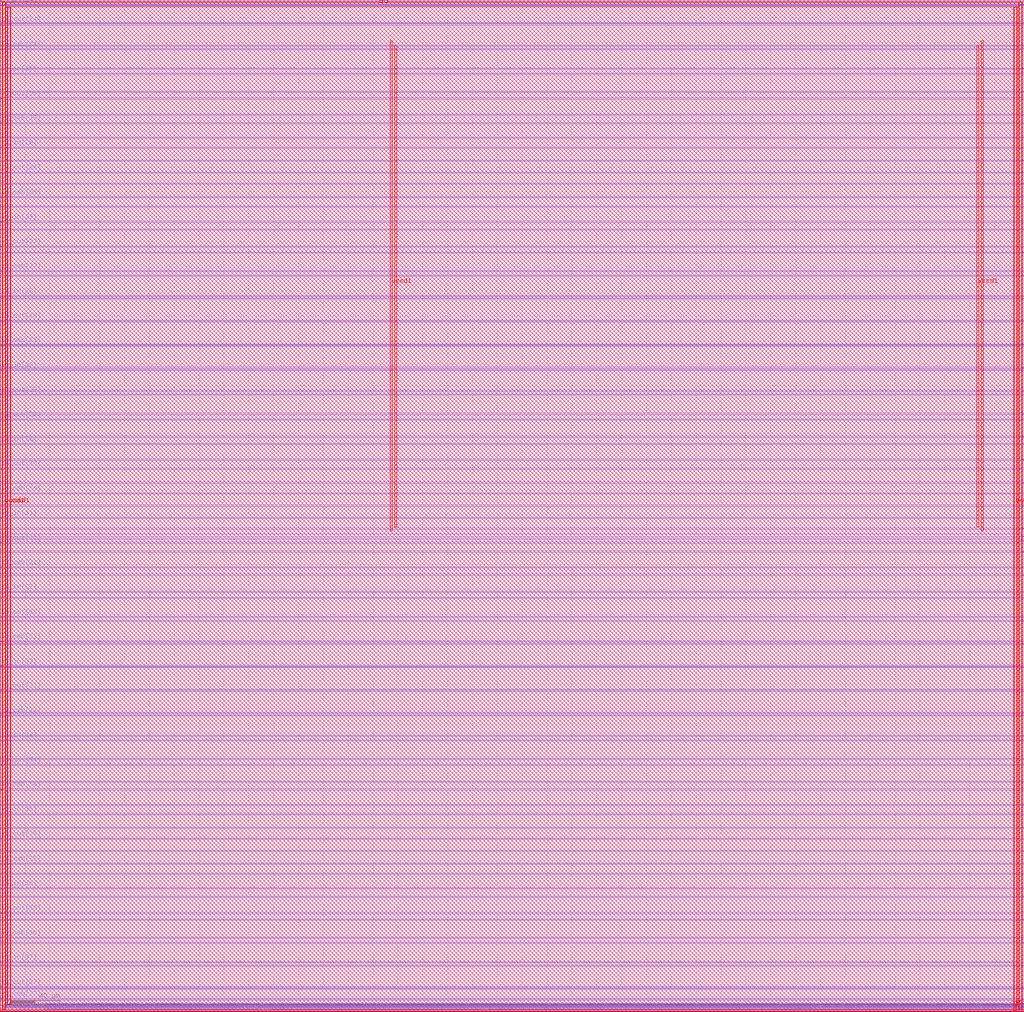
<source format=lef>
##
## LEF for PtnCells ;
## created by Innovus v20.10-p004_1 on Sun May 29 22:07:47 2022
##

VERSION 5.8 ;

BUSBITCHARS "[]" ;
DIVIDERCHAR "/" ;

MACRO user_proj_example
  CLASS BLOCK ;
  SIZE 823.860000 BY 814.640000 ;
  FOREIGN user_proj_example 0.000000 0.000000 ;
  ORIGIN 0 0 ;
  SYMMETRY X Y R90 ;
  PIN wb_clk_i
    DIRECTION INPUT ;
    USE SIGNAL ;
    ANTENNAMODEL OXIDE1 ;
    ANTENNAGATEAREA 0.852 LAYER met2  ;
    ANTENNAPARTIALMETALAREA 0.7462 LAYER met2  ;
    ANTENNAPARTIALMETALSIDEAREA 3.57 LAYER met2  ;
    ANTENNAPARTIALCUTAREA 0.04 LAYER via2  ;
    ANTENNAPARTIALMETALAREA 86.7636 LAYER met3  ;
    ANTENNAPARTIALMETALSIDEAREA 463.68 LAYER met3  ;
    ANTENNAGATEAREA 0.852 LAYER met3  ;
    ANTENNAMAXAREACAR 102.795 LAYER met3  ;
    ANTENNAMAXSIDEAREACAR 547.98 LAYER met3  ;
    ANTENNAMAXCUTCAR 0.107277 LAYER via3  ;
    PORT
      LAYER met2 ;
        RECT 1.615000 0.000000 1.755000 0.490000 ;
    END
  END wb_clk_i
  PIN wb_rst_i
    DIRECTION INPUT ;
    USE SIGNAL ;
    ANTENNAPARTIALMETALAREA 1.9504 LAYER met2  ;
    ANTENNAPARTIALMETALSIDEAREA 9.408 LAYER met2  ;
    ANTENNAMODEL OXIDE1 ;
    ANTENNAGATEAREA 0.126 LAYER met2  ;
    ANTENNAMAXAREACAR 19.0413 LAYER met2  ;
    ANTENNAMAXSIDEAREACAR 89.4643 LAYER met2  ;
    ANTENNAMAXCUTCAR 0.407937 LAYER via2  ;
    PORT
      LAYER met2 ;
        RECT 0.620000 0.000000 0.760000 0.490000 ;
    END
  END wb_rst_i
  PIN wbs_stb_i
    DIRECTION INPUT ;
    USE SIGNAL ;
    PORT
      LAYER met2 ;
        RECT 175.065000 0.000000 175.205000 0.490000 ;
    END
  END wbs_stb_i
  PIN wbs_cyc_i
    DIRECTION INPUT ;
    USE SIGNAL ;
    PORT
      LAYER met2 ;
        RECT 58.870000 0.000000 59.010000 0.490000 ;
    END
  END wbs_cyc_i
  PIN wbs_we_i
    DIRECTION INPUT ;
    USE SIGNAL ;
    PORT
      LAYER met2 ;
        RECT 176.750000 0.000000 176.890000 0.490000 ;
    END
  END wbs_we_i
  PIN wbs_sel_i[3]
    DIRECTION INPUT ;
    USE SIGNAL ;
    PORT
      LAYER met2 ;
        RECT 173.380000 0.000000 173.520000 0.490000 ;
    END
  END wbs_sel_i[3]
  PIN wbs_sel_i[2]
    DIRECTION INPUT ;
    USE SIGNAL ;
    PORT
      LAYER met2 ;
        RECT 171.700000 0.000000 171.840000 0.490000 ;
    END
  END wbs_sel_i[2]
  PIN wbs_sel_i[1]
    DIRECTION INPUT ;
    USE SIGNAL ;
    PORT
      LAYER met2 ;
        RECT 170.015000 0.000000 170.155000 0.490000 ;
    END
  END wbs_sel_i[1]
  PIN wbs_sel_i[0]
    DIRECTION INPUT ;
    USE SIGNAL ;
    PORT
      LAYER met2 ;
        RECT 168.330000 0.000000 168.470000 0.490000 ;
    END
  END wbs_sel_i[0]
  PIN wbs_dat_i[31]
    DIRECTION INPUT ;
    USE SIGNAL ;
    PORT
      LAYER met2 ;
        RECT 112.760000 0.000000 112.900000 0.490000 ;
    END
  END wbs_dat_i[31]
  PIN wbs_dat_i[30]
    DIRECTION INPUT ;
    USE SIGNAL ;
    PORT
      LAYER met2 ;
        RECT 111.075000 0.000000 111.215000 0.490000 ;
    END
  END wbs_dat_i[30]
  PIN wbs_dat_i[29]
    DIRECTION INPUT ;
    USE SIGNAL ;
    PORT
      LAYER met2 ;
        RECT 109.390000 0.000000 109.530000 0.490000 ;
    END
  END wbs_dat_i[29]
  PIN wbs_dat_i[28]
    DIRECTION INPUT ;
    USE SIGNAL ;
    PORT
      LAYER met2 ;
        RECT 107.705000 0.000000 107.845000 0.490000 ;
    END
  END wbs_dat_i[28]
  PIN wbs_dat_i[27]
    DIRECTION INPUT ;
    USE SIGNAL ;
    PORT
      LAYER met2 ;
        RECT 106.020000 0.000000 106.160000 0.490000 ;
    END
  END wbs_dat_i[27]
  PIN wbs_dat_i[26]
    DIRECTION INPUT ;
    USE SIGNAL ;
    PORT
      LAYER met2 ;
        RECT 104.340000 0.000000 104.480000 0.490000 ;
    END
  END wbs_dat_i[26]
  PIN wbs_dat_i[25]
    DIRECTION INPUT ;
    USE SIGNAL ;
    PORT
      LAYER met2 ;
        RECT 102.655000 0.000000 102.795000 0.490000 ;
    END
  END wbs_dat_i[25]
  PIN wbs_dat_i[24]
    DIRECTION INPUT ;
    USE SIGNAL ;
    PORT
      LAYER met2 ;
        RECT 100.970000 0.000000 101.110000 0.490000 ;
    END
  END wbs_dat_i[24]
  PIN wbs_dat_i[23]
    DIRECTION INPUT ;
    USE SIGNAL ;
    PORT
      LAYER met2 ;
        RECT 99.285000 0.000000 99.425000 0.490000 ;
    END
  END wbs_dat_i[23]
  PIN wbs_dat_i[22]
    DIRECTION INPUT ;
    USE SIGNAL ;
    PORT
      LAYER met2 ;
        RECT 97.600000 0.000000 97.740000 0.490000 ;
    END
  END wbs_dat_i[22]
  PIN wbs_dat_i[21]
    DIRECTION INPUT ;
    USE SIGNAL ;
    PORT
      LAYER met2 ;
        RECT 95.920000 0.000000 96.060000 0.490000 ;
    END
  END wbs_dat_i[21]
  PIN wbs_dat_i[20]
    DIRECTION INPUT ;
    USE SIGNAL ;
    PORT
      LAYER met2 ;
        RECT 94.235000 0.000000 94.375000 0.490000 ;
    END
  END wbs_dat_i[20]
  PIN wbs_dat_i[19]
    DIRECTION INPUT ;
    USE SIGNAL ;
    PORT
      LAYER met2 ;
        RECT 92.550000 0.000000 92.690000 0.490000 ;
    END
  END wbs_dat_i[19]
  PIN wbs_dat_i[18]
    DIRECTION INPUT ;
    USE SIGNAL ;
    PORT
      LAYER met2 ;
        RECT 90.865000 0.000000 91.005000 0.490000 ;
    END
  END wbs_dat_i[18]
  PIN wbs_dat_i[17]
    DIRECTION INPUT ;
    USE SIGNAL ;
    PORT
      LAYER met2 ;
        RECT 89.180000 0.000000 89.320000 0.490000 ;
    END
  END wbs_dat_i[17]
  PIN wbs_dat_i[16]
    DIRECTION INPUT ;
    USE SIGNAL ;
    PORT
      LAYER met2 ;
        RECT 87.500000 0.000000 87.640000 0.490000 ;
    END
  END wbs_dat_i[16]
  PIN wbs_dat_i[15]
    DIRECTION INPUT ;
    USE SIGNAL ;
    PORT
      LAYER met2 ;
        RECT 85.815000 0.000000 85.955000 0.490000 ;
    END
  END wbs_dat_i[15]
  PIN wbs_dat_i[14]
    DIRECTION INPUT ;
    USE SIGNAL ;
    PORT
      LAYER met2 ;
        RECT 84.130000 0.000000 84.270000 0.490000 ;
    END
  END wbs_dat_i[14]
  PIN wbs_dat_i[13]
    DIRECTION INPUT ;
    USE SIGNAL ;
    PORT
      LAYER met2 ;
        RECT 82.445000 0.000000 82.585000 0.490000 ;
    END
  END wbs_dat_i[13]
  PIN wbs_dat_i[12]
    DIRECTION INPUT ;
    USE SIGNAL ;
    PORT
      LAYER met2 ;
        RECT 80.760000 0.000000 80.900000 0.490000 ;
    END
  END wbs_dat_i[12]
  PIN wbs_dat_i[11]
    DIRECTION INPUT ;
    USE SIGNAL ;
    PORT
      LAYER met2 ;
        RECT 79.080000 0.000000 79.220000 0.490000 ;
    END
  END wbs_dat_i[11]
  PIN wbs_dat_i[10]
    DIRECTION INPUT ;
    USE SIGNAL ;
    PORT
      LAYER met2 ;
        RECT 77.395000 0.000000 77.535000 0.490000 ;
    END
  END wbs_dat_i[10]
  PIN wbs_dat_i[9]
    DIRECTION INPUT ;
    USE SIGNAL ;
    PORT
      LAYER met2 ;
        RECT 75.710000 0.000000 75.850000 0.490000 ;
    END
  END wbs_dat_i[9]
  PIN wbs_dat_i[8]
    DIRECTION INPUT ;
    USE SIGNAL ;
    PORT
      LAYER met2 ;
        RECT 74.025000 0.000000 74.165000 0.490000 ;
    END
  END wbs_dat_i[8]
  PIN wbs_dat_i[7]
    DIRECTION INPUT ;
    USE SIGNAL ;
    PORT
      LAYER met2 ;
        RECT 72.340000 0.000000 72.480000 0.490000 ;
    END
  END wbs_dat_i[7]
  PIN wbs_dat_i[6]
    DIRECTION INPUT ;
    USE SIGNAL ;
    PORT
      LAYER met2 ;
        RECT 70.660000 0.000000 70.800000 0.490000 ;
    END
  END wbs_dat_i[6]
  PIN wbs_dat_i[5]
    DIRECTION INPUT ;
    USE SIGNAL ;
    PORT
      LAYER met2 ;
        RECT 68.975000 0.000000 69.115000 0.490000 ;
    END
  END wbs_dat_i[5]
  PIN wbs_dat_i[4]
    DIRECTION INPUT ;
    USE SIGNAL ;
    PORT
      LAYER met2 ;
        RECT 67.290000 0.000000 67.430000 0.490000 ;
    END
  END wbs_dat_i[4]
  PIN wbs_dat_i[3]
    DIRECTION INPUT ;
    USE SIGNAL ;
    PORT
      LAYER met2 ;
        RECT 65.605000 0.000000 65.745000 0.490000 ;
    END
  END wbs_dat_i[3]
  PIN wbs_dat_i[2]
    DIRECTION INPUT ;
    USE SIGNAL ;
    PORT
      LAYER met2 ;
        RECT 63.920000 0.000000 64.060000 0.490000 ;
    END
  END wbs_dat_i[2]
  PIN wbs_dat_i[1]
    DIRECTION INPUT ;
    USE SIGNAL ;
    PORT
      LAYER met2 ;
        RECT 62.240000 0.000000 62.380000 0.490000 ;
    END
  END wbs_dat_i[1]
  PIN wbs_dat_i[0]
    DIRECTION INPUT ;
    USE SIGNAL ;
    PORT
      LAYER met2 ;
        RECT 60.555000 0.000000 60.695000 0.490000 ;
    END
  END wbs_dat_i[0]
  PIN wbs_adr_i[31]
    DIRECTION INPUT ;
    USE SIGNAL ;
    PORT
      LAYER met2 ;
        RECT 57.185000 0.000000 57.325000 0.490000 ;
    END
  END wbs_adr_i[31]
  PIN wbs_adr_i[30]
    DIRECTION INPUT ;
    USE SIGNAL ;
    PORT
      LAYER met2 ;
        RECT 55.500000 0.000000 55.640000 0.490000 ;
    END
  END wbs_adr_i[30]
  PIN wbs_adr_i[29]
    DIRECTION INPUT ;
    USE SIGNAL ;
    PORT
      LAYER met2 ;
        RECT 53.820000 0.000000 53.960000 0.490000 ;
    END
  END wbs_adr_i[29]
  PIN wbs_adr_i[28]
    DIRECTION INPUT ;
    USE SIGNAL ;
    PORT
      LAYER met2 ;
        RECT 52.135000 0.000000 52.275000 0.490000 ;
    END
  END wbs_adr_i[28]
  PIN wbs_adr_i[27]
    DIRECTION INPUT ;
    USE SIGNAL ;
    PORT
      LAYER met2 ;
        RECT 50.450000 0.000000 50.590000 0.490000 ;
    END
  END wbs_adr_i[27]
  PIN wbs_adr_i[26]
    DIRECTION INPUT ;
    USE SIGNAL ;
    PORT
      LAYER met2 ;
        RECT 48.765000 0.000000 48.905000 0.490000 ;
    END
  END wbs_adr_i[26]
  PIN wbs_adr_i[25]
    DIRECTION INPUT ;
    USE SIGNAL ;
    PORT
      LAYER met2 ;
        RECT 47.080000 0.000000 47.220000 0.490000 ;
    END
  END wbs_adr_i[25]
  PIN wbs_adr_i[24]
    DIRECTION INPUT ;
    USE SIGNAL ;
    PORT
      LAYER met2 ;
        RECT 45.400000 0.000000 45.540000 0.490000 ;
    END
  END wbs_adr_i[24]
  PIN wbs_adr_i[23]
    DIRECTION INPUT ;
    USE SIGNAL ;
    PORT
      LAYER met2 ;
        RECT 43.715000 0.000000 43.855000 0.490000 ;
    END
  END wbs_adr_i[23]
  PIN wbs_adr_i[22]
    DIRECTION INPUT ;
    USE SIGNAL ;
    PORT
      LAYER met2 ;
        RECT 42.030000 0.000000 42.170000 0.490000 ;
    END
  END wbs_adr_i[22]
  PIN wbs_adr_i[21]
    DIRECTION INPUT ;
    USE SIGNAL ;
    PORT
      LAYER met2 ;
        RECT 40.345000 0.000000 40.485000 0.490000 ;
    END
  END wbs_adr_i[21]
  PIN wbs_adr_i[20]
    DIRECTION INPUT ;
    USE SIGNAL ;
    PORT
      LAYER met2 ;
        RECT 38.660000 0.000000 38.800000 0.490000 ;
    END
  END wbs_adr_i[20]
  PIN wbs_adr_i[19]
    DIRECTION INPUT ;
    USE SIGNAL ;
    PORT
      LAYER met2 ;
        RECT 36.980000 0.000000 37.120000 0.490000 ;
    END
  END wbs_adr_i[19]
  PIN wbs_adr_i[18]
    DIRECTION INPUT ;
    USE SIGNAL ;
    PORT
      LAYER met2 ;
        RECT 35.295000 0.000000 35.435000 0.490000 ;
    END
  END wbs_adr_i[18]
  PIN wbs_adr_i[17]
    DIRECTION INPUT ;
    USE SIGNAL ;
    PORT
      LAYER met2 ;
        RECT 33.610000 0.000000 33.750000 0.490000 ;
    END
  END wbs_adr_i[17]
  PIN wbs_adr_i[16]
    DIRECTION INPUT ;
    USE SIGNAL ;
    PORT
      LAYER met2 ;
        RECT 31.925000 0.000000 32.065000 0.490000 ;
    END
  END wbs_adr_i[16]
  PIN wbs_adr_i[15]
    DIRECTION INPUT ;
    USE SIGNAL ;
    PORT
      LAYER met2 ;
        RECT 30.240000 0.000000 30.380000 0.490000 ;
    END
  END wbs_adr_i[15]
  PIN wbs_adr_i[14]
    DIRECTION INPUT ;
    USE SIGNAL ;
    PORT
      LAYER met2 ;
        RECT 28.560000 0.000000 28.700000 0.490000 ;
    END
  END wbs_adr_i[14]
  PIN wbs_adr_i[13]
    DIRECTION INPUT ;
    USE SIGNAL ;
    PORT
      LAYER met2 ;
        RECT 26.875000 0.000000 27.015000 0.490000 ;
    END
  END wbs_adr_i[13]
  PIN wbs_adr_i[12]
    DIRECTION INPUT ;
    USE SIGNAL ;
    PORT
      LAYER met2 ;
        RECT 25.190000 0.000000 25.330000 0.490000 ;
    END
  END wbs_adr_i[12]
  PIN wbs_adr_i[11]
    DIRECTION INPUT ;
    USE SIGNAL ;
    PORT
      LAYER met2 ;
        RECT 23.505000 0.000000 23.645000 0.490000 ;
    END
  END wbs_adr_i[11]
  PIN wbs_adr_i[10]
    DIRECTION INPUT ;
    USE SIGNAL ;
    PORT
      LAYER met2 ;
        RECT 21.820000 0.000000 21.960000 0.490000 ;
    END
  END wbs_adr_i[10]
  PIN wbs_adr_i[9]
    DIRECTION INPUT ;
    USE SIGNAL ;
    PORT
      LAYER met2 ;
        RECT 20.140000 0.000000 20.280000 0.490000 ;
    END
  END wbs_adr_i[9]
  PIN wbs_adr_i[8]
    DIRECTION INPUT ;
    USE SIGNAL ;
    PORT
      LAYER met2 ;
        RECT 18.455000 0.000000 18.595000 0.490000 ;
    END
  END wbs_adr_i[8]
  PIN wbs_adr_i[7]
    DIRECTION INPUT ;
    USE SIGNAL ;
    PORT
      LAYER met2 ;
        RECT 16.770000 0.000000 16.910000 0.490000 ;
    END
  END wbs_adr_i[7]
  PIN wbs_adr_i[6]
    DIRECTION INPUT ;
    USE SIGNAL ;
    PORT
      LAYER met2 ;
        RECT 15.085000 0.000000 15.225000 0.490000 ;
    END
  END wbs_adr_i[6]
  PIN wbs_adr_i[5]
    DIRECTION INPUT ;
    USE SIGNAL ;
    PORT
      LAYER met2 ;
        RECT 13.400000 0.000000 13.540000 0.490000 ;
    END
  END wbs_adr_i[5]
  PIN wbs_adr_i[4]
    DIRECTION INPUT ;
    USE SIGNAL ;
    PORT
      LAYER met2 ;
        RECT 11.720000 0.000000 11.860000 0.490000 ;
    END
  END wbs_adr_i[4]
  PIN wbs_adr_i[3]
    DIRECTION INPUT ;
    USE SIGNAL ;
    PORT
      LAYER met2 ;
        RECT 10.035000 0.000000 10.175000 0.490000 ;
    END
  END wbs_adr_i[3]
  PIN wbs_adr_i[2]
    DIRECTION INPUT ;
    USE SIGNAL ;
    PORT
      LAYER met2 ;
        RECT 8.350000 0.000000 8.490000 0.490000 ;
    END
  END wbs_adr_i[2]
  PIN wbs_adr_i[1]
    DIRECTION INPUT ;
    USE SIGNAL ;
    PORT
      LAYER met2 ;
        RECT 6.665000 0.000000 6.805000 0.490000 ;
    END
  END wbs_adr_i[1]
  PIN wbs_adr_i[0]
    DIRECTION INPUT ;
    USE SIGNAL ;
    PORT
      LAYER met2 ;
        RECT 4.980000 0.000000 5.120000 0.490000 ;
    END
  END wbs_adr_i[0]
  PIN wbs_ack_o
    DIRECTION OUTPUT ;
    USE SIGNAL ;
    ANTENNAPARTIALMETALAREA 10.9261 LAYER met2  ;
    ANTENNAPARTIALMETALSIDEAREA 54.4495 LAYER met2  ;
    ANTENNAPARTIALCUTAREA 0.04 LAYER via2  ;
    ANTENNAPARTIALMETALAREA 1.6873 LAYER met3  ;
    ANTENNAPARTIALMETALSIDEAREA 9.936 LAYER met3  ;
    ANTENNAPARTIALCUTAREA 0.04 LAYER via3  ;
    ANTENNAPARTIALMETALAREA 105.971 LAYER met4  ;
    ANTENNAPARTIALMETALSIDEAREA 565.6 LAYER met4  ;
    PORT
      LAYER met2 ;
        RECT 3.300000 0.000000 3.440000 0.490000 ;
    END
  END wbs_ack_o
  PIN wbs_dat_o[31]
    DIRECTION OUTPUT ;
    USE SIGNAL ;
    ANTENNAPARTIALMETALAREA 10.9261 LAYER met2  ;
    ANTENNAPARTIALMETALSIDEAREA 54.4495 LAYER met2  ;
    ANTENNAPARTIALCUTAREA 0.04 LAYER via2  ;
    ANTENNAPARTIALMETALAREA 1.6873 LAYER met3  ;
    ANTENNAPARTIALMETALSIDEAREA 9.936 LAYER met3  ;
    ANTENNAPARTIALCUTAREA 0.04 LAYER via3  ;
    ANTENNAPARTIALMETALAREA 105.971 LAYER met4  ;
    ANTENNAPARTIALMETALSIDEAREA 565.6 LAYER met4  ;
    PORT
      LAYER met2 ;
        RECT 166.645000 0.000000 166.785000 0.490000 ;
    END
  END wbs_dat_o[31]
  PIN wbs_dat_o[30]
    DIRECTION OUTPUT ;
    USE SIGNAL ;
    ANTENNAPARTIALMETALAREA 10.9359 LAYER met2  ;
    ANTENNAPARTIALMETALSIDEAREA 54.4985 LAYER met2  ;
    ANTENNAPARTIALCUTAREA 0.04 LAYER via2  ;
    ANTENNAPARTIALMETALAREA 1.6873 LAYER met3  ;
    ANTENNAPARTIALMETALSIDEAREA 9.936 LAYER met3  ;
    ANTENNAPARTIALCUTAREA 0.04 LAYER via3  ;
    ANTENNAPARTIALMETALAREA 105.971 LAYER met4  ;
    ANTENNAPARTIALMETALSIDEAREA 565.6 LAYER met4  ;
    PORT
      LAYER met2 ;
        RECT 164.960000 0.000000 165.100000 0.490000 ;
    END
  END wbs_dat_o[30]
  PIN wbs_dat_o[29]
    DIRECTION OUTPUT ;
    USE SIGNAL ;
    ANTENNAPARTIALMETALAREA 10.9359 LAYER met2  ;
    ANTENNAPARTIALMETALSIDEAREA 54.551 LAYER met2  ;
    ANTENNAPARTIALCUTAREA 0.04 LAYER via2  ;
    ANTENNAPARTIALMETALAREA 1.6873 LAYER met3  ;
    ANTENNAPARTIALMETALSIDEAREA 9.936 LAYER met3  ;
    ANTENNAPARTIALCUTAREA 0.04 LAYER via3  ;
    ANTENNAPARTIALMETALAREA 105.971 LAYER met4  ;
    ANTENNAPARTIALMETALSIDEAREA 565.6 LAYER met4  ;
    PORT
      LAYER met2 ;
        RECT 163.280000 0.000000 163.420000 0.490000 ;
    END
  END wbs_dat_o[29]
  PIN wbs_dat_o[28]
    DIRECTION OUTPUT ;
    USE SIGNAL ;
    ANTENNAPARTIALMETALAREA 10.9359 LAYER met2  ;
    ANTENNAPARTIALMETALSIDEAREA 54.551 LAYER met2  ;
    ANTENNAPARTIALCUTAREA 0.04 LAYER via2  ;
    ANTENNAPARTIALMETALAREA 1.6873 LAYER met3  ;
    ANTENNAPARTIALMETALSIDEAREA 9.936 LAYER met3  ;
    ANTENNAPARTIALCUTAREA 0.04 LAYER via3  ;
    ANTENNAPARTIALMETALAREA 105.971 LAYER met4  ;
    ANTENNAPARTIALMETALSIDEAREA 565.6 LAYER met4  ;
    PORT
      LAYER met2 ;
        RECT 161.595000 0.000000 161.735000 0.490000 ;
    END
  END wbs_dat_o[28]
  PIN wbs_dat_o[27]
    DIRECTION OUTPUT ;
    USE SIGNAL ;
    ANTENNAPARTIALMETALAREA 10.9359 LAYER met2  ;
    ANTENNAPARTIALMETALSIDEAREA 54.551 LAYER met2  ;
    ANTENNAPARTIALCUTAREA 0.04 LAYER via2  ;
    ANTENNAPARTIALMETALAREA 1.6873 LAYER met3  ;
    ANTENNAPARTIALMETALSIDEAREA 9.936 LAYER met3  ;
    ANTENNAPARTIALCUTAREA 0.04 LAYER via3  ;
    ANTENNAPARTIALMETALAREA 105.971 LAYER met4  ;
    ANTENNAPARTIALMETALSIDEAREA 565.6 LAYER met4  ;
    PORT
      LAYER met2 ;
        RECT 159.910000 0.000000 160.050000 0.490000 ;
    END
  END wbs_dat_o[27]
  PIN wbs_dat_o[26]
    DIRECTION OUTPUT ;
    USE SIGNAL ;
    ANTENNAPARTIALMETALAREA 10.9359 LAYER met2  ;
    ANTENNAPARTIALMETALSIDEAREA 54.551 LAYER met2  ;
    ANTENNAPARTIALCUTAREA 0.04 LAYER via2  ;
    ANTENNAPARTIALMETALAREA 1.6873 LAYER met3  ;
    ANTENNAPARTIALMETALSIDEAREA 9.936 LAYER met3  ;
    ANTENNAPARTIALCUTAREA 0.04 LAYER via3  ;
    ANTENNAPARTIALMETALAREA 105.971 LAYER met4  ;
    ANTENNAPARTIALMETALSIDEAREA 565.6 LAYER met4  ;
    PORT
      LAYER met2 ;
        RECT 158.225000 0.000000 158.365000 0.490000 ;
    END
  END wbs_dat_o[26]
  PIN wbs_dat_o[25]
    DIRECTION OUTPUT ;
    USE SIGNAL ;
    ANTENNAPARTIALMETALAREA 10.9359 LAYER met2  ;
    ANTENNAPARTIALMETALSIDEAREA 54.551 LAYER met2  ;
    ANTENNAPARTIALCUTAREA 0.04 LAYER via2  ;
    ANTENNAPARTIALMETALAREA 1.6873 LAYER met3  ;
    ANTENNAPARTIALMETALSIDEAREA 9.936 LAYER met3  ;
    ANTENNAPARTIALCUTAREA 0.04 LAYER via3  ;
    ANTENNAPARTIALMETALAREA 105.971 LAYER met4  ;
    ANTENNAPARTIALMETALSIDEAREA 565.6 LAYER met4  ;
    PORT
      LAYER met2 ;
        RECT 156.540000 0.000000 156.680000 0.490000 ;
    END
  END wbs_dat_o[25]
  PIN wbs_dat_o[24]
    DIRECTION OUTPUT ;
    USE SIGNAL ;
    ANTENNAPARTIALMETALAREA 10.9359 LAYER met2  ;
    ANTENNAPARTIALMETALSIDEAREA 54.551 LAYER met2  ;
    ANTENNAPARTIALCUTAREA 0.04 LAYER via2  ;
    ANTENNAPARTIALMETALAREA 1.6873 LAYER met3  ;
    ANTENNAPARTIALMETALSIDEAREA 9.936 LAYER met3  ;
    ANTENNAPARTIALCUTAREA 0.04 LAYER via3  ;
    ANTENNAPARTIALMETALAREA 105.971 LAYER met4  ;
    ANTENNAPARTIALMETALSIDEAREA 565.6 LAYER met4  ;
    PORT
      LAYER met2 ;
        RECT 154.860000 0.000000 155.000000 0.490000 ;
    END
  END wbs_dat_o[24]
  PIN wbs_dat_o[23]
    DIRECTION OUTPUT ;
    USE SIGNAL ;
    ANTENNAPARTIALMETALAREA 10.9359 LAYER met2  ;
    ANTENNAPARTIALMETALSIDEAREA 54.551 LAYER met2  ;
    ANTENNAPARTIALCUTAREA 0.04 LAYER via2  ;
    ANTENNAPARTIALMETALAREA 1.6873 LAYER met3  ;
    ANTENNAPARTIALMETALSIDEAREA 9.936 LAYER met3  ;
    ANTENNAPARTIALCUTAREA 0.04 LAYER via3  ;
    ANTENNAPARTIALMETALAREA 105.971 LAYER met4  ;
    ANTENNAPARTIALMETALSIDEAREA 565.6 LAYER met4  ;
    PORT
      LAYER met2 ;
        RECT 153.175000 0.000000 153.315000 0.490000 ;
    END
  END wbs_dat_o[23]
  PIN wbs_dat_o[22]
    DIRECTION OUTPUT ;
    USE SIGNAL ;
    ANTENNAPARTIALMETALAREA 10.9359 LAYER met2  ;
    ANTENNAPARTIALMETALSIDEAREA 54.551 LAYER met2  ;
    ANTENNAPARTIALCUTAREA 0.04 LAYER via2  ;
    ANTENNAPARTIALMETALAREA 1.6873 LAYER met3  ;
    ANTENNAPARTIALMETALSIDEAREA 9.936 LAYER met3  ;
    ANTENNAPARTIALCUTAREA 0.04 LAYER via3  ;
    ANTENNAPARTIALMETALAREA 105.971 LAYER met4  ;
    ANTENNAPARTIALMETALSIDEAREA 565.6 LAYER met4  ;
    PORT
      LAYER met2 ;
        RECT 151.490000 0.000000 151.630000 0.490000 ;
    END
  END wbs_dat_o[22]
  PIN wbs_dat_o[21]
    DIRECTION OUTPUT ;
    USE SIGNAL ;
    ANTENNAPARTIALMETALAREA 10.9359 LAYER met2  ;
    ANTENNAPARTIALMETALSIDEAREA 54.551 LAYER met2  ;
    ANTENNAPARTIALCUTAREA 0.04 LAYER via2  ;
    ANTENNAPARTIALMETALAREA 1.6873 LAYER met3  ;
    ANTENNAPARTIALMETALSIDEAREA 9.936 LAYER met3  ;
    ANTENNAPARTIALCUTAREA 0.04 LAYER via3  ;
    ANTENNAPARTIALMETALAREA 105.971 LAYER met4  ;
    ANTENNAPARTIALMETALSIDEAREA 565.6 LAYER met4  ;
    PORT
      LAYER met2 ;
        RECT 149.805000 0.000000 149.945000 0.490000 ;
    END
  END wbs_dat_o[21]
  PIN wbs_dat_o[20]
    DIRECTION OUTPUT ;
    USE SIGNAL ;
    ANTENNAPARTIALMETALAREA 10.9359 LAYER met2  ;
    ANTENNAPARTIALMETALSIDEAREA 54.4985 LAYER met2  ;
    ANTENNAPARTIALCUTAREA 0.04 LAYER via2  ;
    ANTENNAPARTIALMETALAREA 1.6873 LAYER met3  ;
    ANTENNAPARTIALMETALSIDEAREA 9.936 LAYER met3  ;
    ANTENNAPARTIALCUTAREA 0.04 LAYER via3  ;
    ANTENNAPARTIALMETALAREA 105.971 LAYER met4  ;
    ANTENNAPARTIALMETALSIDEAREA 565.6 LAYER met4  ;
    PORT
      LAYER met2 ;
        RECT 148.120000 0.000000 148.260000 0.490000 ;
    END
  END wbs_dat_o[20]
  PIN wbs_dat_o[19]
    DIRECTION OUTPUT ;
    USE SIGNAL ;
    ANTENNAPARTIALMETALAREA 10.9359 LAYER met2  ;
    ANTENNAPARTIALMETALSIDEAREA 54.551 LAYER met2  ;
    ANTENNAPARTIALCUTAREA 0.04 LAYER via2  ;
    ANTENNAPARTIALMETALAREA 1.6873 LAYER met3  ;
    ANTENNAPARTIALMETALSIDEAREA 9.936 LAYER met3  ;
    ANTENNAPARTIALCUTAREA 0.04 LAYER via3  ;
    ANTENNAPARTIALMETALAREA 105.971 LAYER met4  ;
    ANTENNAPARTIALMETALSIDEAREA 565.6 LAYER met4  ;
    PORT
      LAYER met2 ;
        RECT 146.440000 0.000000 146.580000 0.490000 ;
    END
  END wbs_dat_o[19]
  PIN wbs_dat_o[18]
    DIRECTION OUTPUT ;
    USE SIGNAL ;
    ANTENNAPARTIALMETALAREA 10.9359 LAYER met2  ;
    ANTENNAPARTIALMETALSIDEAREA 54.551 LAYER met2  ;
    ANTENNAPARTIALCUTAREA 0.04 LAYER via2  ;
    ANTENNAPARTIALMETALAREA 1.6873 LAYER met3  ;
    ANTENNAPARTIALMETALSIDEAREA 9.936 LAYER met3  ;
    ANTENNAPARTIALCUTAREA 0.04 LAYER via3  ;
    ANTENNAPARTIALMETALAREA 105.971 LAYER met4  ;
    ANTENNAPARTIALMETALSIDEAREA 565.6 LAYER met4  ;
    PORT
      LAYER met2 ;
        RECT 144.755000 0.000000 144.895000 0.490000 ;
    END
  END wbs_dat_o[18]
  PIN wbs_dat_o[17]
    DIRECTION OUTPUT ;
    USE SIGNAL ;
    ANTENNAPARTIALMETALAREA 10.9359 LAYER met2  ;
    ANTENNAPARTIALMETALSIDEAREA 54.4985 LAYER met2  ;
    ANTENNAPARTIALCUTAREA 0.04 LAYER via2  ;
    ANTENNAPARTIALMETALAREA 1.6873 LAYER met3  ;
    ANTENNAPARTIALMETALSIDEAREA 9.936 LAYER met3  ;
    ANTENNAPARTIALCUTAREA 0.04 LAYER via3  ;
    ANTENNAPARTIALMETALAREA 105.971 LAYER met4  ;
    ANTENNAPARTIALMETALSIDEAREA 565.6 LAYER met4  ;
    PORT
      LAYER met2 ;
        RECT 143.070000 0.000000 143.210000 0.490000 ;
    END
  END wbs_dat_o[17]
  PIN wbs_dat_o[16]
    DIRECTION OUTPUT ;
    USE SIGNAL ;
    ANTENNAPARTIALMETALAREA 10.9359 LAYER met2  ;
    ANTENNAPARTIALMETALSIDEAREA 54.4985 LAYER met2  ;
    ANTENNAPARTIALCUTAREA 0.04 LAYER via2  ;
    ANTENNAPARTIALMETALAREA 1.6873 LAYER met3  ;
    ANTENNAPARTIALMETALSIDEAREA 9.936 LAYER met3  ;
    ANTENNAPARTIALCUTAREA 0.04 LAYER via3  ;
    ANTENNAPARTIALMETALAREA 105.971 LAYER met4  ;
    ANTENNAPARTIALMETALSIDEAREA 565.6 LAYER met4  ;
    PORT
      LAYER met2 ;
        RECT 141.385000 0.000000 141.525000 0.490000 ;
    END
  END wbs_dat_o[16]
  PIN wbs_dat_o[15]
    DIRECTION OUTPUT ;
    USE SIGNAL ;
    ANTENNAPARTIALMETALAREA 10.9359 LAYER met2  ;
    ANTENNAPARTIALMETALSIDEAREA 54.4985 LAYER met2  ;
    ANTENNAPARTIALCUTAREA 0.04 LAYER via2  ;
    ANTENNAPARTIALMETALAREA 1.6873 LAYER met3  ;
    ANTENNAPARTIALMETALSIDEAREA 9.936 LAYER met3  ;
    ANTENNAPARTIALCUTAREA 0.04 LAYER via3  ;
    ANTENNAPARTIALMETALAREA 105.971 LAYER met4  ;
    ANTENNAPARTIALMETALSIDEAREA 565.6 LAYER met4  ;
    PORT
      LAYER met2 ;
        RECT 139.700000 0.000000 139.840000 0.490000 ;
    END
  END wbs_dat_o[15]
  PIN wbs_dat_o[14]
    DIRECTION OUTPUT ;
    USE SIGNAL ;
    ANTENNAPARTIALMETALAREA 10.9359 LAYER met2  ;
    ANTENNAPARTIALMETALSIDEAREA 54.551 LAYER met2  ;
    ANTENNAPARTIALCUTAREA 0.04 LAYER via2  ;
    ANTENNAPARTIALMETALAREA 1.6873 LAYER met3  ;
    ANTENNAPARTIALMETALSIDEAREA 9.936 LAYER met3  ;
    ANTENNAPARTIALCUTAREA 0.04 LAYER via3  ;
    ANTENNAPARTIALMETALAREA 105.971 LAYER met4  ;
    ANTENNAPARTIALMETALSIDEAREA 565.6 LAYER met4  ;
    PORT
      LAYER met2 ;
        RECT 138.020000 0.000000 138.160000 0.490000 ;
    END
  END wbs_dat_o[14]
  PIN wbs_dat_o[13]
    DIRECTION OUTPUT ;
    USE SIGNAL ;
    ANTENNAPARTIALMETALAREA 10.9359 LAYER met2  ;
    ANTENNAPARTIALMETALSIDEAREA 54.551 LAYER met2  ;
    ANTENNAPARTIALCUTAREA 0.04 LAYER via2  ;
    ANTENNAPARTIALMETALAREA 1.6873 LAYER met3  ;
    ANTENNAPARTIALMETALSIDEAREA 9.936 LAYER met3  ;
    ANTENNAPARTIALCUTAREA 0.04 LAYER via3  ;
    ANTENNAPARTIALMETALAREA 105.971 LAYER met4  ;
    ANTENNAPARTIALMETALSIDEAREA 565.6 LAYER met4  ;
    PORT
      LAYER met2 ;
        RECT 136.335000 0.000000 136.475000 0.490000 ;
    END
  END wbs_dat_o[13]
  PIN wbs_dat_o[12]
    DIRECTION OUTPUT ;
    USE SIGNAL ;
    ANTENNAPARTIALMETALAREA 10.9359 LAYER met2  ;
    ANTENNAPARTIALMETALSIDEAREA 54.551 LAYER met2  ;
    ANTENNAPARTIALCUTAREA 0.04 LAYER via2  ;
    ANTENNAPARTIALMETALAREA 1.6873 LAYER met3  ;
    ANTENNAPARTIALMETALSIDEAREA 9.936 LAYER met3  ;
    ANTENNAPARTIALCUTAREA 0.04 LAYER via3  ;
    ANTENNAPARTIALMETALAREA 105.971 LAYER met4  ;
    ANTENNAPARTIALMETALSIDEAREA 565.6 LAYER met4  ;
    PORT
      LAYER met2 ;
        RECT 134.650000 0.000000 134.790000 0.490000 ;
    END
  END wbs_dat_o[12]
  PIN wbs_dat_o[11]
    DIRECTION OUTPUT ;
    USE SIGNAL ;
    ANTENNAPARTIALMETALAREA 10.9359 LAYER met2  ;
    ANTENNAPARTIALMETALSIDEAREA 54.4985 LAYER met2  ;
    ANTENNAPARTIALCUTAREA 0.04 LAYER via2  ;
    ANTENNAPARTIALMETALAREA 1.6873 LAYER met3  ;
    ANTENNAPARTIALMETALSIDEAREA 9.936 LAYER met3  ;
    ANTENNAPARTIALCUTAREA 0.04 LAYER via3  ;
    ANTENNAPARTIALMETALAREA 105.971 LAYER met4  ;
    ANTENNAPARTIALMETALSIDEAREA 565.6 LAYER met4  ;
    PORT
      LAYER met2 ;
        RECT 132.965000 0.000000 133.105000 0.490000 ;
    END
  END wbs_dat_o[11]
  PIN wbs_dat_o[10]
    DIRECTION OUTPUT ;
    USE SIGNAL ;
    ANTENNAPARTIALMETALAREA 10.9359 LAYER met2  ;
    ANTENNAPARTIALMETALSIDEAREA 54.4985 LAYER met2  ;
    ANTENNAPARTIALCUTAREA 0.04 LAYER via2  ;
    ANTENNAPARTIALMETALAREA 1.6873 LAYER met3  ;
    ANTENNAPARTIALMETALSIDEAREA 9.936 LAYER met3  ;
    ANTENNAPARTIALCUTAREA 0.04 LAYER via3  ;
    ANTENNAPARTIALMETALAREA 105.971 LAYER met4  ;
    ANTENNAPARTIALMETALSIDEAREA 565.6 LAYER met4  ;
    PORT
      LAYER met2 ;
        RECT 131.280000 0.000000 131.420000 0.490000 ;
    END
  END wbs_dat_o[10]
  PIN wbs_dat_o[9]
    DIRECTION OUTPUT ;
    USE SIGNAL ;
    ANTENNAPARTIALMETALAREA 10.9359 LAYER met2  ;
    ANTENNAPARTIALMETALSIDEAREA 54.551 LAYER met2  ;
    ANTENNAPARTIALCUTAREA 0.04 LAYER via2  ;
    ANTENNAPARTIALMETALAREA 1.6873 LAYER met3  ;
    ANTENNAPARTIALMETALSIDEAREA 9.936 LAYER met3  ;
    ANTENNAPARTIALCUTAREA 0.04 LAYER via3  ;
    ANTENNAPARTIALMETALAREA 105.971 LAYER met4  ;
    ANTENNAPARTIALMETALSIDEAREA 565.6 LAYER met4  ;
    PORT
      LAYER met2 ;
        RECT 129.600000 0.000000 129.740000 0.490000 ;
    END
  END wbs_dat_o[9]
  PIN wbs_dat_o[8]
    DIRECTION OUTPUT ;
    USE SIGNAL ;
    ANTENNAPARTIALMETALAREA 10.9359 LAYER met2  ;
    ANTENNAPARTIALMETALSIDEAREA 54.4985 LAYER met2  ;
    ANTENNAPARTIALCUTAREA 0.04 LAYER via2  ;
    ANTENNAPARTIALMETALAREA 1.6873 LAYER met3  ;
    ANTENNAPARTIALMETALSIDEAREA 9.936 LAYER met3  ;
    ANTENNAPARTIALCUTAREA 0.04 LAYER via3  ;
    ANTENNAPARTIALMETALAREA 105.971 LAYER met4  ;
    ANTENNAPARTIALMETALSIDEAREA 565.6 LAYER met4  ;
    PORT
      LAYER met2 ;
        RECT 127.915000 0.000000 128.055000 0.490000 ;
    END
  END wbs_dat_o[8]
  PIN wbs_dat_o[7]
    DIRECTION OUTPUT ;
    USE SIGNAL ;
    ANTENNAPARTIALMETALAREA 10.9359 LAYER met2  ;
    ANTENNAPARTIALMETALSIDEAREA 54.4985 LAYER met2  ;
    ANTENNAPARTIALCUTAREA 0.04 LAYER via2  ;
    ANTENNAPARTIALMETALAREA 1.6873 LAYER met3  ;
    ANTENNAPARTIALMETALSIDEAREA 9.936 LAYER met3  ;
    ANTENNAPARTIALCUTAREA 0.04 LAYER via3  ;
    ANTENNAPARTIALMETALAREA 105.971 LAYER met4  ;
    ANTENNAPARTIALMETALSIDEAREA 565.6 LAYER met4  ;
    PORT
      LAYER met2 ;
        RECT 126.230000 0.000000 126.370000 0.490000 ;
    END
  END wbs_dat_o[7]
  PIN wbs_dat_o[6]
    DIRECTION OUTPUT ;
    USE SIGNAL ;
    ANTENNAPARTIALMETALAREA 10.9359 LAYER met2  ;
    ANTENNAPARTIALMETALSIDEAREA 54.4985 LAYER met2  ;
    ANTENNAPARTIALCUTAREA 0.04 LAYER via2  ;
    ANTENNAPARTIALMETALAREA 1.6873 LAYER met3  ;
    ANTENNAPARTIALMETALSIDEAREA 9.936 LAYER met3  ;
    ANTENNAPARTIALCUTAREA 0.04 LAYER via3  ;
    ANTENNAPARTIALMETALAREA 105.971 LAYER met4  ;
    ANTENNAPARTIALMETALSIDEAREA 565.6 LAYER met4  ;
    PORT
      LAYER met2 ;
        RECT 124.545000 0.000000 124.685000 0.490000 ;
    END
  END wbs_dat_o[6]
  PIN wbs_dat_o[5]
    DIRECTION OUTPUT ;
    USE SIGNAL ;
    ANTENNAPARTIALMETALAREA 10.9359 LAYER met2  ;
    ANTENNAPARTIALMETALSIDEAREA 54.551 LAYER met2  ;
    ANTENNAPARTIALCUTAREA 0.04 LAYER via2  ;
    ANTENNAPARTIALMETALAREA 1.6873 LAYER met3  ;
    ANTENNAPARTIALMETALSIDEAREA 9.936 LAYER met3  ;
    ANTENNAPARTIALCUTAREA 0.04 LAYER via3  ;
    ANTENNAPARTIALMETALAREA 105.971 LAYER met4  ;
    ANTENNAPARTIALMETALSIDEAREA 565.6 LAYER met4  ;
    PORT
      LAYER met2 ;
        RECT 122.860000 0.000000 123.000000 0.490000 ;
    END
  END wbs_dat_o[5]
  PIN wbs_dat_o[4]
    DIRECTION OUTPUT ;
    USE SIGNAL ;
    ANTENNAPARTIALMETALAREA 10.9359 LAYER met2  ;
    ANTENNAPARTIALMETALSIDEAREA 54.551 LAYER met2  ;
    ANTENNAPARTIALCUTAREA 0.04 LAYER via2  ;
    ANTENNAPARTIALMETALAREA 1.6873 LAYER met3  ;
    ANTENNAPARTIALMETALSIDEAREA 9.936 LAYER met3  ;
    ANTENNAPARTIALCUTAREA 0.04 LAYER via3  ;
    ANTENNAPARTIALMETALAREA 105.971 LAYER met4  ;
    ANTENNAPARTIALMETALSIDEAREA 565.6 LAYER met4  ;
    PORT
      LAYER met2 ;
        RECT 121.180000 0.000000 121.320000 0.490000 ;
    END
  END wbs_dat_o[4]
  PIN wbs_dat_o[3]
    DIRECTION OUTPUT ;
    USE SIGNAL ;
    ANTENNAPARTIALMETALAREA 10.9359 LAYER met2  ;
    ANTENNAPARTIALMETALSIDEAREA 54.4985 LAYER met2  ;
    ANTENNAPARTIALCUTAREA 0.04 LAYER via2  ;
    ANTENNAPARTIALMETALAREA 1.6873 LAYER met3  ;
    ANTENNAPARTIALMETALSIDEAREA 9.936 LAYER met3  ;
    ANTENNAPARTIALCUTAREA 0.04 LAYER via3  ;
    ANTENNAPARTIALMETALAREA 105.971 LAYER met4  ;
    ANTENNAPARTIALMETALSIDEAREA 565.6 LAYER met4  ;
    PORT
      LAYER met2 ;
        RECT 119.495000 0.000000 119.635000 0.490000 ;
    END
  END wbs_dat_o[3]
  PIN wbs_dat_o[2]
    DIRECTION OUTPUT ;
    USE SIGNAL ;
    ANTENNAPARTIALMETALAREA 10.9359 LAYER met2  ;
    ANTENNAPARTIALMETALSIDEAREA 54.551 LAYER met2  ;
    ANTENNAPARTIALCUTAREA 0.04 LAYER via2  ;
    ANTENNAPARTIALMETALAREA 1.6873 LAYER met3  ;
    ANTENNAPARTIALMETALSIDEAREA 9.936 LAYER met3  ;
    ANTENNAPARTIALCUTAREA 0.04 LAYER via3  ;
    ANTENNAPARTIALMETALAREA 105.971 LAYER met4  ;
    ANTENNAPARTIALMETALSIDEAREA 565.6 LAYER met4  ;
    PORT
      LAYER met2 ;
        RECT 117.810000 0.000000 117.950000 0.490000 ;
    END
  END wbs_dat_o[2]
  PIN wbs_dat_o[1]
    DIRECTION OUTPUT ;
    USE SIGNAL ;
    ANTENNAPARTIALMETALAREA 10.9359 LAYER met2  ;
    ANTENNAPARTIALMETALSIDEAREA 54.4985 LAYER met2  ;
    ANTENNAPARTIALCUTAREA 0.04 LAYER via2  ;
    ANTENNAPARTIALMETALAREA 1.6873 LAYER met3  ;
    ANTENNAPARTIALMETALSIDEAREA 9.936 LAYER met3  ;
    ANTENNAPARTIALCUTAREA 0.04 LAYER via3  ;
    ANTENNAPARTIALMETALAREA 105.971 LAYER met4  ;
    ANTENNAPARTIALMETALSIDEAREA 565.6 LAYER met4  ;
    PORT
      LAYER met2 ;
        RECT 116.125000 0.000000 116.265000 0.490000 ;
    END
  END wbs_dat_o[1]
  PIN wbs_dat_o[0]
    DIRECTION OUTPUT ;
    USE SIGNAL ;
    ANTENNAPARTIALMETALAREA 10.9163 LAYER met2  ;
    ANTENNAPARTIALMETALSIDEAREA 54.3025 LAYER met2  ;
    ANTENNAPARTIALCUTAREA 0.04 LAYER via2  ;
    ANTENNAPARTIALMETALAREA 1.6873 LAYER met3  ;
    ANTENNAPARTIALMETALSIDEAREA 9.936 LAYER met3  ;
    ANTENNAPARTIALCUTAREA 0.04 LAYER via3  ;
    ANTENNAPARTIALMETALAREA 105.971 LAYER met4  ;
    ANTENNAPARTIALMETALSIDEAREA 565.6 LAYER met4  ;
    PORT
      LAYER met2 ;
        RECT 114.440000 0.000000 114.580000 0.490000 ;
    END
  END wbs_dat_o[0]
  PIN la_data_in[127]
    DIRECTION INPUT ;
    USE SIGNAL ;
    PORT
      LAYER met2 ;
        RECT 392.300000 0.000000 392.440000 0.490000 ;
    END
  END la_data_in[127]
  PIN la_data_in[126]
    DIRECTION INPUT ;
    USE SIGNAL ;
    PORT
      LAYER met2 ;
        RECT 390.620000 0.000000 390.760000 0.490000 ;
    END
  END la_data_in[126]
  PIN la_data_in[125]
    DIRECTION INPUT ;
    USE SIGNAL ;
    PORT
      LAYER met2 ;
        RECT 388.935000 0.000000 389.075000 0.490000 ;
    END
  END la_data_in[125]
  PIN la_data_in[124]
    DIRECTION INPUT ;
    USE SIGNAL ;
    PORT
      LAYER met2 ;
        RECT 387.250000 0.000000 387.390000 0.490000 ;
    END
  END la_data_in[124]
  PIN la_data_in[123]
    DIRECTION INPUT ;
    USE SIGNAL ;
    PORT
      LAYER met2 ;
        RECT 385.565000 0.000000 385.705000 0.490000 ;
    END
  END la_data_in[123]
  PIN la_data_in[122]
    DIRECTION INPUT ;
    USE SIGNAL ;
    PORT
      LAYER met2 ;
        RECT 383.880000 0.000000 384.020000 0.490000 ;
    END
  END la_data_in[122]
  PIN la_data_in[121]
    DIRECTION INPUT ;
    USE SIGNAL ;
    PORT
      LAYER met2 ;
        RECT 382.200000 0.000000 382.340000 0.490000 ;
    END
  END la_data_in[121]
  PIN la_data_in[120]
    DIRECTION INPUT ;
    USE SIGNAL ;
    PORT
      LAYER met2 ;
        RECT 380.515000 0.000000 380.655000 0.490000 ;
    END
  END la_data_in[120]
  PIN la_data_in[119]
    DIRECTION INPUT ;
    USE SIGNAL ;
    PORT
      LAYER met2 ;
        RECT 378.830000 0.000000 378.970000 0.490000 ;
    END
  END la_data_in[119]
  PIN la_data_in[118]
    DIRECTION INPUT ;
    USE SIGNAL ;
    PORT
      LAYER met2 ;
        RECT 377.145000 0.000000 377.285000 0.490000 ;
    END
  END la_data_in[118]
  PIN la_data_in[117]
    DIRECTION INPUT ;
    USE SIGNAL ;
    PORT
      LAYER met2 ;
        RECT 375.460000 0.000000 375.600000 0.490000 ;
    END
  END la_data_in[117]
  PIN la_data_in[116]
    DIRECTION INPUT ;
    USE SIGNAL ;
    PORT
      LAYER met2 ;
        RECT 373.780000 0.000000 373.920000 0.490000 ;
    END
  END la_data_in[116]
  PIN la_data_in[115]
    DIRECTION INPUT ;
    USE SIGNAL ;
    PORT
      LAYER met2 ;
        RECT 372.095000 0.000000 372.235000 0.490000 ;
    END
  END la_data_in[115]
  PIN la_data_in[114]
    DIRECTION INPUT ;
    USE SIGNAL ;
    PORT
      LAYER met2 ;
        RECT 370.410000 0.000000 370.550000 0.490000 ;
    END
  END la_data_in[114]
  PIN la_data_in[113]
    DIRECTION INPUT ;
    USE SIGNAL ;
    PORT
      LAYER met2 ;
        RECT 368.725000 0.000000 368.865000 0.490000 ;
    END
  END la_data_in[113]
  PIN la_data_in[112]
    DIRECTION INPUT ;
    USE SIGNAL ;
    PORT
      LAYER met2 ;
        RECT 367.040000 0.000000 367.180000 0.490000 ;
    END
  END la_data_in[112]
  PIN la_data_in[111]
    DIRECTION INPUT ;
    USE SIGNAL ;
    PORT
      LAYER met2 ;
        RECT 365.360000 0.000000 365.500000 0.490000 ;
    END
  END la_data_in[111]
  PIN la_data_in[110]
    DIRECTION INPUT ;
    USE SIGNAL ;
    PORT
      LAYER met2 ;
        RECT 363.675000 0.000000 363.815000 0.490000 ;
    END
  END la_data_in[110]
  PIN la_data_in[109]
    DIRECTION INPUT ;
    USE SIGNAL ;
    PORT
      LAYER met2 ;
        RECT 361.990000 0.000000 362.130000 0.490000 ;
    END
  END la_data_in[109]
  PIN la_data_in[108]
    DIRECTION INPUT ;
    USE SIGNAL ;
    PORT
      LAYER met2 ;
        RECT 360.305000 0.000000 360.445000 0.490000 ;
    END
  END la_data_in[108]
  PIN la_data_in[107]
    DIRECTION INPUT ;
    USE SIGNAL ;
    PORT
      LAYER met2 ;
        RECT 358.620000 0.000000 358.760000 0.490000 ;
    END
  END la_data_in[107]
  PIN la_data_in[106]
    DIRECTION INPUT ;
    USE SIGNAL ;
    PORT
      LAYER met2 ;
        RECT 356.940000 0.000000 357.080000 0.490000 ;
    END
  END la_data_in[106]
  PIN la_data_in[105]
    DIRECTION INPUT ;
    USE SIGNAL ;
    PORT
      LAYER met2 ;
        RECT 355.255000 0.000000 355.395000 0.490000 ;
    END
  END la_data_in[105]
  PIN la_data_in[104]
    DIRECTION INPUT ;
    USE SIGNAL ;
    PORT
      LAYER met2 ;
        RECT 353.570000 0.000000 353.710000 0.490000 ;
    END
  END la_data_in[104]
  PIN la_data_in[103]
    DIRECTION INPUT ;
    USE SIGNAL ;
    PORT
      LAYER met2 ;
        RECT 351.885000 0.000000 352.025000 0.490000 ;
    END
  END la_data_in[103]
  PIN la_data_in[102]
    DIRECTION INPUT ;
    USE SIGNAL ;
    PORT
      LAYER met2 ;
        RECT 350.200000 0.000000 350.340000 0.490000 ;
    END
  END la_data_in[102]
  PIN la_data_in[101]
    DIRECTION INPUT ;
    USE SIGNAL ;
    PORT
      LAYER met2 ;
        RECT 348.520000 0.000000 348.660000 0.490000 ;
    END
  END la_data_in[101]
  PIN la_data_in[100]
    DIRECTION INPUT ;
    USE SIGNAL ;
    PORT
      LAYER met2 ;
        RECT 346.835000 0.000000 346.975000 0.490000 ;
    END
  END la_data_in[100]
  PIN la_data_in[99]
    DIRECTION INPUT ;
    USE SIGNAL ;
    PORT
      LAYER met2 ;
        RECT 345.150000 0.000000 345.290000 0.490000 ;
    END
  END la_data_in[99]
  PIN la_data_in[98]
    DIRECTION INPUT ;
    USE SIGNAL ;
    PORT
      LAYER met2 ;
        RECT 343.465000 0.000000 343.605000 0.490000 ;
    END
  END la_data_in[98]
  PIN la_data_in[97]
    DIRECTION INPUT ;
    USE SIGNAL ;
    PORT
      LAYER met2 ;
        RECT 341.780000 0.000000 341.920000 0.490000 ;
    END
  END la_data_in[97]
  PIN la_data_in[96]
    DIRECTION INPUT ;
    USE SIGNAL ;
    PORT
      LAYER met2 ;
        RECT 340.100000 0.000000 340.240000 0.490000 ;
    END
  END la_data_in[96]
  PIN la_data_in[95]
    DIRECTION INPUT ;
    USE SIGNAL ;
    PORT
      LAYER met2 ;
        RECT 338.415000 0.000000 338.555000 0.490000 ;
    END
  END la_data_in[95]
  PIN la_data_in[94]
    DIRECTION INPUT ;
    USE SIGNAL ;
    PORT
      LAYER met2 ;
        RECT 336.730000 0.000000 336.870000 0.490000 ;
    END
  END la_data_in[94]
  PIN la_data_in[93]
    DIRECTION INPUT ;
    USE SIGNAL ;
    PORT
      LAYER met2 ;
        RECT 335.045000 0.000000 335.185000 0.490000 ;
    END
  END la_data_in[93]
  PIN la_data_in[92]
    DIRECTION INPUT ;
    USE SIGNAL ;
    PORT
      LAYER met2 ;
        RECT 333.360000 0.000000 333.500000 0.490000 ;
    END
  END la_data_in[92]
  PIN la_data_in[91]
    DIRECTION INPUT ;
    USE SIGNAL ;
    PORT
      LAYER met2 ;
        RECT 331.680000 0.000000 331.820000 0.490000 ;
    END
  END la_data_in[91]
  PIN la_data_in[90]
    DIRECTION INPUT ;
    USE SIGNAL ;
    PORT
      LAYER met2 ;
        RECT 329.995000 0.000000 330.135000 0.490000 ;
    END
  END la_data_in[90]
  PIN la_data_in[89]
    DIRECTION INPUT ;
    USE SIGNAL ;
    PORT
      LAYER met2 ;
        RECT 328.310000 0.000000 328.450000 0.490000 ;
    END
  END la_data_in[89]
  PIN la_data_in[88]
    DIRECTION INPUT ;
    USE SIGNAL ;
    PORT
      LAYER met2 ;
        RECT 326.625000 0.000000 326.765000 0.490000 ;
    END
  END la_data_in[88]
  PIN la_data_in[87]
    DIRECTION INPUT ;
    USE SIGNAL ;
    PORT
      LAYER met2 ;
        RECT 324.940000 0.000000 325.080000 0.490000 ;
    END
  END la_data_in[87]
  PIN la_data_in[86]
    DIRECTION INPUT ;
    USE SIGNAL ;
    PORT
      LAYER met2 ;
        RECT 323.260000 0.000000 323.400000 0.490000 ;
    END
  END la_data_in[86]
  PIN la_data_in[85]
    DIRECTION INPUT ;
    USE SIGNAL ;
    PORT
      LAYER met2 ;
        RECT 321.575000 0.000000 321.715000 0.490000 ;
    END
  END la_data_in[85]
  PIN la_data_in[84]
    DIRECTION INPUT ;
    USE SIGNAL ;
    PORT
      LAYER met2 ;
        RECT 319.890000 0.000000 320.030000 0.490000 ;
    END
  END la_data_in[84]
  PIN la_data_in[83]
    DIRECTION INPUT ;
    USE SIGNAL ;
    PORT
      LAYER met2 ;
        RECT 318.205000 0.000000 318.345000 0.490000 ;
    END
  END la_data_in[83]
  PIN la_data_in[82]
    DIRECTION INPUT ;
    USE SIGNAL ;
    PORT
      LAYER met2 ;
        RECT 316.520000 0.000000 316.660000 0.490000 ;
    END
  END la_data_in[82]
  PIN la_data_in[81]
    DIRECTION INPUT ;
    USE SIGNAL ;
    PORT
      LAYER met2 ;
        RECT 314.840000 0.000000 314.980000 0.490000 ;
    END
  END la_data_in[81]
  PIN la_data_in[80]
    DIRECTION INPUT ;
    USE SIGNAL ;
    PORT
      LAYER met2 ;
        RECT 313.155000 0.000000 313.295000 0.490000 ;
    END
  END la_data_in[80]
  PIN la_data_in[79]
    DIRECTION INPUT ;
    USE SIGNAL ;
    PORT
      LAYER met2 ;
        RECT 311.470000 0.000000 311.610000 0.490000 ;
    END
  END la_data_in[79]
  PIN la_data_in[78]
    DIRECTION INPUT ;
    USE SIGNAL ;
    PORT
      LAYER met2 ;
        RECT 309.785000 0.000000 309.925000 0.490000 ;
    END
  END la_data_in[78]
  PIN la_data_in[77]
    DIRECTION INPUT ;
    USE SIGNAL ;
    PORT
      LAYER met2 ;
        RECT 308.100000 0.000000 308.240000 0.490000 ;
    END
  END la_data_in[77]
  PIN la_data_in[76]
    DIRECTION INPUT ;
    USE SIGNAL ;
    PORT
      LAYER met2 ;
        RECT 306.420000 0.000000 306.560000 0.490000 ;
    END
  END la_data_in[76]
  PIN la_data_in[75]
    DIRECTION INPUT ;
    USE SIGNAL ;
    PORT
      LAYER met2 ;
        RECT 304.735000 0.000000 304.875000 0.490000 ;
    END
  END la_data_in[75]
  PIN la_data_in[74]
    DIRECTION INPUT ;
    USE SIGNAL ;
    PORT
      LAYER met2 ;
        RECT 303.050000 0.000000 303.190000 0.490000 ;
    END
  END la_data_in[74]
  PIN la_data_in[73]
    DIRECTION INPUT ;
    USE SIGNAL ;
    PORT
      LAYER met2 ;
        RECT 301.365000 0.000000 301.505000 0.490000 ;
    END
  END la_data_in[73]
  PIN la_data_in[72]
    DIRECTION INPUT ;
    USE SIGNAL ;
    PORT
      LAYER met2 ;
        RECT 299.680000 0.000000 299.820000 0.490000 ;
    END
  END la_data_in[72]
  PIN la_data_in[71]
    DIRECTION INPUT ;
    USE SIGNAL ;
    PORT
      LAYER met2 ;
        RECT 298.000000 0.000000 298.140000 0.490000 ;
    END
  END la_data_in[71]
  PIN la_data_in[70]
    DIRECTION INPUT ;
    USE SIGNAL ;
    PORT
      LAYER met2 ;
        RECT 296.315000 0.000000 296.455000 0.490000 ;
    END
  END la_data_in[70]
  PIN la_data_in[69]
    DIRECTION INPUT ;
    USE SIGNAL ;
    PORT
      LAYER met2 ;
        RECT 294.630000 0.000000 294.770000 0.490000 ;
    END
  END la_data_in[69]
  PIN la_data_in[68]
    DIRECTION INPUT ;
    USE SIGNAL ;
    PORT
      LAYER met2 ;
        RECT 292.945000 0.000000 293.085000 0.490000 ;
    END
  END la_data_in[68]
  PIN la_data_in[67]
    DIRECTION INPUT ;
    USE SIGNAL ;
    PORT
      LAYER met2 ;
        RECT 291.260000 0.000000 291.400000 0.490000 ;
    END
  END la_data_in[67]
  PIN la_data_in[66]
    DIRECTION INPUT ;
    USE SIGNAL ;
    PORT
      LAYER met2 ;
        RECT 289.580000 0.000000 289.720000 0.490000 ;
    END
  END la_data_in[66]
  PIN la_data_in[65]
    DIRECTION INPUT ;
    USE SIGNAL ;
    ANTENNAPARTIALMETALAREA 1.7359 LAYER met2  ;
    ANTENNAPARTIALMETALSIDEAREA 8.5715 LAYER met2  ;
    ANTENNAMODEL OXIDE1 ;
    ANTENNAGATEAREA 0.99 LAYER met2  ;
    ANTENNAMAXAREACAR 2.28737 LAYER met2  ;
    ANTENNAMAXSIDEAREACAR 9.84748 LAYER met2  ;
    ANTENNAMAXCUTCAR 0.0519192 LAYER via2  ;
    PORT
      LAYER met2 ;
        RECT 287.895000 0.000000 288.035000 0.490000 ;
    END
  END la_data_in[65]
  PIN la_data_in[64]
    DIRECTION INPUT ;
    USE SIGNAL ;
    ANTENNAPARTIALMETALAREA 1.8571 LAYER met2  ;
    ANTENNAPARTIALMETALSIDEAREA 9.1245 LAYER met2  ;
    ANTENNAPARTIALCUTAREA 0.04 LAYER via2  ;
    ANTENNAPARTIALMETALAREA 0.4 LAYER met3  ;
    ANTENNAPARTIALMETALSIDEAREA 2.6 LAYER met3  ;
    ANTENNAPARTIALCUTAREA 0.04 LAYER via3  ;
    ANTENNAPARTIALMETALAREA 342.967 LAYER met4  ;
    ANTENNAPARTIALMETALSIDEAREA 1839.48 LAYER met4  ;
    ANTENNAMODEL OXIDE1 ;
    ANTENNAGATEAREA 10.5795 LAYER met4  ;
    ANTENNAMAXAREACAR 106.158 LAYER met4  ;
    ANTENNAMAXSIDEAREACAR 563.799 LAYER met4  ;
    ANTENNAMAXCUTCAR 0.692525 LAYER via4  ;
    PORT
      LAYER met2 ;
        RECT 286.210000 0.000000 286.350000 0.490000 ;
    END
  END la_data_in[64]
  PIN la_data_in[63]
    DIRECTION INPUT ;
    USE SIGNAL ;
    PORT
      LAYER met2 ;
        RECT 284.525000 0.000000 284.665000 0.490000 ;
    END
  END la_data_in[63]
  PIN la_data_in[62]
    DIRECTION INPUT ;
    USE SIGNAL ;
    PORT
      LAYER met2 ;
        RECT 282.840000 0.000000 282.980000 0.490000 ;
    END
  END la_data_in[62]
  PIN la_data_in[61]
    DIRECTION INPUT ;
    USE SIGNAL ;
    PORT
      LAYER met2 ;
        RECT 281.160000 0.000000 281.300000 0.490000 ;
    END
  END la_data_in[61]
  PIN la_data_in[60]
    DIRECTION INPUT ;
    USE SIGNAL ;
    PORT
      LAYER met2 ;
        RECT 279.475000 0.000000 279.615000 0.490000 ;
    END
  END la_data_in[60]
  PIN la_data_in[59]
    DIRECTION INPUT ;
    USE SIGNAL ;
    PORT
      LAYER met2 ;
        RECT 277.790000 0.000000 277.930000 0.490000 ;
    END
  END la_data_in[59]
  PIN la_data_in[58]
    DIRECTION INPUT ;
    USE SIGNAL ;
    PORT
      LAYER met2 ;
        RECT 276.105000 0.000000 276.245000 0.490000 ;
    END
  END la_data_in[58]
  PIN la_data_in[57]
    DIRECTION INPUT ;
    USE SIGNAL ;
    PORT
      LAYER met2 ;
        RECT 274.420000 0.000000 274.560000 0.490000 ;
    END
  END la_data_in[57]
  PIN la_data_in[56]
    DIRECTION INPUT ;
    USE SIGNAL ;
    PORT
      LAYER met2 ;
        RECT 272.740000 0.000000 272.880000 0.490000 ;
    END
  END la_data_in[56]
  PIN la_data_in[55]
    DIRECTION INPUT ;
    USE SIGNAL ;
    PORT
      LAYER met2 ;
        RECT 271.055000 0.000000 271.195000 0.490000 ;
    END
  END la_data_in[55]
  PIN la_data_in[54]
    DIRECTION INPUT ;
    USE SIGNAL ;
    PORT
      LAYER met2 ;
        RECT 269.370000 0.000000 269.510000 0.490000 ;
    END
  END la_data_in[54]
  PIN la_data_in[53]
    DIRECTION INPUT ;
    USE SIGNAL ;
    PORT
      LAYER met2 ;
        RECT 267.685000 0.000000 267.825000 0.490000 ;
    END
  END la_data_in[53]
  PIN la_data_in[52]
    DIRECTION INPUT ;
    USE SIGNAL ;
    PORT
      LAYER met2 ;
        RECT 266.000000 0.000000 266.140000 0.490000 ;
    END
  END la_data_in[52]
  PIN la_data_in[51]
    DIRECTION INPUT ;
    USE SIGNAL ;
    PORT
      LAYER met2 ;
        RECT 264.320000 0.000000 264.460000 0.490000 ;
    END
  END la_data_in[51]
  PIN la_data_in[50]
    DIRECTION INPUT ;
    USE SIGNAL ;
    PORT
      LAYER met2 ;
        RECT 262.635000 0.000000 262.775000 0.490000 ;
    END
  END la_data_in[50]
  PIN la_data_in[49]
    DIRECTION INPUT ;
    USE SIGNAL ;
    PORT
      LAYER met2 ;
        RECT 260.950000 0.000000 261.090000 0.490000 ;
    END
  END la_data_in[49]
  PIN la_data_in[48]
    DIRECTION INPUT ;
    USE SIGNAL ;
    PORT
      LAYER met2 ;
        RECT 259.265000 0.000000 259.405000 0.490000 ;
    END
  END la_data_in[48]
  PIN la_data_in[47]
    DIRECTION INPUT ;
    USE SIGNAL ;
    PORT
      LAYER met2 ;
        RECT 257.580000 0.000000 257.720000 0.490000 ;
    END
  END la_data_in[47]
  PIN la_data_in[46]
    DIRECTION INPUT ;
    USE SIGNAL ;
    PORT
      LAYER met2 ;
        RECT 255.900000 0.000000 256.040000 0.490000 ;
    END
  END la_data_in[46]
  PIN la_data_in[45]
    DIRECTION INPUT ;
    USE SIGNAL ;
    PORT
      LAYER met2 ;
        RECT 254.215000 0.000000 254.355000 0.490000 ;
    END
  END la_data_in[45]
  PIN la_data_in[44]
    DIRECTION INPUT ;
    USE SIGNAL ;
    PORT
      LAYER met2 ;
        RECT 252.530000 0.000000 252.670000 0.490000 ;
    END
  END la_data_in[44]
  PIN la_data_in[43]
    DIRECTION INPUT ;
    USE SIGNAL ;
    PORT
      LAYER met2 ;
        RECT 250.845000 0.000000 250.985000 0.490000 ;
    END
  END la_data_in[43]
  PIN la_data_in[42]
    DIRECTION INPUT ;
    USE SIGNAL ;
    PORT
      LAYER met2 ;
        RECT 249.160000 0.000000 249.300000 0.490000 ;
    END
  END la_data_in[42]
  PIN la_data_in[41]
    DIRECTION INPUT ;
    USE SIGNAL ;
    PORT
      LAYER met2 ;
        RECT 247.480000 0.000000 247.620000 0.490000 ;
    END
  END la_data_in[41]
  PIN la_data_in[40]
    DIRECTION INPUT ;
    USE SIGNAL ;
    PORT
      LAYER met2 ;
        RECT 245.795000 0.000000 245.935000 0.490000 ;
    END
  END la_data_in[40]
  PIN la_data_in[39]
    DIRECTION INPUT ;
    USE SIGNAL ;
    PORT
      LAYER met2 ;
        RECT 244.110000 0.000000 244.250000 0.490000 ;
    END
  END la_data_in[39]
  PIN la_data_in[38]
    DIRECTION INPUT ;
    USE SIGNAL ;
    PORT
      LAYER met2 ;
        RECT 242.425000 0.000000 242.565000 0.490000 ;
    END
  END la_data_in[38]
  PIN la_data_in[37]
    DIRECTION INPUT ;
    USE SIGNAL ;
    PORT
      LAYER met2 ;
        RECT 240.740000 0.000000 240.880000 0.490000 ;
    END
  END la_data_in[37]
  PIN la_data_in[36]
    DIRECTION INPUT ;
    USE SIGNAL ;
    PORT
      LAYER met2 ;
        RECT 239.060000 0.000000 239.200000 0.490000 ;
    END
  END la_data_in[36]
  PIN la_data_in[35]
    DIRECTION INPUT ;
    USE SIGNAL ;
    PORT
      LAYER met2 ;
        RECT 237.375000 0.000000 237.515000 0.490000 ;
    END
  END la_data_in[35]
  PIN la_data_in[34]
    DIRECTION INPUT ;
    USE SIGNAL ;
    PORT
      LAYER met2 ;
        RECT 235.690000 0.000000 235.830000 0.490000 ;
    END
  END la_data_in[34]
  PIN la_data_in[33]
    DIRECTION INPUT ;
    USE SIGNAL ;
    PORT
      LAYER met2 ;
        RECT 234.005000 0.000000 234.145000 0.490000 ;
    END
  END la_data_in[33]
  PIN la_data_in[32]
    DIRECTION INPUT ;
    USE SIGNAL ;
    PORT
      LAYER met2 ;
        RECT 232.320000 0.000000 232.460000 0.490000 ;
    END
  END la_data_in[32]
  PIN la_data_in[31]
    DIRECTION INPUT ;
    USE SIGNAL ;
    PORT
      LAYER met2 ;
        RECT 230.640000 0.000000 230.780000 0.490000 ;
    END
  END la_data_in[31]
  PIN la_data_in[30]
    DIRECTION INPUT ;
    USE SIGNAL ;
    PORT
      LAYER met2 ;
        RECT 228.955000 0.000000 229.095000 0.490000 ;
    END
  END la_data_in[30]
  PIN la_data_in[29]
    DIRECTION INPUT ;
    USE SIGNAL ;
    PORT
      LAYER met2 ;
        RECT 227.270000 0.000000 227.410000 0.490000 ;
    END
  END la_data_in[29]
  PIN la_data_in[28]
    DIRECTION INPUT ;
    USE SIGNAL ;
    PORT
      LAYER met2 ;
        RECT 225.585000 0.000000 225.725000 0.490000 ;
    END
  END la_data_in[28]
  PIN la_data_in[27]
    DIRECTION INPUT ;
    USE SIGNAL ;
    PORT
      LAYER met2 ;
        RECT 223.900000 0.000000 224.040000 0.490000 ;
    END
  END la_data_in[27]
  PIN la_data_in[26]
    DIRECTION INPUT ;
    USE SIGNAL ;
    PORT
      LAYER met2 ;
        RECT 222.220000 0.000000 222.360000 0.490000 ;
    END
  END la_data_in[26]
  PIN la_data_in[25]
    DIRECTION INPUT ;
    USE SIGNAL ;
    PORT
      LAYER met2 ;
        RECT 220.535000 0.000000 220.675000 0.490000 ;
    END
  END la_data_in[25]
  PIN la_data_in[24]
    DIRECTION INPUT ;
    USE SIGNAL ;
    PORT
      LAYER met2 ;
        RECT 218.850000 0.000000 218.990000 0.490000 ;
    END
  END la_data_in[24]
  PIN la_data_in[23]
    DIRECTION INPUT ;
    USE SIGNAL ;
    PORT
      LAYER met2 ;
        RECT 217.165000 0.000000 217.305000 0.490000 ;
    END
  END la_data_in[23]
  PIN la_data_in[22]
    DIRECTION INPUT ;
    USE SIGNAL ;
    PORT
      LAYER met2 ;
        RECT 215.480000 0.000000 215.620000 0.490000 ;
    END
  END la_data_in[22]
  PIN la_data_in[21]
    DIRECTION INPUT ;
    USE SIGNAL ;
    PORT
      LAYER met2 ;
        RECT 213.800000 0.000000 213.940000 0.490000 ;
    END
  END la_data_in[21]
  PIN la_data_in[20]
    DIRECTION INPUT ;
    USE SIGNAL ;
    PORT
      LAYER met2 ;
        RECT 212.115000 0.000000 212.255000 0.490000 ;
    END
  END la_data_in[20]
  PIN la_data_in[19]
    DIRECTION INPUT ;
    USE SIGNAL ;
    PORT
      LAYER met2 ;
        RECT 210.430000 0.000000 210.570000 0.490000 ;
    END
  END la_data_in[19]
  PIN la_data_in[18]
    DIRECTION INPUT ;
    USE SIGNAL ;
    PORT
      LAYER met2 ;
        RECT 208.745000 0.000000 208.885000 0.490000 ;
    END
  END la_data_in[18]
  PIN la_data_in[17]
    DIRECTION INPUT ;
    USE SIGNAL ;
    PORT
      LAYER met2 ;
        RECT 207.060000 0.000000 207.200000 0.490000 ;
    END
  END la_data_in[17]
  PIN la_data_in[16]
    DIRECTION INPUT ;
    USE SIGNAL ;
    PORT
      LAYER met2 ;
        RECT 205.380000 0.000000 205.520000 0.490000 ;
    END
  END la_data_in[16]
  PIN la_data_in[15]
    DIRECTION INPUT ;
    USE SIGNAL ;
    PORT
      LAYER met2 ;
        RECT 203.695000 0.000000 203.835000 0.490000 ;
    END
  END la_data_in[15]
  PIN la_data_in[14]
    DIRECTION INPUT ;
    USE SIGNAL ;
    PORT
      LAYER met2 ;
        RECT 202.010000 0.000000 202.150000 0.490000 ;
    END
  END la_data_in[14]
  PIN la_data_in[13]
    DIRECTION INPUT ;
    USE SIGNAL ;
    PORT
      LAYER met2 ;
        RECT 200.325000 0.000000 200.465000 0.490000 ;
    END
  END la_data_in[13]
  PIN la_data_in[12]
    DIRECTION INPUT ;
    USE SIGNAL ;
    PORT
      LAYER met2 ;
        RECT 198.640000 0.000000 198.780000 0.490000 ;
    END
  END la_data_in[12]
  PIN la_data_in[11]
    DIRECTION INPUT ;
    USE SIGNAL ;
    PORT
      LAYER met2 ;
        RECT 196.960000 0.000000 197.100000 0.490000 ;
    END
  END la_data_in[11]
  PIN la_data_in[10]
    DIRECTION INPUT ;
    USE SIGNAL ;
    PORT
      LAYER met2 ;
        RECT 195.275000 0.000000 195.415000 0.490000 ;
    END
  END la_data_in[10]
  PIN la_data_in[9]
    DIRECTION INPUT ;
    USE SIGNAL ;
    PORT
      LAYER met2 ;
        RECT 193.590000 0.000000 193.730000 0.490000 ;
    END
  END la_data_in[9]
  PIN la_data_in[8]
    DIRECTION INPUT ;
    USE SIGNAL ;
    PORT
      LAYER met2 ;
        RECT 191.905000 0.000000 192.045000 0.490000 ;
    END
  END la_data_in[8]
  PIN la_data_in[7]
    DIRECTION INPUT ;
    USE SIGNAL ;
    PORT
      LAYER met2 ;
        RECT 190.220000 0.000000 190.360000 0.490000 ;
    END
  END la_data_in[7]
  PIN la_data_in[6]
    DIRECTION INPUT ;
    USE SIGNAL ;
    PORT
      LAYER met2 ;
        RECT 188.540000 0.000000 188.680000 0.490000 ;
    END
  END la_data_in[6]
  PIN la_data_in[5]
    DIRECTION INPUT ;
    USE SIGNAL ;
    PORT
      LAYER met2 ;
        RECT 186.855000 0.000000 186.995000 0.490000 ;
    END
  END la_data_in[5]
  PIN la_data_in[4]
    DIRECTION INPUT ;
    USE SIGNAL ;
    PORT
      LAYER met2 ;
        RECT 185.170000 0.000000 185.310000 0.490000 ;
    END
  END la_data_in[4]
  PIN la_data_in[3]
    DIRECTION INPUT ;
    USE SIGNAL ;
    PORT
      LAYER met2 ;
        RECT 183.485000 0.000000 183.625000 0.490000 ;
    END
  END la_data_in[3]
  PIN la_data_in[2]
    DIRECTION INPUT ;
    USE SIGNAL ;
    PORT
      LAYER met2 ;
        RECT 181.800000 0.000000 181.940000 0.490000 ;
    END
  END la_data_in[2]
  PIN la_data_in[1]
    DIRECTION INPUT ;
    USE SIGNAL ;
    ANTENNAPARTIALMETALAREA 1.7798 LAYER met2  ;
    ANTENNAPARTIALMETALSIDEAREA 8.673 LAYER met2  ;
    ANTENNAMODEL OXIDE1 ;
    ANTENNAGATEAREA 0.159 LAYER met2  ;
    ANTENNAMAXAREACAR 15.6261 LAYER met2  ;
    ANTENNAMAXSIDEAREACAR 60.9969 LAYER met2  ;
    ANTENNAMAXCUTCAR 0.32327 LAYER via2  ;
    PORT
      LAYER met2 ;
        RECT 180.120000 0.000000 180.260000 0.490000 ;
    END
  END la_data_in[1]
  PIN la_data_in[0]
    DIRECTION INPUT ;
    USE SIGNAL ;
    PORT
      LAYER met2 ;
        RECT 178.435000 0.000000 178.575000 0.490000 ;
    END
  END la_data_in[0]
  PIN la_data_out[127]
    DIRECTION OUTPUT ;
    USE SIGNAL ;
    ANTENNAPARTIALMETALAREA 31.6944 LAYER met2  ;
    ANTENNAPARTIALMETALSIDEAREA 158.291 LAYER met2  ;
    ANTENNAPARTIALCUTAREA 0.04 LAYER via2  ;
    ANTENNAPARTIALMETALAREA 225.761 LAYER met3  ;
    ANTENNAPARTIALMETALSIDEAREA 1223.02 LAYER met3  ;
    ANTENNAPARTIALCUTAREA 0.04 LAYER via3  ;
    ANTENNAPARTIALMETALAREA 105.971 LAYER met4  ;
    ANTENNAPARTIALMETALSIDEAREA 565.6 LAYER met4  ;
    PORT
      LAYER met2 ;
        RECT 607.855000 0.000000 607.995000 0.490000 ;
    END
  END la_data_out[127]
  PIN la_data_out[126]
    DIRECTION OUTPUT ;
    USE SIGNAL ;
    ANTENNAPARTIALMETALAREA 31.7042 LAYER met2  ;
    ANTENNAPARTIALMETALSIDEAREA 158.34 LAYER met2  ;
    ANTENNAPARTIALCUTAREA 0.04 LAYER via2  ;
    ANTENNAPARTIALMETALAREA 225.761 LAYER met3  ;
    ANTENNAPARTIALMETALSIDEAREA 1223.02 LAYER met3  ;
    ANTENNAPARTIALCUTAREA 0.04 LAYER via3  ;
    ANTENNAPARTIALMETALAREA 105.971 LAYER met4  ;
    ANTENNAPARTIALMETALSIDEAREA 565.6 LAYER met4  ;
    PORT
      LAYER met2 ;
        RECT 606.170000 0.000000 606.310000 0.490000 ;
    END
  END la_data_out[126]
  PIN la_data_out[125]
    DIRECTION OUTPUT ;
    USE SIGNAL ;
    ANTENNAPARTIALMETALAREA 31.7042 LAYER met2  ;
    ANTENNAPARTIALMETALSIDEAREA 158.393 LAYER met2  ;
    ANTENNAPARTIALCUTAREA 0.04 LAYER via2  ;
    ANTENNAPARTIALMETALAREA 225.761 LAYER met3  ;
    ANTENNAPARTIALMETALSIDEAREA 1223.02 LAYER met3  ;
    ANTENNAPARTIALCUTAREA 0.04 LAYER via3  ;
    ANTENNAPARTIALMETALAREA 105.971 LAYER met4  ;
    ANTENNAPARTIALMETALSIDEAREA 565.6 LAYER met4  ;
    PORT
      LAYER met2 ;
        RECT 604.485000 0.000000 604.625000 0.490000 ;
    END
  END la_data_out[125]
  PIN la_data_out[124]
    DIRECTION OUTPUT ;
    USE SIGNAL ;
    ANTENNAPARTIALMETALAREA 31.7042 LAYER met2  ;
    ANTENNAPARTIALMETALSIDEAREA 158.393 LAYER met2  ;
    ANTENNAPARTIALCUTAREA 0.04 LAYER via2  ;
    ANTENNAPARTIALMETALAREA 225.761 LAYER met3  ;
    ANTENNAPARTIALMETALSIDEAREA 1223.02 LAYER met3  ;
    ANTENNAPARTIALCUTAREA 0.04 LAYER via3  ;
    ANTENNAPARTIALMETALAREA 105.971 LAYER met4  ;
    ANTENNAPARTIALMETALSIDEAREA 565.6 LAYER met4  ;
    PORT
      LAYER met2 ;
        RECT 602.800000 0.000000 602.940000 0.490000 ;
    END
  END la_data_out[124]
  PIN la_data_out[123]
    DIRECTION OUTPUT ;
    USE SIGNAL ;
    ANTENNAPARTIALMETALAREA 31.7042 LAYER met2  ;
    ANTENNAPARTIALMETALSIDEAREA 158.34 LAYER met2  ;
    ANTENNAPARTIALCUTAREA 0.04 LAYER via2  ;
    ANTENNAPARTIALMETALAREA 225.761 LAYER met3  ;
    ANTENNAPARTIALMETALSIDEAREA 1223.02 LAYER met3  ;
    ANTENNAPARTIALCUTAREA 0.04 LAYER via3  ;
    ANTENNAPARTIALMETALAREA 105.971 LAYER met4  ;
    ANTENNAPARTIALMETALSIDEAREA 565.6 LAYER met4  ;
    PORT
      LAYER met2 ;
        RECT 601.120000 0.000000 601.260000 0.490000 ;
    END
  END la_data_out[123]
  PIN la_data_out[122]
    DIRECTION OUTPUT ;
    USE SIGNAL ;
    ANTENNAPARTIALMETALAREA 31.7042 LAYER met2  ;
    ANTENNAPARTIALMETALSIDEAREA 158.34 LAYER met2  ;
    ANTENNAPARTIALCUTAREA 0.04 LAYER via2  ;
    ANTENNAPARTIALMETALAREA 225.761 LAYER met3  ;
    ANTENNAPARTIALMETALSIDEAREA 1223.02 LAYER met3  ;
    ANTENNAPARTIALCUTAREA 0.04 LAYER via3  ;
    ANTENNAPARTIALMETALAREA 105.971 LAYER met4  ;
    ANTENNAPARTIALMETALSIDEAREA 565.6 LAYER met4  ;
    PORT
      LAYER met2 ;
        RECT 599.435000 0.000000 599.575000 0.490000 ;
    END
  END la_data_out[122]
  PIN la_data_out[121]
    DIRECTION OUTPUT ;
    USE SIGNAL ;
    ANTENNAPARTIALMETALAREA 31.7042 LAYER met2  ;
    ANTENNAPARTIALMETALSIDEAREA 158.393 LAYER met2  ;
    ANTENNAPARTIALCUTAREA 0.04 LAYER via2  ;
    ANTENNAPARTIALMETALAREA 225.761 LAYER met3  ;
    ANTENNAPARTIALMETALSIDEAREA 1223.02 LAYER met3  ;
    ANTENNAPARTIALCUTAREA 0.04 LAYER via3  ;
    ANTENNAPARTIALMETALAREA 105.971 LAYER met4  ;
    ANTENNAPARTIALMETALSIDEAREA 565.6 LAYER met4  ;
    PORT
      LAYER met2 ;
        RECT 597.750000 0.000000 597.890000 0.490000 ;
    END
  END la_data_out[121]
  PIN la_data_out[120]
    DIRECTION OUTPUT ;
    USE SIGNAL ;
    ANTENNAPARTIALMETALAREA 31.7042 LAYER met2  ;
    ANTENNAPARTIALMETALSIDEAREA 158.34 LAYER met2  ;
    ANTENNAPARTIALCUTAREA 0.04 LAYER via2  ;
    ANTENNAPARTIALMETALAREA 225.761 LAYER met3  ;
    ANTENNAPARTIALMETALSIDEAREA 1223.02 LAYER met3  ;
    ANTENNAPARTIALCUTAREA 0.04 LAYER via3  ;
    ANTENNAPARTIALMETALAREA 105.971 LAYER met4  ;
    ANTENNAPARTIALMETALSIDEAREA 565.6 LAYER met4  ;
    PORT
      LAYER met2 ;
        RECT 596.065000 0.000000 596.205000 0.490000 ;
    END
  END la_data_out[120]
  PIN la_data_out[119]
    DIRECTION OUTPUT ;
    USE SIGNAL ;
    ANTENNAPARTIALMETALAREA 31.7042 LAYER met2  ;
    ANTENNAPARTIALMETALSIDEAREA 158.34 LAYER met2  ;
    ANTENNAPARTIALCUTAREA 0.04 LAYER via2  ;
    ANTENNAPARTIALMETALAREA 225.761 LAYER met3  ;
    ANTENNAPARTIALMETALSIDEAREA 1223.02 LAYER met3  ;
    ANTENNAPARTIALCUTAREA 0.04 LAYER via3  ;
    ANTENNAPARTIALMETALAREA 105.971 LAYER met4  ;
    ANTENNAPARTIALMETALSIDEAREA 565.6 LAYER met4  ;
    PORT
      LAYER met2 ;
        RECT 594.380000 0.000000 594.520000 0.490000 ;
    END
  END la_data_out[119]
  PIN la_data_out[118]
    DIRECTION OUTPUT ;
    USE SIGNAL ;
    ANTENNAPARTIALMETALAREA 31.7042 LAYER met2  ;
    ANTENNAPARTIALMETALSIDEAREA 158.393 LAYER met2  ;
    ANTENNAPARTIALCUTAREA 0.04 LAYER via2  ;
    ANTENNAPARTIALMETALAREA 225.761 LAYER met3  ;
    ANTENNAPARTIALMETALSIDEAREA 1223.02 LAYER met3  ;
    ANTENNAPARTIALCUTAREA 0.04 LAYER via3  ;
    ANTENNAPARTIALMETALAREA 105.971 LAYER met4  ;
    ANTENNAPARTIALMETALSIDEAREA 565.6 LAYER met4  ;
    PORT
      LAYER met2 ;
        RECT 592.700000 0.000000 592.840000 0.490000 ;
    END
  END la_data_out[118]
  PIN la_data_out[117]
    DIRECTION OUTPUT ;
    USE SIGNAL ;
    ANTENNAPARTIALMETALAREA 31.7042 LAYER met2  ;
    ANTENNAPARTIALMETALSIDEAREA 158.34 LAYER met2  ;
    ANTENNAPARTIALCUTAREA 0.04 LAYER via2  ;
    ANTENNAPARTIALMETALAREA 225.761 LAYER met3  ;
    ANTENNAPARTIALMETALSIDEAREA 1223.02 LAYER met3  ;
    ANTENNAPARTIALCUTAREA 0.04 LAYER via3  ;
    ANTENNAPARTIALMETALAREA 105.971 LAYER met4  ;
    ANTENNAPARTIALMETALSIDEAREA 565.6 LAYER met4  ;
    PORT
      LAYER met2 ;
        RECT 591.015000 0.000000 591.155000 0.490000 ;
    END
  END la_data_out[117]
  PIN la_data_out[116]
    DIRECTION OUTPUT ;
    USE SIGNAL ;
    ANTENNAPARTIALMETALAREA 31.7042 LAYER met2  ;
    ANTENNAPARTIALMETALSIDEAREA 158.34 LAYER met2  ;
    ANTENNAPARTIALCUTAREA 0.04 LAYER via2  ;
    ANTENNAPARTIALMETALAREA 225.761 LAYER met3  ;
    ANTENNAPARTIALMETALSIDEAREA 1223.02 LAYER met3  ;
    ANTENNAPARTIALCUTAREA 0.04 LAYER via3  ;
    ANTENNAPARTIALMETALAREA 105.971 LAYER met4  ;
    ANTENNAPARTIALMETALSIDEAREA 565.6 LAYER met4  ;
    PORT
      LAYER met2 ;
        RECT 589.330000 0.000000 589.470000 0.490000 ;
    END
  END la_data_out[116]
  PIN la_data_out[115]
    DIRECTION OUTPUT ;
    USE SIGNAL ;
    ANTENNAPARTIALMETALAREA 31.7042 LAYER met2  ;
    ANTENNAPARTIALMETALSIDEAREA 158.393 LAYER met2  ;
    ANTENNAPARTIALCUTAREA 0.04 LAYER via2  ;
    ANTENNAPARTIALMETALAREA 225.761 LAYER met3  ;
    ANTENNAPARTIALMETALSIDEAREA 1223.02 LAYER met3  ;
    ANTENNAPARTIALCUTAREA 0.04 LAYER via3  ;
    ANTENNAPARTIALMETALAREA 105.971 LAYER met4  ;
    ANTENNAPARTIALMETALSIDEAREA 565.6 LAYER met4  ;
    PORT
      LAYER met2 ;
        RECT 587.645000 0.000000 587.785000 0.490000 ;
    END
  END la_data_out[115]
  PIN la_data_out[114]
    DIRECTION OUTPUT ;
    USE SIGNAL ;
    ANTENNAPARTIALMETALAREA 31.7042 LAYER met2  ;
    ANTENNAPARTIALMETALSIDEAREA 158.34 LAYER met2  ;
    ANTENNAPARTIALCUTAREA 0.04 LAYER via2  ;
    ANTENNAPARTIALMETALAREA 225.761 LAYER met3  ;
    ANTENNAPARTIALMETALSIDEAREA 1223.02 LAYER met3  ;
    ANTENNAPARTIALCUTAREA 0.04 LAYER via3  ;
    ANTENNAPARTIALMETALAREA 105.971 LAYER met4  ;
    ANTENNAPARTIALMETALSIDEAREA 565.6 LAYER met4  ;
    PORT
      LAYER met2 ;
        RECT 585.960000 0.000000 586.100000 0.490000 ;
    END
  END la_data_out[114]
  PIN la_data_out[113]
    DIRECTION OUTPUT ;
    USE SIGNAL ;
    ANTENNAPARTIALMETALAREA 31.7042 LAYER met2  ;
    ANTENNAPARTIALMETALSIDEAREA 158.393 LAYER met2  ;
    ANTENNAPARTIALCUTAREA 0.04 LAYER via2  ;
    ANTENNAPARTIALMETALAREA 225.761 LAYER met3  ;
    ANTENNAPARTIALMETALSIDEAREA 1223.02 LAYER met3  ;
    ANTENNAPARTIALCUTAREA 0.04 LAYER via3  ;
    ANTENNAPARTIALMETALAREA 105.971 LAYER met4  ;
    ANTENNAPARTIALMETALSIDEAREA 565.6 LAYER met4  ;
    PORT
      LAYER met2 ;
        RECT 584.280000 0.000000 584.420000 0.490000 ;
    END
  END la_data_out[113]
  PIN la_data_out[112]
    DIRECTION OUTPUT ;
    USE SIGNAL ;
    ANTENNAPARTIALMETALAREA 31.7042 LAYER met2  ;
    ANTENNAPARTIALMETALSIDEAREA 158.393 LAYER met2  ;
    ANTENNAPARTIALCUTAREA 0.04 LAYER via2  ;
    ANTENNAPARTIALMETALAREA 225.761 LAYER met3  ;
    ANTENNAPARTIALMETALSIDEAREA 1223.02 LAYER met3  ;
    ANTENNAPARTIALCUTAREA 0.04 LAYER via3  ;
    ANTENNAPARTIALMETALAREA 105.971 LAYER met4  ;
    ANTENNAPARTIALMETALSIDEAREA 565.6 LAYER met4  ;
    PORT
      LAYER met2 ;
        RECT 582.595000 0.000000 582.735000 0.490000 ;
    END
  END la_data_out[112]
  PIN la_data_out[111]
    DIRECTION OUTPUT ;
    USE SIGNAL ;
    ANTENNAPARTIALMETALAREA 31.7042 LAYER met2  ;
    ANTENNAPARTIALMETALSIDEAREA 158.393 LAYER met2  ;
    ANTENNAPARTIALCUTAREA 0.04 LAYER via2  ;
    ANTENNAPARTIALMETALAREA 225.761 LAYER met3  ;
    ANTENNAPARTIALMETALSIDEAREA 1223.02 LAYER met3  ;
    ANTENNAPARTIALCUTAREA 0.04 LAYER via3  ;
    ANTENNAPARTIALMETALAREA 105.971 LAYER met4  ;
    ANTENNAPARTIALMETALSIDEAREA 565.6 LAYER met4  ;
    PORT
      LAYER met2 ;
        RECT 580.910000 0.000000 581.050000 0.490000 ;
    END
  END la_data_out[111]
  PIN la_data_out[110]
    DIRECTION OUTPUT ;
    USE SIGNAL ;
    ANTENNAPARTIALMETALAREA 31.7042 LAYER met2  ;
    ANTENNAPARTIALMETALSIDEAREA 158.393 LAYER met2  ;
    ANTENNAPARTIALCUTAREA 0.04 LAYER via2  ;
    ANTENNAPARTIALMETALAREA 225.761 LAYER met3  ;
    ANTENNAPARTIALMETALSIDEAREA 1223.02 LAYER met3  ;
    ANTENNAPARTIALCUTAREA 0.04 LAYER via3  ;
    ANTENNAPARTIALMETALAREA 105.971 LAYER met4  ;
    ANTENNAPARTIALMETALSIDEAREA 565.6 LAYER met4  ;
    PORT
      LAYER met2 ;
        RECT 579.225000 0.000000 579.365000 0.490000 ;
    END
  END la_data_out[110]
  PIN la_data_out[109]
    DIRECTION OUTPUT ;
    USE SIGNAL ;
    ANTENNAPARTIALMETALAREA 31.7042 LAYER met2  ;
    ANTENNAPARTIALMETALSIDEAREA 158.393 LAYER met2  ;
    ANTENNAPARTIALCUTAREA 0.04 LAYER via2  ;
    ANTENNAPARTIALMETALAREA 225.761 LAYER met3  ;
    ANTENNAPARTIALMETALSIDEAREA 1223.02 LAYER met3  ;
    ANTENNAPARTIALCUTAREA 0.04 LAYER via3  ;
    ANTENNAPARTIALMETALAREA 105.971 LAYER met4  ;
    ANTENNAPARTIALMETALSIDEAREA 565.6 LAYER met4  ;
    PORT
      LAYER met2 ;
        RECT 577.540000 0.000000 577.680000 0.490000 ;
    END
  END la_data_out[109]
  PIN la_data_out[108]
    DIRECTION OUTPUT ;
    USE SIGNAL ;
    ANTENNAPARTIALMETALAREA 31.7042 LAYER met2  ;
    ANTENNAPARTIALMETALSIDEAREA 158.34 LAYER met2  ;
    ANTENNAPARTIALCUTAREA 0.04 LAYER via2  ;
    ANTENNAPARTIALMETALAREA 225.761 LAYER met3  ;
    ANTENNAPARTIALMETALSIDEAREA 1223.02 LAYER met3  ;
    ANTENNAPARTIALCUTAREA 0.04 LAYER via3  ;
    ANTENNAPARTIALMETALAREA 105.971 LAYER met4  ;
    ANTENNAPARTIALMETALSIDEAREA 565.6 LAYER met4  ;
    PORT
      LAYER met2 ;
        RECT 575.860000 0.000000 576.000000 0.490000 ;
    END
  END la_data_out[108]
  PIN la_data_out[107]
    DIRECTION OUTPUT ;
    USE SIGNAL ;
    ANTENNAPARTIALMETALAREA 31.7042 LAYER met2  ;
    ANTENNAPARTIALMETALSIDEAREA 158.393 LAYER met2  ;
    ANTENNAPARTIALCUTAREA 0.04 LAYER via2  ;
    ANTENNAPARTIALMETALAREA 225.761 LAYER met3  ;
    ANTENNAPARTIALMETALSIDEAREA 1223.02 LAYER met3  ;
    ANTENNAPARTIALCUTAREA 0.04 LAYER via3  ;
    ANTENNAPARTIALMETALAREA 105.971 LAYER met4  ;
    ANTENNAPARTIALMETALSIDEAREA 565.6 LAYER met4  ;
    PORT
      LAYER met2 ;
        RECT 574.175000 0.000000 574.315000 0.490000 ;
    END
  END la_data_out[107]
  PIN la_data_out[106]
    DIRECTION OUTPUT ;
    USE SIGNAL ;
    ANTENNAPARTIALMETALAREA 31.7042 LAYER met2  ;
    ANTENNAPARTIALMETALSIDEAREA 158.393 LAYER met2  ;
    ANTENNAPARTIALCUTAREA 0.04 LAYER via2  ;
    ANTENNAPARTIALMETALAREA 225.761 LAYER met3  ;
    ANTENNAPARTIALMETALSIDEAREA 1223.02 LAYER met3  ;
    ANTENNAPARTIALCUTAREA 0.04 LAYER via3  ;
    ANTENNAPARTIALMETALAREA 105.971 LAYER met4  ;
    ANTENNAPARTIALMETALSIDEAREA 565.6 LAYER met4  ;
    PORT
      LAYER met2 ;
        RECT 572.490000 0.000000 572.630000 0.490000 ;
    END
  END la_data_out[106]
  PIN la_data_out[105]
    DIRECTION OUTPUT ;
    USE SIGNAL ;
    ANTENNAPARTIALMETALAREA 31.7042 LAYER met2  ;
    ANTENNAPARTIALMETALSIDEAREA 158.393 LAYER met2  ;
    ANTENNAPARTIALCUTAREA 0.04 LAYER via2  ;
    ANTENNAPARTIALMETALAREA 225.761 LAYER met3  ;
    ANTENNAPARTIALMETALSIDEAREA 1223.02 LAYER met3  ;
    ANTENNAPARTIALCUTAREA 0.04 LAYER via3  ;
    ANTENNAPARTIALMETALAREA 105.971 LAYER met4  ;
    ANTENNAPARTIALMETALSIDEAREA 565.6 LAYER met4  ;
    PORT
      LAYER met2 ;
        RECT 570.805000 0.000000 570.945000 0.490000 ;
    END
  END la_data_out[105]
  PIN la_data_out[104]
    DIRECTION OUTPUT ;
    USE SIGNAL ;
    ANTENNAPARTIALMETALAREA 31.7042 LAYER met2  ;
    ANTENNAPARTIALMETALSIDEAREA 158.34 LAYER met2  ;
    ANTENNAPARTIALCUTAREA 0.04 LAYER via2  ;
    ANTENNAPARTIALMETALAREA 225.761 LAYER met3  ;
    ANTENNAPARTIALMETALSIDEAREA 1223.02 LAYER met3  ;
    ANTENNAPARTIALCUTAREA 0.04 LAYER via3  ;
    ANTENNAPARTIALMETALAREA 105.971 LAYER met4  ;
    ANTENNAPARTIALMETALSIDEAREA 565.6 LAYER met4  ;
    PORT
      LAYER met2 ;
        RECT 569.120000 0.000000 569.260000 0.490000 ;
    END
  END la_data_out[104]
  PIN la_data_out[103]
    DIRECTION OUTPUT ;
    USE SIGNAL ;
    ANTENNAPARTIALMETALAREA 31.7042 LAYER met2  ;
    ANTENNAPARTIALMETALSIDEAREA 158.34 LAYER met2  ;
    ANTENNAPARTIALCUTAREA 0.04 LAYER via2  ;
    ANTENNAPARTIALMETALAREA 225.761 LAYER met3  ;
    ANTENNAPARTIALMETALSIDEAREA 1223.02 LAYER met3  ;
    ANTENNAPARTIALCUTAREA 0.04 LAYER via3  ;
    ANTENNAPARTIALMETALAREA 105.971 LAYER met4  ;
    ANTENNAPARTIALMETALSIDEAREA 565.6 LAYER met4  ;
    PORT
      LAYER met2 ;
        RECT 567.440000 0.000000 567.580000 0.490000 ;
    END
  END la_data_out[103]
  PIN la_data_out[102]
    DIRECTION OUTPUT ;
    USE SIGNAL ;
    ANTENNAPARTIALMETALAREA 31.7042 LAYER met2  ;
    ANTENNAPARTIALMETALSIDEAREA 158.34 LAYER met2  ;
    ANTENNAPARTIALCUTAREA 0.04 LAYER via2  ;
    ANTENNAPARTIALMETALAREA 225.761 LAYER met3  ;
    ANTENNAPARTIALMETALSIDEAREA 1223.02 LAYER met3  ;
    ANTENNAPARTIALCUTAREA 0.04 LAYER via3  ;
    ANTENNAPARTIALMETALAREA 105.971 LAYER met4  ;
    ANTENNAPARTIALMETALSIDEAREA 565.6 LAYER met4  ;
    PORT
      LAYER met2 ;
        RECT 565.755000 0.000000 565.895000 0.490000 ;
    END
  END la_data_out[102]
  PIN la_data_out[101]
    DIRECTION OUTPUT ;
    USE SIGNAL ;
    ANTENNAPARTIALMETALAREA 31.7042 LAYER met2  ;
    ANTENNAPARTIALMETALSIDEAREA 158.34 LAYER met2  ;
    ANTENNAPARTIALCUTAREA 0.04 LAYER via2  ;
    ANTENNAPARTIALMETALAREA 225.761 LAYER met3  ;
    ANTENNAPARTIALMETALSIDEAREA 1223.02 LAYER met3  ;
    ANTENNAPARTIALCUTAREA 0.04 LAYER via3  ;
    ANTENNAPARTIALMETALAREA 105.971 LAYER met4  ;
    ANTENNAPARTIALMETALSIDEAREA 565.6 LAYER met4  ;
    PORT
      LAYER met2 ;
        RECT 564.070000 0.000000 564.210000 0.490000 ;
    END
  END la_data_out[101]
  PIN la_data_out[100]
    DIRECTION OUTPUT ;
    USE SIGNAL ;
    ANTENNAPARTIALMETALAREA 31.7042 LAYER met2  ;
    ANTENNAPARTIALMETALSIDEAREA 158.393 LAYER met2  ;
    ANTENNAPARTIALCUTAREA 0.04 LAYER via2  ;
    ANTENNAPARTIALMETALAREA 225.761 LAYER met3  ;
    ANTENNAPARTIALMETALSIDEAREA 1223.02 LAYER met3  ;
    ANTENNAPARTIALCUTAREA 0.04 LAYER via3  ;
    ANTENNAPARTIALMETALAREA 105.971 LAYER met4  ;
    ANTENNAPARTIALMETALSIDEAREA 565.6 LAYER met4  ;
    PORT
      LAYER met2 ;
        RECT 562.385000 0.000000 562.525000 0.490000 ;
    END
  END la_data_out[100]
  PIN la_data_out[99]
    DIRECTION OUTPUT ;
    USE SIGNAL ;
    ANTENNAPARTIALMETALAREA 31.7042 LAYER met2  ;
    ANTENNAPARTIALMETALSIDEAREA 158.34 LAYER met2  ;
    ANTENNAPARTIALCUTAREA 0.04 LAYER via2  ;
    ANTENNAPARTIALMETALAREA 225.761 LAYER met3  ;
    ANTENNAPARTIALMETALSIDEAREA 1223.02 LAYER met3  ;
    ANTENNAPARTIALCUTAREA 0.04 LAYER via3  ;
    ANTENNAPARTIALMETALAREA 105.971 LAYER met4  ;
    ANTENNAPARTIALMETALSIDEAREA 565.6 LAYER met4  ;
    PORT
      LAYER met2 ;
        RECT 560.700000 0.000000 560.840000 0.490000 ;
    END
  END la_data_out[99]
  PIN la_data_out[98]
    DIRECTION OUTPUT ;
    USE SIGNAL ;
    ANTENNAPARTIALMETALAREA 31.7042 LAYER met2  ;
    ANTENNAPARTIALMETALSIDEAREA 158.393 LAYER met2  ;
    ANTENNAPARTIALCUTAREA 0.04 LAYER via2  ;
    ANTENNAPARTIALMETALAREA 225.761 LAYER met3  ;
    ANTENNAPARTIALMETALSIDEAREA 1223.02 LAYER met3  ;
    ANTENNAPARTIALCUTAREA 0.04 LAYER via3  ;
    ANTENNAPARTIALMETALAREA 105.971 LAYER met4  ;
    ANTENNAPARTIALMETALSIDEAREA 565.6 LAYER met4  ;
    PORT
      LAYER met2 ;
        RECT 559.020000 0.000000 559.160000 0.490000 ;
    END
  END la_data_out[98]
  PIN la_data_out[97]
    DIRECTION OUTPUT ;
    USE SIGNAL ;
    ANTENNAPARTIALMETALAREA 31.7042 LAYER met2  ;
    ANTENNAPARTIALMETALSIDEAREA 158.393 LAYER met2  ;
    ANTENNAPARTIALCUTAREA 0.04 LAYER via2  ;
    ANTENNAPARTIALMETALAREA 225.761 LAYER met3  ;
    ANTENNAPARTIALMETALSIDEAREA 1223.02 LAYER met3  ;
    ANTENNAPARTIALCUTAREA 0.04 LAYER via3  ;
    ANTENNAPARTIALMETALAREA 105.971 LAYER met4  ;
    ANTENNAPARTIALMETALSIDEAREA 565.6 LAYER met4  ;
    PORT
      LAYER met2 ;
        RECT 557.335000 0.000000 557.475000 0.490000 ;
    END
  END la_data_out[97]
  PIN la_data_out[96]
    DIRECTION OUTPUT ;
    USE SIGNAL ;
    ANTENNAPARTIALMETALAREA 31.7042 LAYER met2  ;
    ANTENNAPARTIALMETALSIDEAREA 158.393 LAYER met2  ;
    ANTENNAPARTIALCUTAREA 0.04 LAYER via2  ;
    ANTENNAPARTIALMETALAREA 225.761 LAYER met3  ;
    ANTENNAPARTIALMETALSIDEAREA 1223.02 LAYER met3  ;
    ANTENNAPARTIALCUTAREA 0.04 LAYER via3  ;
    ANTENNAPARTIALMETALAREA 105.971 LAYER met4  ;
    ANTENNAPARTIALMETALSIDEAREA 565.6 LAYER met4  ;
    PORT
      LAYER met2 ;
        RECT 555.650000 0.000000 555.790000 0.490000 ;
    END
  END la_data_out[96]
  PIN la_data_out[95]
    DIRECTION OUTPUT ;
    USE SIGNAL ;
    ANTENNAPARTIALMETALAREA 31.7042 LAYER met2  ;
    ANTENNAPARTIALMETALSIDEAREA 158.34 LAYER met2  ;
    ANTENNAPARTIALCUTAREA 0.04 LAYER via2  ;
    ANTENNAPARTIALMETALAREA 225.761 LAYER met3  ;
    ANTENNAPARTIALMETALSIDEAREA 1223.02 LAYER met3  ;
    ANTENNAPARTIALCUTAREA 0.04 LAYER via3  ;
    ANTENNAPARTIALMETALAREA 105.971 LAYER met4  ;
    ANTENNAPARTIALMETALSIDEAREA 565.6 LAYER met4  ;
    PORT
      LAYER met2 ;
        RECT 553.965000 0.000000 554.105000 0.490000 ;
    END
  END la_data_out[95]
  PIN la_data_out[94]
    DIRECTION OUTPUT ;
    USE SIGNAL ;
    ANTENNAPARTIALMETALAREA 31.7042 LAYER met2  ;
    ANTENNAPARTIALMETALSIDEAREA 158.34 LAYER met2  ;
    ANTENNAPARTIALCUTAREA 0.04 LAYER via2  ;
    ANTENNAPARTIALMETALAREA 225.761 LAYER met3  ;
    ANTENNAPARTIALMETALSIDEAREA 1223.02 LAYER met3  ;
    ANTENNAPARTIALCUTAREA 0.04 LAYER via3  ;
    ANTENNAPARTIALMETALAREA 105.971 LAYER met4  ;
    ANTENNAPARTIALMETALSIDEAREA 565.6 LAYER met4  ;
    PORT
      LAYER met2 ;
        RECT 552.280000 0.000000 552.420000 0.490000 ;
    END
  END la_data_out[94]
  PIN la_data_out[93]
    DIRECTION OUTPUT ;
    USE SIGNAL ;
    ANTENNAPARTIALMETALAREA 31.7042 LAYER met2  ;
    ANTENNAPARTIALMETALSIDEAREA 158.34 LAYER met2  ;
    ANTENNAPARTIALCUTAREA 0.04 LAYER via2  ;
    ANTENNAPARTIALMETALAREA 225.761 LAYER met3  ;
    ANTENNAPARTIALMETALSIDEAREA 1223.02 LAYER met3  ;
    ANTENNAPARTIALCUTAREA 0.04 LAYER via3  ;
    ANTENNAPARTIALMETALAREA 105.971 LAYER met4  ;
    ANTENNAPARTIALMETALSIDEAREA 565.6 LAYER met4  ;
    PORT
      LAYER met2 ;
        RECT 550.600000 0.000000 550.740000 0.490000 ;
    END
  END la_data_out[93]
  PIN la_data_out[92]
    DIRECTION OUTPUT ;
    USE SIGNAL ;
    ANTENNAPARTIALMETALAREA 31.7042 LAYER met2  ;
    ANTENNAPARTIALMETALSIDEAREA 158.34 LAYER met2  ;
    ANTENNAPARTIALCUTAREA 0.04 LAYER via2  ;
    ANTENNAPARTIALMETALAREA 225.761 LAYER met3  ;
    ANTENNAPARTIALMETALSIDEAREA 1223.02 LAYER met3  ;
    ANTENNAPARTIALCUTAREA 0.04 LAYER via3  ;
    ANTENNAPARTIALMETALAREA 105.971 LAYER met4  ;
    ANTENNAPARTIALMETALSIDEAREA 565.6 LAYER met4  ;
    PORT
      LAYER met2 ;
        RECT 548.915000 0.000000 549.055000 0.490000 ;
    END
  END la_data_out[92]
  PIN la_data_out[91]
    DIRECTION OUTPUT ;
    USE SIGNAL ;
    ANTENNAPARTIALMETALAREA 31.7042 LAYER met2  ;
    ANTENNAPARTIALMETALSIDEAREA 158.34 LAYER met2  ;
    ANTENNAPARTIALCUTAREA 0.04 LAYER via2  ;
    ANTENNAPARTIALMETALAREA 225.761 LAYER met3  ;
    ANTENNAPARTIALMETALSIDEAREA 1223.02 LAYER met3  ;
    ANTENNAPARTIALCUTAREA 0.04 LAYER via3  ;
    ANTENNAPARTIALMETALAREA 105.971 LAYER met4  ;
    ANTENNAPARTIALMETALSIDEAREA 565.6 LAYER met4  ;
    PORT
      LAYER met2 ;
        RECT 547.230000 0.000000 547.370000 0.490000 ;
    END
  END la_data_out[91]
  PIN la_data_out[90]
    DIRECTION OUTPUT ;
    USE SIGNAL ;
    ANTENNAPARTIALMETALAREA 31.7042 LAYER met2  ;
    ANTENNAPARTIALMETALSIDEAREA 158.34 LAYER met2  ;
    ANTENNAPARTIALCUTAREA 0.04 LAYER via2  ;
    ANTENNAPARTIALMETALAREA 225.761 LAYER met3  ;
    ANTENNAPARTIALMETALSIDEAREA 1223.02 LAYER met3  ;
    ANTENNAPARTIALCUTAREA 0.04 LAYER via3  ;
    ANTENNAPARTIALMETALAREA 105.971 LAYER met4  ;
    ANTENNAPARTIALMETALSIDEAREA 565.6 LAYER met4  ;
    PORT
      LAYER met2 ;
        RECT 545.545000 0.000000 545.685000 0.490000 ;
    END
  END la_data_out[90]
  PIN la_data_out[89]
    DIRECTION OUTPUT ;
    USE SIGNAL ;
    ANTENNAPARTIALMETALAREA 31.7042 LAYER met2  ;
    ANTENNAPARTIALMETALSIDEAREA 158.34 LAYER met2  ;
    ANTENNAPARTIALCUTAREA 0.04 LAYER via2  ;
    ANTENNAPARTIALMETALAREA 225.761 LAYER met3  ;
    ANTENNAPARTIALMETALSIDEAREA 1223.02 LAYER met3  ;
    ANTENNAPARTIALCUTAREA 0.04 LAYER via3  ;
    ANTENNAPARTIALMETALAREA 105.971 LAYER met4  ;
    ANTENNAPARTIALMETALSIDEAREA 565.6 LAYER met4  ;
    PORT
      LAYER met2 ;
        RECT 543.860000 0.000000 544.000000 0.490000 ;
    END
  END la_data_out[89]
  PIN la_data_out[88]
    DIRECTION OUTPUT ;
    USE SIGNAL ;
    ANTENNAPARTIALMETALAREA 31.7042 LAYER met2  ;
    ANTENNAPARTIALMETALSIDEAREA 158.34 LAYER met2  ;
    ANTENNAPARTIALCUTAREA 0.04 LAYER via2  ;
    ANTENNAPARTIALMETALAREA 225.761 LAYER met3  ;
    ANTENNAPARTIALMETALSIDEAREA 1223.02 LAYER met3  ;
    ANTENNAPARTIALCUTAREA 0.04 LAYER via3  ;
    ANTENNAPARTIALMETALAREA 105.971 LAYER met4  ;
    ANTENNAPARTIALMETALSIDEAREA 565.6 LAYER met4  ;
    PORT
      LAYER met2 ;
        RECT 542.180000 0.000000 542.320000 0.490000 ;
    END
  END la_data_out[88]
  PIN la_data_out[87]
    DIRECTION OUTPUT ;
    USE SIGNAL ;
    ANTENNAPARTIALMETALAREA 31.7042 LAYER met2  ;
    ANTENNAPARTIALMETALSIDEAREA 158.34 LAYER met2  ;
    ANTENNAPARTIALCUTAREA 0.04 LAYER via2  ;
    ANTENNAPARTIALMETALAREA 225.761 LAYER met3  ;
    ANTENNAPARTIALMETALSIDEAREA 1223.02 LAYER met3  ;
    ANTENNAPARTIALCUTAREA 0.04 LAYER via3  ;
    ANTENNAPARTIALMETALAREA 105.971 LAYER met4  ;
    ANTENNAPARTIALMETALSIDEAREA 565.6 LAYER met4  ;
    PORT
      LAYER met2 ;
        RECT 540.495000 0.000000 540.635000 0.490000 ;
    END
  END la_data_out[87]
  PIN la_data_out[86]
    DIRECTION OUTPUT ;
    USE SIGNAL ;
    ANTENNAPARTIALMETALAREA 31.7042 LAYER met2  ;
    ANTENNAPARTIALMETALSIDEAREA 158.393 LAYER met2  ;
    ANTENNAPARTIALCUTAREA 0.04 LAYER via2  ;
    ANTENNAPARTIALMETALAREA 225.761 LAYER met3  ;
    ANTENNAPARTIALMETALSIDEAREA 1223.02 LAYER met3  ;
    ANTENNAPARTIALCUTAREA 0.04 LAYER via3  ;
    ANTENNAPARTIALMETALAREA 105.971 LAYER met4  ;
    ANTENNAPARTIALMETALSIDEAREA 565.6 LAYER met4  ;
    PORT
      LAYER met2 ;
        RECT 538.810000 0.000000 538.950000 0.490000 ;
    END
  END la_data_out[86]
  PIN la_data_out[85]
    DIRECTION OUTPUT ;
    USE SIGNAL ;
    ANTENNAPARTIALMETALAREA 31.7042 LAYER met2  ;
    ANTENNAPARTIALMETALSIDEAREA 158.393 LAYER met2  ;
    ANTENNAPARTIALCUTAREA 0.04 LAYER via2  ;
    ANTENNAPARTIALMETALAREA 225.761 LAYER met3  ;
    ANTENNAPARTIALMETALSIDEAREA 1223.02 LAYER met3  ;
    ANTENNAPARTIALCUTAREA 0.04 LAYER via3  ;
    ANTENNAPARTIALMETALAREA 105.971 LAYER met4  ;
    ANTENNAPARTIALMETALSIDEAREA 565.6 LAYER met4  ;
    PORT
      LAYER met2 ;
        RECT 537.125000 0.000000 537.265000 0.490000 ;
    END
  END la_data_out[85]
  PIN la_data_out[84]
    DIRECTION OUTPUT ;
    USE SIGNAL ;
    ANTENNAPARTIALMETALAREA 31.7042 LAYER met2  ;
    ANTENNAPARTIALMETALSIDEAREA 158.393 LAYER met2  ;
    ANTENNAPARTIALCUTAREA 0.04 LAYER via2  ;
    ANTENNAPARTIALMETALAREA 225.761 LAYER met3  ;
    ANTENNAPARTIALMETALSIDEAREA 1223.02 LAYER met3  ;
    ANTENNAPARTIALCUTAREA 0.04 LAYER via3  ;
    ANTENNAPARTIALMETALAREA 105.971 LAYER met4  ;
    ANTENNAPARTIALMETALSIDEAREA 565.6 LAYER met4  ;
    PORT
      LAYER met2 ;
        RECT 535.440000 0.000000 535.580000 0.490000 ;
    END
  END la_data_out[84]
  PIN la_data_out[83]
    DIRECTION OUTPUT ;
    USE SIGNAL ;
    ANTENNAPARTIALMETALAREA 31.7042 LAYER met2  ;
    ANTENNAPARTIALMETALSIDEAREA 158.393 LAYER met2  ;
    ANTENNAPARTIALCUTAREA 0.04 LAYER via2  ;
    ANTENNAPARTIALMETALAREA 225.761 LAYER met3  ;
    ANTENNAPARTIALMETALSIDEAREA 1223.02 LAYER met3  ;
    ANTENNAPARTIALCUTAREA 0.04 LAYER via3  ;
    ANTENNAPARTIALMETALAREA 105.971 LAYER met4  ;
    ANTENNAPARTIALMETALSIDEAREA 565.6 LAYER met4  ;
    PORT
      LAYER met2 ;
        RECT 533.760000 0.000000 533.900000 0.490000 ;
    END
  END la_data_out[83]
  PIN la_data_out[82]
    DIRECTION OUTPUT ;
    USE SIGNAL ;
    ANTENNAPARTIALMETALAREA 31.7042 LAYER met2  ;
    ANTENNAPARTIALMETALSIDEAREA 158.393 LAYER met2  ;
    ANTENNAPARTIALCUTAREA 0.04 LAYER via2  ;
    ANTENNAPARTIALMETALAREA 225.761 LAYER met3  ;
    ANTENNAPARTIALMETALSIDEAREA 1223.02 LAYER met3  ;
    ANTENNAPARTIALCUTAREA 0.04 LAYER via3  ;
    ANTENNAPARTIALMETALAREA 105.971 LAYER met4  ;
    ANTENNAPARTIALMETALSIDEAREA 565.6 LAYER met4  ;
    PORT
      LAYER met2 ;
        RECT 532.075000 0.000000 532.215000 0.490000 ;
    END
  END la_data_out[82]
  PIN la_data_out[81]
    DIRECTION OUTPUT ;
    USE SIGNAL ;
    ANTENNAPARTIALMETALAREA 31.7042 LAYER met2  ;
    ANTENNAPARTIALMETALSIDEAREA 158.393 LAYER met2  ;
    ANTENNAPARTIALCUTAREA 0.04 LAYER via2  ;
    ANTENNAPARTIALMETALAREA 225.761 LAYER met3  ;
    ANTENNAPARTIALMETALSIDEAREA 1223.02 LAYER met3  ;
    ANTENNAPARTIALCUTAREA 0.04 LAYER via3  ;
    ANTENNAPARTIALMETALAREA 105.971 LAYER met4  ;
    ANTENNAPARTIALMETALSIDEAREA 565.6 LAYER met4  ;
    PORT
      LAYER met2 ;
        RECT 530.390000 0.000000 530.530000 0.490000 ;
    END
  END la_data_out[81]
  PIN la_data_out[80]
    DIRECTION OUTPUT ;
    USE SIGNAL ;
    ANTENNAPARTIALMETALAREA 31.7042 LAYER met2  ;
    ANTENNAPARTIALMETALSIDEAREA 158.393 LAYER met2  ;
    ANTENNAPARTIALCUTAREA 0.04 LAYER via2  ;
    ANTENNAPARTIALMETALAREA 225.761 LAYER met3  ;
    ANTENNAPARTIALMETALSIDEAREA 1223.02 LAYER met3  ;
    ANTENNAPARTIALCUTAREA 0.04 LAYER via3  ;
    ANTENNAPARTIALMETALAREA 105.971 LAYER met4  ;
    ANTENNAPARTIALMETALSIDEAREA 565.6 LAYER met4  ;
    PORT
      LAYER met2 ;
        RECT 528.705000 0.000000 528.845000 0.490000 ;
    END
  END la_data_out[80]
  PIN la_data_out[79]
    DIRECTION OUTPUT ;
    USE SIGNAL ;
    ANTENNAPARTIALMETALAREA 31.7042 LAYER met2  ;
    ANTENNAPARTIALMETALSIDEAREA 158.34 LAYER met2  ;
    ANTENNAPARTIALCUTAREA 0.04 LAYER via2  ;
    ANTENNAPARTIALMETALAREA 225.761 LAYER met3  ;
    ANTENNAPARTIALMETALSIDEAREA 1223.02 LAYER met3  ;
    ANTENNAPARTIALCUTAREA 0.04 LAYER via3  ;
    ANTENNAPARTIALMETALAREA 105.971 LAYER met4  ;
    ANTENNAPARTIALMETALSIDEAREA 565.6 LAYER met4  ;
    PORT
      LAYER met2 ;
        RECT 527.020000 0.000000 527.160000 0.490000 ;
    END
  END la_data_out[79]
  PIN la_data_out[78]
    DIRECTION OUTPUT ;
    USE SIGNAL ;
    ANTENNAPARTIALMETALAREA 31.7042 LAYER met2  ;
    ANTENNAPARTIALMETALSIDEAREA 158.393 LAYER met2  ;
    ANTENNAPARTIALCUTAREA 0.04 LAYER via2  ;
    ANTENNAPARTIALMETALAREA 225.761 LAYER met3  ;
    ANTENNAPARTIALMETALSIDEAREA 1223.02 LAYER met3  ;
    ANTENNAPARTIALCUTAREA 0.04 LAYER via3  ;
    ANTENNAPARTIALMETALAREA 105.971 LAYER met4  ;
    ANTENNAPARTIALMETALSIDEAREA 565.6 LAYER met4  ;
    PORT
      LAYER met2 ;
        RECT 525.340000 0.000000 525.480000 0.490000 ;
    END
  END la_data_out[78]
  PIN la_data_out[77]
    DIRECTION OUTPUT ;
    USE SIGNAL ;
    ANTENNAPARTIALMETALAREA 31.7042 LAYER met2  ;
    ANTENNAPARTIALMETALSIDEAREA 158.393 LAYER met2  ;
    ANTENNAPARTIALCUTAREA 0.04 LAYER via2  ;
    ANTENNAPARTIALMETALAREA 225.761 LAYER met3  ;
    ANTENNAPARTIALMETALSIDEAREA 1223.02 LAYER met3  ;
    ANTENNAPARTIALCUTAREA 0.04 LAYER via3  ;
    ANTENNAPARTIALMETALAREA 105.971 LAYER met4  ;
    ANTENNAPARTIALMETALSIDEAREA 565.6 LAYER met4  ;
    PORT
      LAYER met2 ;
        RECT 523.655000 0.000000 523.795000 0.490000 ;
    END
  END la_data_out[77]
  PIN la_data_out[76]
    DIRECTION OUTPUT ;
    USE SIGNAL ;
    ANTENNAPARTIALMETALAREA 31.7042 LAYER met2  ;
    ANTENNAPARTIALMETALSIDEAREA 158.34 LAYER met2  ;
    ANTENNAPARTIALCUTAREA 0.04 LAYER via2  ;
    ANTENNAPARTIALMETALAREA 225.761 LAYER met3  ;
    ANTENNAPARTIALMETALSIDEAREA 1223.02 LAYER met3  ;
    ANTENNAPARTIALCUTAREA 0.04 LAYER via3  ;
    ANTENNAPARTIALMETALAREA 105.971 LAYER met4  ;
    ANTENNAPARTIALMETALSIDEAREA 565.6 LAYER met4  ;
    PORT
      LAYER met2 ;
        RECT 521.970000 0.000000 522.110000 0.490000 ;
    END
  END la_data_out[76]
  PIN la_data_out[75]
    DIRECTION OUTPUT ;
    USE SIGNAL ;
    ANTENNAPARTIALMETALAREA 31.7042 LAYER met2  ;
    ANTENNAPARTIALMETALSIDEAREA 158.393 LAYER met2  ;
    ANTENNAPARTIALCUTAREA 0.04 LAYER via2  ;
    ANTENNAPARTIALMETALAREA 225.761 LAYER met3  ;
    ANTENNAPARTIALMETALSIDEAREA 1223.02 LAYER met3  ;
    ANTENNAPARTIALCUTAREA 0.04 LAYER via3  ;
    ANTENNAPARTIALMETALAREA 105.971 LAYER met4  ;
    ANTENNAPARTIALMETALSIDEAREA 565.6 LAYER met4  ;
    PORT
      LAYER met2 ;
        RECT 520.285000 0.000000 520.425000 0.490000 ;
    END
  END la_data_out[75]
  PIN la_data_out[74]
    DIRECTION OUTPUT ;
    USE SIGNAL ;
    ANTENNAPARTIALMETALAREA 31.7042 LAYER met2  ;
    ANTENNAPARTIALMETALSIDEAREA 158.393 LAYER met2  ;
    ANTENNAPARTIALCUTAREA 0.04 LAYER via2  ;
    ANTENNAPARTIALMETALAREA 225.761 LAYER met3  ;
    ANTENNAPARTIALMETALSIDEAREA 1223.02 LAYER met3  ;
    ANTENNAPARTIALCUTAREA 0.04 LAYER via3  ;
    ANTENNAPARTIALMETALAREA 105.971 LAYER met4  ;
    ANTENNAPARTIALMETALSIDEAREA 565.6 LAYER met4  ;
    PORT
      LAYER met2 ;
        RECT 518.600000 0.000000 518.740000 0.490000 ;
    END
  END la_data_out[74]
  PIN la_data_out[73]
    DIRECTION OUTPUT ;
    USE SIGNAL ;
    ANTENNAPARTIALMETALAREA 31.7042 LAYER met2  ;
    ANTENNAPARTIALMETALSIDEAREA 158.34 LAYER met2  ;
    ANTENNAPARTIALCUTAREA 0.04 LAYER via2  ;
    ANTENNAPARTIALMETALAREA 225.761 LAYER met3  ;
    ANTENNAPARTIALMETALSIDEAREA 1223.02 LAYER met3  ;
    ANTENNAPARTIALCUTAREA 0.04 LAYER via3  ;
    ANTENNAPARTIALMETALAREA 105.971 LAYER met4  ;
    ANTENNAPARTIALMETALSIDEAREA 565.6 LAYER met4  ;
    PORT
      LAYER met2 ;
        RECT 516.920000 0.000000 517.060000 0.490000 ;
    END
  END la_data_out[73]
  PIN la_data_out[72]
    DIRECTION OUTPUT ;
    USE SIGNAL ;
    ANTENNAPARTIALMETALAREA 31.7042 LAYER met2  ;
    ANTENNAPARTIALMETALSIDEAREA 158.34 LAYER met2  ;
    ANTENNAPARTIALCUTAREA 0.04 LAYER via2  ;
    ANTENNAPARTIALMETALAREA 225.761 LAYER met3  ;
    ANTENNAPARTIALMETALSIDEAREA 1223.02 LAYER met3  ;
    ANTENNAPARTIALCUTAREA 0.04 LAYER via3  ;
    ANTENNAPARTIALMETALAREA 105.971 LAYER met4  ;
    ANTENNAPARTIALMETALSIDEAREA 565.6 LAYER met4  ;
    PORT
      LAYER met2 ;
        RECT 515.235000 0.000000 515.375000 0.490000 ;
    END
  END la_data_out[72]
  PIN la_data_out[71]
    DIRECTION OUTPUT ;
    USE SIGNAL ;
    ANTENNAPARTIALMETALAREA 31.7042 LAYER met2  ;
    ANTENNAPARTIALMETALSIDEAREA 158.393 LAYER met2  ;
    ANTENNAPARTIALCUTAREA 0.04 LAYER via2  ;
    ANTENNAPARTIALMETALAREA 225.761 LAYER met3  ;
    ANTENNAPARTIALMETALSIDEAREA 1223.02 LAYER met3  ;
    ANTENNAPARTIALCUTAREA 0.04 LAYER via3  ;
    ANTENNAPARTIALMETALAREA 105.971 LAYER met4  ;
    ANTENNAPARTIALMETALSIDEAREA 565.6 LAYER met4  ;
    PORT
      LAYER met2 ;
        RECT 513.550000 0.000000 513.690000 0.490000 ;
    END
  END la_data_out[71]
  PIN la_data_out[70]
    DIRECTION OUTPUT ;
    USE SIGNAL ;
    ANTENNAPARTIALMETALAREA 31.7042 LAYER met2  ;
    ANTENNAPARTIALMETALSIDEAREA 158.34 LAYER met2  ;
    ANTENNAPARTIALCUTAREA 0.04 LAYER via2  ;
    ANTENNAPARTIALMETALAREA 225.761 LAYER met3  ;
    ANTENNAPARTIALMETALSIDEAREA 1223.02 LAYER met3  ;
    ANTENNAPARTIALCUTAREA 0.04 LAYER via3  ;
    ANTENNAPARTIALMETALAREA 105.971 LAYER met4  ;
    ANTENNAPARTIALMETALSIDEAREA 565.6 LAYER met4  ;
    PORT
      LAYER met2 ;
        RECT 511.865000 0.000000 512.005000 0.490000 ;
    END
  END la_data_out[70]
  PIN la_data_out[69]
    DIRECTION OUTPUT ;
    USE SIGNAL ;
    ANTENNAPARTIALMETALAREA 31.7042 LAYER met2  ;
    ANTENNAPARTIALMETALSIDEAREA 158.34 LAYER met2  ;
    ANTENNAPARTIALCUTAREA 0.04 LAYER via2  ;
    ANTENNAPARTIALMETALAREA 225.761 LAYER met3  ;
    ANTENNAPARTIALMETALSIDEAREA 1223.02 LAYER met3  ;
    ANTENNAPARTIALCUTAREA 0.04 LAYER via3  ;
    ANTENNAPARTIALMETALAREA 105.971 LAYER met4  ;
    ANTENNAPARTIALMETALSIDEAREA 565.6 LAYER met4  ;
    PORT
      LAYER met2 ;
        RECT 510.180000 0.000000 510.320000 0.490000 ;
    END
  END la_data_out[69]
  PIN la_data_out[68]
    DIRECTION OUTPUT ;
    USE SIGNAL ;
    ANTENNAPARTIALMETALAREA 31.7042 LAYER met2  ;
    ANTENNAPARTIALMETALSIDEAREA 158.393 LAYER met2  ;
    ANTENNAPARTIALCUTAREA 0.04 LAYER via2  ;
    ANTENNAPARTIALMETALAREA 225.761 LAYER met3  ;
    ANTENNAPARTIALMETALSIDEAREA 1223.02 LAYER met3  ;
    ANTENNAPARTIALCUTAREA 0.04 LAYER via3  ;
    ANTENNAPARTIALMETALAREA 105.971 LAYER met4  ;
    ANTENNAPARTIALMETALSIDEAREA 565.6 LAYER met4  ;
    PORT
      LAYER met2 ;
        RECT 508.500000 0.000000 508.640000 0.490000 ;
    END
  END la_data_out[68]
  PIN la_data_out[67]
    DIRECTION OUTPUT ;
    USE SIGNAL ;
    ANTENNAPARTIALMETALAREA 31.7042 LAYER met2  ;
    ANTENNAPARTIALMETALSIDEAREA 158.34 LAYER met2  ;
    ANTENNAPARTIALCUTAREA 0.04 LAYER via2  ;
    ANTENNAPARTIALMETALAREA 225.761 LAYER met3  ;
    ANTENNAPARTIALMETALSIDEAREA 1223.02 LAYER met3  ;
    ANTENNAPARTIALCUTAREA 0.04 LAYER via3  ;
    ANTENNAPARTIALMETALAREA 105.971 LAYER met4  ;
    ANTENNAPARTIALMETALSIDEAREA 565.6 LAYER met4  ;
    PORT
      LAYER met2 ;
        RECT 506.815000 0.000000 506.955000 0.490000 ;
    END
  END la_data_out[67]
  PIN la_data_out[66]
    DIRECTION OUTPUT ;
    USE SIGNAL ;
    ANTENNAPARTIALMETALAREA 31.7042 LAYER met2  ;
    ANTENNAPARTIALMETALSIDEAREA 158.34 LAYER met2  ;
    ANTENNAPARTIALCUTAREA 0.04 LAYER via2  ;
    ANTENNAPARTIALMETALAREA 225.761 LAYER met3  ;
    ANTENNAPARTIALMETALSIDEAREA 1223.02 LAYER met3  ;
    ANTENNAPARTIALCUTAREA 0.04 LAYER via3  ;
    ANTENNAPARTIALMETALAREA 105.971 LAYER met4  ;
    ANTENNAPARTIALMETALSIDEAREA 565.6 LAYER met4  ;
    PORT
      LAYER met2 ;
        RECT 505.130000 0.000000 505.270000 0.490000 ;
    END
  END la_data_out[66]
  PIN la_data_out[65]
    DIRECTION OUTPUT ;
    USE SIGNAL ;
    ANTENNAPARTIALMETALAREA 31.7042 LAYER met2  ;
    ANTENNAPARTIALMETALSIDEAREA 158.34 LAYER met2  ;
    ANTENNAPARTIALCUTAREA 0.04 LAYER via2  ;
    ANTENNAPARTIALMETALAREA 225.761 LAYER met3  ;
    ANTENNAPARTIALMETALSIDEAREA 1223.02 LAYER met3  ;
    ANTENNAPARTIALCUTAREA 0.04 LAYER via3  ;
    ANTENNAPARTIALMETALAREA 105.971 LAYER met4  ;
    ANTENNAPARTIALMETALSIDEAREA 565.6 LAYER met4  ;
    PORT
      LAYER met2 ;
        RECT 503.445000 0.000000 503.585000 0.490000 ;
    END
  END la_data_out[65]
  PIN la_data_out[64]
    DIRECTION OUTPUT ;
    USE SIGNAL ;
    ANTENNAPARTIALMETALAREA 31.7042 LAYER met2  ;
    ANTENNAPARTIALMETALSIDEAREA 158.393 LAYER met2  ;
    ANTENNAPARTIALCUTAREA 0.04 LAYER via2  ;
    ANTENNAPARTIALMETALAREA 225.761 LAYER met3  ;
    ANTENNAPARTIALMETALSIDEAREA 1223.02 LAYER met3  ;
    ANTENNAPARTIALCUTAREA 0.04 LAYER via3  ;
    ANTENNAPARTIALMETALAREA 105.971 LAYER met4  ;
    ANTENNAPARTIALMETALSIDEAREA 565.6 LAYER met4  ;
    PORT
      LAYER met2 ;
        RECT 501.760000 0.000000 501.900000 0.490000 ;
    END
  END la_data_out[64]
  PIN la_data_out[63]
    DIRECTION OUTPUT ;
    USE SIGNAL ;
    ANTENNAPARTIALMETALAREA 31.7042 LAYER met2  ;
    ANTENNAPARTIALMETALSIDEAREA 158.393 LAYER met2  ;
    ANTENNAPARTIALCUTAREA 0.04 LAYER via2  ;
    ANTENNAPARTIALMETALAREA 225.761 LAYER met3  ;
    ANTENNAPARTIALMETALSIDEAREA 1223.02 LAYER met3  ;
    ANTENNAPARTIALCUTAREA 0.04 LAYER via3  ;
    ANTENNAPARTIALMETALAREA 105.971 LAYER met4  ;
    ANTENNAPARTIALMETALSIDEAREA 565.6 LAYER met4  ;
    PORT
      LAYER met2 ;
        RECT 500.080000 0.000000 500.220000 0.490000 ;
    END
  END la_data_out[63]
  PIN la_data_out[62]
    DIRECTION OUTPUT ;
    USE SIGNAL ;
    ANTENNAPARTIALMETALAREA 31.7042 LAYER met2  ;
    ANTENNAPARTIALMETALSIDEAREA 158.393 LAYER met2  ;
    ANTENNAPARTIALCUTAREA 0.04 LAYER via2  ;
    ANTENNAPARTIALMETALAREA 225.761 LAYER met3  ;
    ANTENNAPARTIALMETALSIDEAREA 1223.02 LAYER met3  ;
    ANTENNAPARTIALCUTAREA 0.04 LAYER via3  ;
    ANTENNAPARTIALMETALAREA 105.971 LAYER met4  ;
    ANTENNAPARTIALMETALSIDEAREA 565.6 LAYER met4  ;
    PORT
      LAYER met2 ;
        RECT 498.395000 0.000000 498.535000 0.490000 ;
    END
  END la_data_out[62]
  PIN la_data_out[61]
    DIRECTION OUTPUT ;
    USE SIGNAL ;
    ANTENNAPARTIALMETALAREA 31.7042 LAYER met2  ;
    ANTENNAPARTIALMETALSIDEAREA 158.393 LAYER met2  ;
    ANTENNAPARTIALCUTAREA 0.04 LAYER via2  ;
    ANTENNAPARTIALMETALAREA 225.761 LAYER met3  ;
    ANTENNAPARTIALMETALSIDEAREA 1223.02 LAYER met3  ;
    ANTENNAPARTIALCUTAREA 0.04 LAYER via3  ;
    ANTENNAPARTIALMETALAREA 105.971 LAYER met4  ;
    ANTENNAPARTIALMETALSIDEAREA 565.6 LAYER met4  ;
    PORT
      LAYER met2 ;
        RECT 496.710000 0.000000 496.850000 0.490000 ;
    END
  END la_data_out[61]
  PIN la_data_out[60]
    DIRECTION OUTPUT ;
    USE SIGNAL ;
    ANTENNAPARTIALMETALAREA 31.7042 LAYER met2  ;
    ANTENNAPARTIALMETALSIDEAREA 158.393 LAYER met2  ;
    ANTENNAPARTIALCUTAREA 0.04 LAYER via2  ;
    ANTENNAPARTIALMETALAREA 225.761 LAYER met3  ;
    ANTENNAPARTIALMETALSIDEAREA 1223.02 LAYER met3  ;
    ANTENNAPARTIALCUTAREA 0.04 LAYER via3  ;
    ANTENNAPARTIALMETALAREA 105.971 LAYER met4  ;
    ANTENNAPARTIALMETALSIDEAREA 565.6 LAYER met4  ;
    PORT
      LAYER met2 ;
        RECT 495.025000 0.000000 495.165000 0.490000 ;
    END
  END la_data_out[60]
  PIN la_data_out[59]
    DIRECTION OUTPUT ;
    USE SIGNAL ;
    ANTENNAPARTIALMETALAREA 31.7042 LAYER met2  ;
    ANTENNAPARTIALMETALSIDEAREA 158.393 LAYER met2  ;
    ANTENNAPARTIALCUTAREA 0.04 LAYER via2  ;
    ANTENNAPARTIALMETALAREA 225.761 LAYER met3  ;
    ANTENNAPARTIALMETALSIDEAREA 1223.02 LAYER met3  ;
    ANTENNAPARTIALCUTAREA 0.04 LAYER via3  ;
    ANTENNAPARTIALMETALAREA 105.971 LAYER met4  ;
    ANTENNAPARTIALMETALSIDEAREA 565.6 LAYER met4  ;
    PORT
      LAYER met2 ;
        RECT 493.340000 0.000000 493.480000 0.490000 ;
    END
  END la_data_out[59]
  PIN la_data_out[58]
    DIRECTION OUTPUT ;
    USE SIGNAL ;
    ANTENNAPARTIALMETALAREA 31.7042 LAYER met2  ;
    ANTENNAPARTIALMETALSIDEAREA 158.393 LAYER met2  ;
    ANTENNAPARTIALCUTAREA 0.04 LAYER via2  ;
    ANTENNAPARTIALMETALAREA 225.761 LAYER met3  ;
    ANTENNAPARTIALMETALSIDEAREA 1223.02 LAYER met3  ;
    ANTENNAPARTIALCUTAREA 0.04 LAYER via3  ;
    ANTENNAPARTIALMETALAREA 105.971 LAYER met4  ;
    ANTENNAPARTIALMETALSIDEAREA 565.6 LAYER met4  ;
    PORT
      LAYER met2 ;
        RECT 491.660000 0.000000 491.800000 0.490000 ;
    END
  END la_data_out[58]
  PIN la_data_out[57]
    DIRECTION OUTPUT ;
    USE SIGNAL ;
    ANTENNAPARTIALMETALAREA 31.7042 LAYER met2  ;
    ANTENNAPARTIALMETALSIDEAREA 158.393 LAYER met2  ;
    ANTENNAPARTIALCUTAREA 0.04 LAYER via2  ;
    ANTENNAPARTIALMETALAREA 225.761 LAYER met3  ;
    ANTENNAPARTIALMETALSIDEAREA 1223.02 LAYER met3  ;
    ANTENNAPARTIALCUTAREA 0.04 LAYER via3  ;
    ANTENNAPARTIALMETALAREA 105.971 LAYER met4  ;
    ANTENNAPARTIALMETALSIDEAREA 565.6 LAYER met4  ;
    PORT
      LAYER met2 ;
        RECT 489.975000 0.000000 490.115000 0.490000 ;
    END
  END la_data_out[57]
  PIN la_data_out[56]
    DIRECTION OUTPUT ;
    USE SIGNAL ;
    ANTENNAPARTIALMETALAREA 31.7042 LAYER met2  ;
    ANTENNAPARTIALMETALSIDEAREA 158.393 LAYER met2  ;
    ANTENNAPARTIALCUTAREA 0.04 LAYER via2  ;
    ANTENNAPARTIALMETALAREA 225.761 LAYER met3  ;
    ANTENNAPARTIALMETALSIDEAREA 1223.02 LAYER met3  ;
    ANTENNAPARTIALCUTAREA 0.04 LAYER via3  ;
    ANTENNAPARTIALMETALAREA 105.971 LAYER met4  ;
    ANTENNAPARTIALMETALSIDEAREA 565.6 LAYER met4  ;
    PORT
      LAYER met2 ;
        RECT 488.290000 0.000000 488.430000 0.490000 ;
    END
  END la_data_out[56]
  PIN la_data_out[55]
    DIRECTION OUTPUT ;
    USE SIGNAL ;
    ANTENNAPARTIALMETALAREA 31.7042 LAYER met2  ;
    ANTENNAPARTIALMETALSIDEAREA 158.393 LAYER met2  ;
    ANTENNAPARTIALCUTAREA 0.04 LAYER via2  ;
    ANTENNAPARTIALMETALAREA 225.761 LAYER met3  ;
    ANTENNAPARTIALMETALSIDEAREA 1223.02 LAYER met3  ;
    ANTENNAPARTIALCUTAREA 0.04 LAYER via3  ;
    ANTENNAPARTIALMETALAREA 105.971 LAYER met4  ;
    ANTENNAPARTIALMETALSIDEAREA 565.6 LAYER met4  ;
    PORT
      LAYER met2 ;
        RECT 486.605000 0.000000 486.745000 0.490000 ;
    END
  END la_data_out[55]
  PIN la_data_out[54]
    DIRECTION OUTPUT ;
    USE SIGNAL ;
    ANTENNAPARTIALMETALAREA 31.7042 LAYER met2  ;
    ANTENNAPARTIALMETALSIDEAREA 158.393 LAYER met2  ;
    ANTENNAPARTIALCUTAREA 0.04 LAYER via2  ;
    ANTENNAPARTIALMETALAREA 225.761 LAYER met3  ;
    ANTENNAPARTIALMETALSIDEAREA 1223.02 LAYER met3  ;
    ANTENNAPARTIALCUTAREA 0.04 LAYER via3  ;
    ANTENNAPARTIALMETALAREA 105.971 LAYER met4  ;
    ANTENNAPARTIALMETALSIDEAREA 565.6 LAYER met4  ;
    PORT
      LAYER met2 ;
        RECT 484.920000 0.000000 485.060000 0.490000 ;
    END
  END la_data_out[54]
  PIN la_data_out[53]
    DIRECTION OUTPUT ;
    USE SIGNAL ;
    ANTENNAPARTIALMETALAREA 31.7042 LAYER met2  ;
    ANTENNAPARTIALMETALSIDEAREA 158.393 LAYER met2  ;
    ANTENNAPARTIALCUTAREA 0.04 LAYER via2  ;
    ANTENNAPARTIALMETALAREA 225.761 LAYER met3  ;
    ANTENNAPARTIALMETALSIDEAREA 1223.02 LAYER met3  ;
    ANTENNAPARTIALCUTAREA 0.04 LAYER via3  ;
    ANTENNAPARTIALMETALAREA 105.971 LAYER met4  ;
    ANTENNAPARTIALMETALSIDEAREA 565.6 LAYER met4  ;
    PORT
      LAYER met2 ;
        RECT 483.240000 0.000000 483.380000 0.490000 ;
    END
  END la_data_out[53]
  PIN la_data_out[52]
    DIRECTION OUTPUT ;
    USE SIGNAL ;
    ANTENNAPARTIALMETALAREA 31.7042 LAYER met2  ;
    ANTENNAPARTIALMETALSIDEAREA 158.34 LAYER met2  ;
    ANTENNAPARTIALCUTAREA 0.04 LAYER via2  ;
    ANTENNAPARTIALMETALAREA 225.761 LAYER met3  ;
    ANTENNAPARTIALMETALSIDEAREA 1223.02 LAYER met3  ;
    ANTENNAPARTIALCUTAREA 0.04 LAYER via3  ;
    ANTENNAPARTIALMETALAREA 105.971 LAYER met4  ;
    ANTENNAPARTIALMETALSIDEAREA 565.6 LAYER met4  ;
    PORT
      LAYER met2 ;
        RECT 481.555000 0.000000 481.695000 0.490000 ;
    END
  END la_data_out[52]
  PIN la_data_out[51]
    DIRECTION OUTPUT ;
    USE SIGNAL ;
    ANTENNAPARTIALMETALAREA 31.7042 LAYER met2  ;
    ANTENNAPARTIALMETALSIDEAREA 158.393 LAYER met2  ;
    ANTENNAPARTIALCUTAREA 0.04 LAYER via2  ;
    ANTENNAPARTIALMETALAREA 225.761 LAYER met3  ;
    ANTENNAPARTIALMETALSIDEAREA 1223.02 LAYER met3  ;
    ANTENNAPARTIALCUTAREA 0.04 LAYER via3  ;
    ANTENNAPARTIALMETALAREA 105.971 LAYER met4  ;
    ANTENNAPARTIALMETALSIDEAREA 565.6 LAYER met4  ;
    PORT
      LAYER met2 ;
        RECT 479.870000 0.000000 480.010000 0.490000 ;
    END
  END la_data_out[51]
  PIN la_data_out[50]
    DIRECTION OUTPUT ;
    USE SIGNAL ;
    ANTENNAPARTIALMETALAREA 31.7042 LAYER met2  ;
    ANTENNAPARTIALMETALSIDEAREA 158.393 LAYER met2  ;
    ANTENNAPARTIALCUTAREA 0.04 LAYER via2  ;
    ANTENNAPARTIALMETALAREA 225.761 LAYER met3  ;
    ANTENNAPARTIALMETALSIDEAREA 1223.02 LAYER met3  ;
    ANTENNAPARTIALCUTAREA 0.04 LAYER via3  ;
    ANTENNAPARTIALMETALAREA 105.971 LAYER met4  ;
    ANTENNAPARTIALMETALSIDEAREA 565.6 LAYER met4  ;
    PORT
      LAYER met2 ;
        RECT 478.185000 0.000000 478.325000 0.490000 ;
    END
  END la_data_out[50]
  PIN la_data_out[49]
    DIRECTION OUTPUT ;
    USE SIGNAL ;
    ANTENNAPARTIALMETALAREA 31.7042 LAYER met2  ;
    ANTENNAPARTIALMETALSIDEAREA 158.34 LAYER met2  ;
    ANTENNAPARTIALCUTAREA 0.04 LAYER via2  ;
    ANTENNAPARTIALMETALAREA 225.761 LAYER met3  ;
    ANTENNAPARTIALMETALSIDEAREA 1223.02 LAYER met3  ;
    ANTENNAPARTIALCUTAREA 0.04 LAYER via3  ;
    ANTENNAPARTIALMETALAREA 105.971 LAYER met4  ;
    ANTENNAPARTIALMETALSIDEAREA 565.6 LAYER met4  ;
    PORT
      LAYER met2 ;
        RECT 476.500000 0.000000 476.640000 0.490000 ;
    END
  END la_data_out[49]
  PIN la_data_out[48]
    DIRECTION OUTPUT ;
    USE SIGNAL ;
    ANTENNAPARTIALMETALAREA 31.7042 LAYER met2  ;
    ANTENNAPARTIALMETALSIDEAREA 158.393 LAYER met2  ;
    ANTENNAPARTIALCUTAREA 0.04 LAYER via2  ;
    ANTENNAPARTIALMETALAREA 225.761 LAYER met3  ;
    ANTENNAPARTIALMETALSIDEAREA 1223.02 LAYER met3  ;
    ANTENNAPARTIALCUTAREA 0.04 LAYER via3  ;
    ANTENNAPARTIALMETALAREA 105.971 LAYER met4  ;
    ANTENNAPARTIALMETALSIDEAREA 565.6 LAYER met4  ;
    PORT
      LAYER met2 ;
        RECT 474.820000 0.000000 474.960000 0.490000 ;
    END
  END la_data_out[48]
  PIN la_data_out[47]
    DIRECTION OUTPUT ;
    USE SIGNAL ;
    ANTENNAPARTIALMETALAREA 31.7042 LAYER met2  ;
    ANTENNAPARTIALMETALSIDEAREA 158.393 LAYER met2  ;
    ANTENNAPARTIALCUTAREA 0.04 LAYER via2  ;
    ANTENNAPARTIALMETALAREA 225.761 LAYER met3  ;
    ANTENNAPARTIALMETALSIDEAREA 1223.02 LAYER met3  ;
    ANTENNAPARTIALCUTAREA 0.04 LAYER via3  ;
    ANTENNAPARTIALMETALAREA 105.971 LAYER met4  ;
    ANTENNAPARTIALMETALSIDEAREA 565.6 LAYER met4  ;
    PORT
      LAYER met2 ;
        RECT 473.135000 0.000000 473.275000 0.490000 ;
    END
  END la_data_out[47]
  PIN la_data_out[46]
    DIRECTION OUTPUT ;
    USE SIGNAL ;
    ANTENNAPARTIALMETALAREA 31.7042 LAYER met2  ;
    ANTENNAPARTIALMETALSIDEAREA 158.34 LAYER met2  ;
    ANTENNAPARTIALCUTAREA 0.04 LAYER via2  ;
    ANTENNAPARTIALMETALAREA 225.761 LAYER met3  ;
    ANTENNAPARTIALMETALSIDEAREA 1223.02 LAYER met3  ;
    ANTENNAPARTIALCUTAREA 0.04 LAYER via3  ;
    ANTENNAPARTIALMETALAREA 105.971 LAYER met4  ;
    ANTENNAPARTIALMETALSIDEAREA 565.6 LAYER met4  ;
    PORT
      LAYER met2 ;
        RECT 471.450000 0.000000 471.590000 0.490000 ;
    END
  END la_data_out[46]
  PIN la_data_out[45]
    DIRECTION OUTPUT ;
    USE SIGNAL ;
    ANTENNAPARTIALMETALAREA 31.7042 LAYER met2  ;
    ANTENNAPARTIALMETALSIDEAREA 158.34 LAYER met2  ;
    ANTENNAPARTIALCUTAREA 0.04 LAYER via2  ;
    ANTENNAPARTIALMETALAREA 225.761 LAYER met3  ;
    ANTENNAPARTIALMETALSIDEAREA 1223.02 LAYER met3  ;
    ANTENNAPARTIALCUTAREA 0.04 LAYER via3  ;
    ANTENNAPARTIALMETALAREA 105.971 LAYER met4  ;
    ANTENNAPARTIALMETALSIDEAREA 565.6 LAYER met4  ;
    PORT
      LAYER met2 ;
        RECT 469.765000 0.000000 469.905000 0.490000 ;
    END
  END la_data_out[45]
  PIN la_data_out[44]
    DIRECTION OUTPUT ;
    USE SIGNAL ;
    ANTENNAPARTIALMETALAREA 31.7042 LAYER met2  ;
    ANTENNAPARTIALMETALSIDEAREA 158.34 LAYER met2  ;
    ANTENNAPARTIALCUTAREA 0.04 LAYER via2  ;
    ANTENNAPARTIALMETALAREA 225.761 LAYER met3  ;
    ANTENNAPARTIALMETALSIDEAREA 1223.02 LAYER met3  ;
    ANTENNAPARTIALCUTAREA 0.04 LAYER via3  ;
    ANTENNAPARTIALMETALAREA 105.971 LAYER met4  ;
    ANTENNAPARTIALMETALSIDEAREA 565.6 LAYER met4  ;
    PORT
      LAYER met2 ;
        RECT 468.080000 0.000000 468.220000 0.490000 ;
    END
  END la_data_out[44]
  PIN la_data_out[43]
    DIRECTION OUTPUT ;
    USE SIGNAL ;
    ANTENNAPARTIALMETALAREA 31.7042 LAYER met2  ;
    ANTENNAPARTIALMETALSIDEAREA 158.393 LAYER met2  ;
    ANTENNAPARTIALCUTAREA 0.04 LAYER via2  ;
    ANTENNAPARTIALMETALAREA 225.761 LAYER met3  ;
    ANTENNAPARTIALMETALSIDEAREA 1223.02 LAYER met3  ;
    ANTENNAPARTIALCUTAREA 0.04 LAYER via3  ;
    ANTENNAPARTIALMETALAREA 105.971 LAYER met4  ;
    ANTENNAPARTIALMETALSIDEAREA 565.6 LAYER met4  ;
    PORT
      LAYER met2 ;
        RECT 466.400000 0.000000 466.540000 0.490000 ;
    END
  END la_data_out[43]
  PIN la_data_out[42]
    DIRECTION OUTPUT ;
    USE SIGNAL ;
    ANTENNAPARTIALMETALAREA 31.7042 LAYER met2  ;
    ANTENNAPARTIALMETALSIDEAREA 158.34 LAYER met2  ;
    ANTENNAPARTIALCUTAREA 0.04 LAYER via2  ;
    ANTENNAPARTIALMETALAREA 225.761 LAYER met3  ;
    ANTENNAPARTIALMETALSIDEAREA 1223.02 LAYER met3  ;
    ANTENNAPARTIALCUTAREA 0.04 LAYER via3  ;
    ANTENNAPARTIALMETALAREA 105.971 LAYER met4  ;
    ANTENNAPARTIALMETALSIDEAREA 565.6 LAYER met4  ;
    PORT
      LAYER met2 ;
        RECT 464.715000 0.000000 464.855000 0.490000 ;
    END
  END la_data_out[42]
  PIN la_data_out[41]
    DIRECTION OUTPUT ;
    USE SIGNAL ;
    ANTENNAPARTIALMETALAREA 31.7042 LAYER met2  ;
    ANTENNAPARTIALMETALSIDEAREA 158.34 LAYER met2  ;
    ANTENNAPARTIALCUTAREA 0.04 LAYER via2  ;
    ANTENNAPARTIALMETALAREA 225.761 LAYER met3  ;
    ANTENNAPARTIALMETALSIDEAREA 1223.02 LAYER met3  ;
    ANTENNAPARTIALCUTAREA 0.04 LAYER via3  ;
    ANTENNAPARTIALMETALAREA 105.971 LAYER met4  ;
    ANTENNAPARTIALMETALSIDEAREA 565.6 LAYER met4  ;
    PORT
      LAYER met2 ;
        RECT 463.030000 0.000000 463.170000 0.490000 ;
    END
  END la_data_out[41]
  PIN la_data_out[40]
    DIRECTION OUTPUT ;
    USE SIGNAL ;
    ANTENNAPARTIALMETALAREA 31.7042 LAYER met2  ;
    ANTENNAPARTIALMETALSIDEAREA 158.393 LAYER met2  ;
    ANTENNAPARTIALCUTAREA 0.04 LAYER via2  ;
    ANTENNAPARTIALMETALAREA 225.761 LAYER met3  ;
    ANTENNAPARTIALMETALSIDEAREA 1223.02 LAYER met3  ;
    ANTENNAPARTIALCUTAREA 0.04 LAYER via3  ;
    ANTENNAPARTIALMETALAREA 105.971 LAYER met4  ;
    ANTENNAPARTIALMETALSIDEAREA 565.6 LAYER met4  ;
    PORT
      LAYER met2 ;
        RECT 461.345000 0.000000 461.485000 0.490000 ;
    END
  END la_data_out[40]
  PIN la_data_out[39]
    DIRECTION OUTPUT ;
    USE SIGNAL ;
    ANTENNAPARTIALMETALAREA 31.7042 LAYER met2  ;
    ANTENNAPARTIALMETALSIDEAREA 158.34 LAYER met2  ;
    ANTENNAPARTIALCUTAREA 0.04 LAYER via2  ;
    ANTENNAPARTIALMETALAREA 225.761 LAYER met3  ;
    ANTENNAPARTIALMETALSIDEAREA 1223.02 LAYER met3  ;
    ANTENNAPARTIALCUTAREA 0.04 LAYER via3  ;
    ANTENNAPARTIALMETALAREA 105.971 LAYER met4  ;
    ANTENNAPARTIALMETALSIDEAREA 565.6 LAYER met4  ;
    PORT
      LAYER met2 ;
        RECT 459.660000 0.000000 459.800000 0.490000 ;
    END
  END la_data_out[39]
  PIN la_data_out[38]
    DIRECTION OUTPUT ;
    USE SIGNAL ;
    ANTENNAPARTIALMETALAREA 31.7042 LAYER met2  ;
    ANTENNAPARTIALMETALSIDEAREA 158.34 LAYER met2  ;
    ANTENNAPARTIALCUTAREA 0.04 LAYER via2  ;
    ANTENNAPARTIALMETALAREA 225.761 LAYER met3  ;
    ANTENNAPARTIALMETALSIDEAREA 1223.02 LAYER met3  ;
    ANTENNAPARTIALCUTAREA 0.04 LAYER via3  ;
    ANTENNAPARTIALMETALAREA 105.971 LAYER met4  ;
    ANTENNAPARTIALMETALSIDEAREA 565.6 LAYER met4  ;
    PORT
      LAYER met2 ;
        RECT 457.980000 0.000000 458.120000 0.490000 ;
    END
  END la_data_out[38]
  PIN la_data_out[37]
    DIRECTION OUTPUT ;
    USE SIGNAL ;
    ANTENNAPARTIALMETALAREA 31.7042 LAYER met2  ;
    ANTENNAPARTIALMETALSIDEAREA 158.34 LAYER met2  ;
    ANTENNAPARTIALCUTAREA 0.04 LAYER via2  ;
    ANTENNAPARTIALMETALAREA 225.761 LAYER met3  ;
    ANTENNAPARTIALMETALSIDEAREA 1223.02 LAYER met3  ;
    ANTENNAPARTIALCUTAREA 0.04 LAYER via3  ;
    ANTENNAPARTIALMETALAREA 105.971 LAYER met4  ;
    ANTENNAPARTIALMETALSIDEAREA 565.6 LAYER met4  ;
    PORT
      LAYER met2 ;
        RECT 456.295000 0.000000 456.435000 0.490000 ;
    END
  END la_data_out[37]
  PIN la_data_out[36]
    DIRECTION OUTPUT ;
    USE SIGNAL ;
    ANTENNAPARTIALMETALAREA 31.7042 LAYER met2  ;
    ANTENNAPARTIALMETALSIDEAREA 158.393 LAYER met2  ;
    ANTENNAPARTIALCUTAREA 0.04 LAYER via2  ;
    ANTENNAPARTIALMETALAREA 225.761 LAYER met3  ;
    ANTENNAPARTIALMETALSIDEAREA 1223.02 LAYER met3  ;
    ANTENNAPARTIALCUTAREA 0.04 LAYER via3  ;
    ANTENNAPARTIALMETALAREA 105.971 LAYER met4  ;
    ANTENNAPARTIALMETALSIDEAREA 565.6 LAYER met4  ;
    PORT
      LAYER met2 ;
        RECT 454.610000 0.000000 454.750000 0.490000 ;
    END
  END la_data_out[36]
  PIN la_data_out[35]
    DIRECTION OUTPUT ;
    USE SIGNAL ;
    ANTENNAPARTIALMETALAREA 31.7042 LAYER met2  ;
    ANTENNAPARTIALMETALSIDEAREA 158.393 LAYER met2  ;
    ANTENNAPARTIALCUTAREA 0.04 LAYER via2  ;
    ANTENNAPARTIALMETALAREA 225.761 LAYER met3  ;
    ANTENNAPARTIALMETALSIDEAREA 1223.02 LAYER met3  ;
    ANTENNAPARTIALCUTAREA 0.04 LAYER via3  ;
    ANTENNAPARTIALMETALAREA 105.971 LAYER met4  ;
    ANTENNAPARTIALMETALSIDEAREA 565.6 LAYER met4  ;
    PORT
      LAYER met2 ;
        RECT 452.925000 0.000000 453.065000 0.490000 ;
    END
  END la_data_out[35]
  PIN la_data_out[34]
    DIRECTION OUTPUT ;
    USE SIGNAL ;
    ANTENNAPARTIALMETALAREA 31.7042 LAYER met2  ;
    ANTENNAPARTIALMETALSIDEAREA 158.34 LAYER met2  ;
    ANTENNAPARTIALCUTAREA 0.04 LAYER via2  ;
    ANTENNAPARTIALMETALAREA 225.761 LAYER met3  ;
    ANTENNAPARTIALMETALSIDEAREA 1223.02 LAYER met3  ;
    ANTENNAPARTIALCUTAREA 0.04 LAYER via3  ;
    ANTENNAPARTIALMETALAREA 105.971 LAYER met4  ;
    ANTENNAPARTIALMETALSIDEAREA 565.6 LAYER met4  ;
    PORT
      LAYER met2 ;
        RECT 451.240000 0.000000 451.380000 0.490000 ;
    END
  END la_data_out[34]
  PIN la_data_out[33]
    DIRECTION OUTPUT ;
    USE SIGNAL ;
    ANTENNAPARTIALMETALAREA 31.7042 LAYER met2  ;
    ANTENNAPARTIALMETALSIDEAREA 158.34 LAYER met2  ;
    ANTENNAPARTIALCUTAREA 0.04 LAYER via2  ;
    ANTENNAPARTIALMETALAREA 225.761 LAYER met3  ;
    ANTENNAPARTIALMETALSIDEAREA 1223.02 LAYER met3  ;
    ANTENNAPARTIALCUTAREA 0.04 LAYER via3  ;
    ANTENNAPARTIALMETALAREA 105.971 LAYER met4  ;
    ANTENNAPARTIALMETALSIDEAREA 565.6 LAYER met4  ;
    PORT
      LAYER met2 ;
        RECT 449.560000 0.000000 449.700000 0.490000 ;
    END
  END la_data_out[33]
  PIN la_data_out[32]
    DIRECTION OUTPUT ;
    USE SIGNAL ;
    ANTENNAPARTIALMETALAREA 31.6944 LAYER met2  ;
    ANTENNAPARTIALMETALSIDEAREA 158.291 LAYER met2  ;
    ANTENNAPARTIALCUTAREA 0.04 LAYER via2  ;
    ANTENNAPARTIALMETALAREA 225.761 LAYER met3  ;
    ANTENNAPARTIALMETALSIDEAREA 1223.02 LAYER met3  ;
    ANTENNAPARTIALCUTAREA 0.04 LAYER via3  ;
    ANTENNAPARTIALMETALAREA 105.971 LAYER met4  ;
    ANTENNAPARTIALMETALSIDEAREA 565.6 LAYER met4  ;
    PORT
      LAYER met2 ;
        RECT 447.875000 0.000000 448.015000 0.490000 ;
    END
  END la_data_out[32]
  PIN la_data_out[31]
    DIRECTION OUTPUT ;
    USE SIGNAL ;
    ANTENNAPARTIALMETALAREA 0.7329 LAYER met2  ;
    ANTENNAPARTIALMETALSIDEAREA 3.5035 LAYER met2  ;
    ANTENNAPARTIALCUTAREA 0.04 LAYER via2  ;
    ANTENNAPARTIALMETALAREA 0.4 LAYER met3  ;
    ANTENNAPARTIALMETALSIDEAREA 2.6 LAYER met3  ;
    ANTENNAPARTIALCUTAREA 0.04 LAYER via3  ;
    ANTENNADIFFAREA 0.429 LAYER met4  ;
    ANTENNAPARTIALMETALAREA 54.3348 LAYER met4  ;
    ANTENNAPARTIALMETALSIDEAREA 290.256 LAYER met4  ;
    PORT
      LAYER met2 ;
        RECT 446.190000 0.000000 446.330000 0.490000 ;
    END
  END la_data_out[31]
  PIN la_data_out[30]
    DIRECTION OUTPUT ;
    USE SIGNAL ;
    ANTENNAPARTIALMETALAREA 4.2812 LAYER met2  ;
    ANTENNAPARTIALMETALSIDEAREA 21.245 LAYER met2  ;
    ANTENNAPARTIALCUTAREA 0.04 LAYER via2  ;
    ANTENNAPARTIALMETALAREA 4.195 LAYER met3  ;
    ANTENNAPARTIALMETALSIDEAREA 22.84 LAYER met3  ;
    ANTENNAPARTIALCUTAREA 0.04 LAYER via3  ;
    ANTENNADIFFAREA 0.429 LAYER met4  ;
    ANTENNAPARTIALMETALAREA 53.4198 LAYER met4  ;
    ANTENNAPARTIALMETALSIDEAREA 285.376 LAYER met4  ;
    PORT
      LAYER met2 ;
        RECT 444.505000 0.000000 444.645000 0.490000 ;
    END
  END la_data_out[30]
  PIN la_data_out[29]
    DIRECTION OUTPUT ;
    USE SIGNAL ;
    ANTENNAPARTIALMETALAREA 8.1011 LAYER met2  ;
    ANTENNAPARTIALMETALSIDEAREA 40.3445 LAYER met2  ;
    ANTENNAPARTIALCUTAREA 0.04 LAYER via2  ;
    ANTENNAPARTIALMETALAREA 1.228 LAYER met3  ;
    ANTENNAPARTIALMETALSIDEAREA 7.016 LAYER met3  ;
    ANTENNAPARTIALCUTAREA 0.04 LAYER via3  ;
    ANTENNADIFFAREA 0.429 LAYER met4  ;
    ANTENNAPARTIALMETALAREA 43.3788 LAYER met4  ;
    ANTENNAPARTIALMETALSIDEAREA 231.824 LAYER met4  ;
    PORT
      LAYER met2 ;
        RECT 442.820000 0.000000 442.960000 0.490000 ;
    END
  END la_data_out[29]
  PIN la_data_out[28]
    DIRECTION OUTPUT ;
    USE SIGNAL ;
    ANTENNAPARTIALMETALAREA 0.7147 LAYER met2  ;
    ANTENNAPARTIALMETALSIDEAREA 3.4125 LAYER met2  ;
    ANTENNAPARTIALCUTAREA 0.04 LAYER via2  ;
    ANTENNAPARTIALMETALAREA 0.607 LAYER met3  ;
    ANTENNAPARTIALMETALSIDEAREA 3.704 LAYER met3  ;
    ANTENNAPARTIALCUTAREA 0.04 LAYER via3  ;
    ANTENNADIFFAREA 0.429 LAYER met4  ;
    ANTENNAPARTIALMETALAREA 57.2628 LAYER met4  ;
    ANTENNAPARTIALMETALSIDEAREA 305.872 LAYER met4  ;
    PORT
      LAYER met2 ;
        RECT 441.140000 0.000000 441.280000 0.490000 ;
    END
  END la_data_out[28]
  PIN la_data_out[27]
    DIRECTION OUTPUT ;
    USE SIGNAL ;
    ANTENNAPARTIALMETALAREA 5.0274 LAYER met2  ;
    ANTENNAPARTIALMETALSIDEAREA 24.976 LAYER met2  ;
    ANTENNAPARTIALCUTAREA 0.04 LAYER via2  ;
    ANTENNAPARTIALMETALAREA 2.884 LAYER met3  ;
    ANTENNAPARTIALMETALSIDEAREA 15.848 LAYER met3  ;
    ANTENNAPARTIALCUTAREA 0.04 LAYER via3  ;
    ANTENNADIFFAREA 0.429 LAYER met4  ;
    ANTENNAPARTIALMETALAREA 45.3918 LAYER met4  ;
    ANTENNAPARTIALMETALSIDEAREA 242.56 LAYER met4  ;
    PORT
      LAYER met2 ;
        RECT 439.455000 0.000000 439.595000 0.490000 ;
    END
  END la_data_out[27]
  PIN la_data_out[26]
    DIRECTION OUTPUT ;
    USE SIGNAL ;
    ANTENNAPARTIALMETALAREA 9.3625 LAYER met2  ;
    ANTENNAPARTIALMETALSIDEAREA 46.6515 LAYER met2  ;
    ANTENNAPARTIALCUTAREA 0.04 LAYER via2  ;
    ANTENNAPARTIALMETALAREA 6.01 LAYER met3  ;
    ANTENNAPARTIALMETALSIDEAREA 32.52 LAYER met3  ;
    ANTENNAPARTIALCUTAREA 0.04 LAYER via3  ;
    ANTENNADIFFAREA 0.429 LAYER met4  ;
    ANTENNAPARTIALMETALAREA 36.7668 LAYER met4  ;
    ANTENNAPARTIALMETALSIDEAREA 196.56 LAYER met4  ;
    PORT
      LAYER met2 ;
        RECT 437.770000 0.000000 437.910000 0.490000 ;
    END
  END la_data_out[26]
  PIN la_data_out[25]
    DIRECTION OUTPUT ;
    USE SIGNAL ;
    ANTENNAPARTIALMETALAREA 7.7182 LAYER met2  ;
    ANTENNAPARTIALMETALSIDEAREA 38.43 LAYER met2  ;
    ANTENNAPARTIALCUTAREA 0.04 LAYER via2  ;
    ANTENNAPARTIALMETALAREA 9.091 LAYER met3  ;
    ANTENNAPARTIALMETALSIDEAREA 48.952 LAYER met3  ;
    ANTENNAPARTIALCUTAREA 0.04 LAYER via3  ;
    ANTENNADIFFAREA 0.429 LAYER met4  ;
    ANTENNAPARTIALMETALAREA 41.3898 LAYER met4  ;
    ANTENNAPARTIALMETALSIDEAREA 221.216 LAYER met4  ;
    PORT
      LAYER met2 ;
        RECT 436.085000 0.000000 436.225000 0.490000 ;
    END
  END la_data_out[25]
  PIN la_data_out[24]
    DIRECTION OUTPUT ;
    USE SIGNAL ;
    ANTENNAPARTIALMETALAREA 0.7777 LAYER met2  ;
    ANTENNAPARTIALMETALSIDEAREA 3.7275 LAYER met2  ;
    ANTENNAPARTIALCUTAREA 0.04 LAYER via2  ;
    ANTENNAPARTIALMETALAREA 0.26895 LAYER met3  ;
    ANTENNAPARTIALMETALSIDEAREA 1.832 LAYER met3  ;
    ANTENNAPARTIALCUTAREA 0.04 LAYER via3  ;
    ANTENNADIFFAREA 0.429 LAYER met4  ;
    ANTENNAPARTIALMETALAREA 54.3828 LAYER met4  ;
    ANTENNAPARTIALMETALSIDEAREA 290.512 LAYER met4  ;
    PORT
      LAYER met2 ;
        RECT 434.400000 0.000000 434.540000 0.490000 ;
    END
  END la_data_out[24]
  PIN la_data_out[23]
    DIRECTION OUTPUT ;
    USE SIGNAL ;
    ANTENNAPARTIALMETALAREA 4.8349 LAYER met2  ;
    ANTENNAPARTIALMETALSIDEAREA 24.0135 LAYER met2  ;
    ANTENNAPARTIALCUTAREA 0.04 LAYER via2  ;
    ANTENNAPARTIALMETALAREA 7.714 LAYER met3  ;
    ANTENNAPARTIALMETALSIDEAREA 41.608 LAYER met3  ;
    ANTENNAPARTIALCUTAREA 0.04 LAYER via3  ;
    ANTENNADIFFAREA 0.429 LAYER met4  ;
    ANTENNAPARTIALMETALAREA 45.1368 LAYER met4  ;
    ANTENNAPARTIALMETALSIDEAREA 241.2 LAYER met4  ;
    PORT
      LAYER met2 ;
        RECT 432.720000 0.000000 432.860000 0.490000 ;
    END
  END la_data_out[23]
  PIN la_data_out[22]
    DIRECTION OUTPUT ;
    USE SIGNAL ;
    ANTENNAPARTIALMETALAREA 6.7788 LAYER met2  ;
    ANTENNAPARTIALMETALSIDEAREA 33.733 LAYER met2  ;
    ANTENNAPARTIALCUTAREA 0.04 LAYER via2  ;
    ANTENNAPARTIALMETALAREA 6.748 LAYER met3  ;
    ANTENNAPARTIALMETALSIDEAREA 36.456 LAYER met3  ;
    ANTENNAPARTIALCUTAREA 0.04 LAYER via3  ;
    ANTENNADIFFAREA 0.429 LAYER met4  ;
    ANTENNAPARTIALMETALAREA 40.7928 LAYER met4  ;
    ANTENNAPARTIALMETALSIDEAREA 218.032 LAYER met4  ;
    PORT
      LAYER met2 ;
        RECT 431.035000 0.000000 431.175000 0.490000 ;
    END
  END la_data_out[22]
  PIN la_data_out[21]
    DIRECTION OUTPUT ;
    USE SIGNAL ;
    ANTENNAPARTIALMETALAREA 1.4238 LAYER met2  ;
    ANTENNAPARTIALMETALSIDEAREA 6.958 LAYER met2  ;
    ANTENNAPARTIALCUTAREA 0.04 LAYER via2  ;
    ANTENNAPARTIALMETALAREA 7.438 LAYER met3  ;
    ANTENNAPARTIALMETALSIDEAREA 40.136 LAYER met3  ;
    ANTENNAPARTIALCUTAREA 0.04 LAYER via3  ;
    ANTENNADIFFAREA 0.429 LAYER met4  ;
    ANTENNAPARTIALMETALAREA 53.2608 LAYER met4  ;
    ANTENNAPARTIALMETALSIDEAREA 284.528 LAYER met4  ;
    PORT
      LAYER met2 ;
        RECT 429.350000 0.000000 429.490000 0.490000 ;
    END
  END la_data_out[21]
  PIN la_data_out[20]
    DIRECTION OUTPUT ;
    USE SIGNAL ;
    ANTENNAPARTIALMETALAREA 0.2919 LAYER met2  ;
    ANTENNAPARTIALMETALSIDEAREA 1.2985 LAYER met2  ;
    ANTENNAPARTIALCUTAREA 0.04 LAYER via2  ;
    ANTENNAPARTIALMETALAREA 6.286 LAYER met3  ;
    ANTENNAPARTIALMETALSIDEAREA 33.992 LAYER met3  ;
    ANTENNAPARTIALCUTAREA 0.04 LAYER via3  ;
    ANTENNADIFFAREA 0.429 LAYER met4  ;
    ANTENNAPARTIALMETALAREA 62.4588 LAYER met4  ;
    ANTENNAPARTIALMETALSIDEAREA 333.584 LAYER met4  ;
    PORT
      LAYER met2 ;
        RECT 427.665000 0.000000 427.805000 0.490000 ;
    END
  END la_data_out[20]
  PIN la_data_out[19]
    DIRECTION OUTPUT ;
    USE SIGNAL ;
    ANTENNAPARTIALMETALAREA 7.4179 LAYER met2  ;
    ANTENNAPARTIALMETALSIDEAREA 36.9285 LAYER met2  ;
    ANTENNAPARTIALCUTAREA 0.04 LAYER via2  ;
    ANTENNAPARTIALMETALAREA 12.772 LAYER met3  ;
    ANTENNAPARTIALMETALSIDEAREA 68.584 LAYER met3  ;
    ANTENNAPARTIALCUTAREA 0.04 LAYER via3  ;
    ANTENNADIFFAREA 0.429 LAYER met4  ;
    ANTENNAPARTIALMETALAREA 46.1478 LAYER met4  ;
    ANTENNAPARTIALMETALSIDEAREA 246.592 LAYER met4  ;
    PORT
      LAYER met2 ;
        RECT 425.980000 0.000000 426.120000 0.490000 ;
    END
  END la_data_out[19]
  PIN la_data_out[18]
    DIRECTION OUTPUT ;
    USE SIGNAL ;
    ANTENNAPARTIALMETALAREA 4.8531 LAYER met2  ;
    ANTENNAPARTIALMETALSIDEAREA 24.1045 LAYER met2  ;
    ANTENNAPARTIALCUTAREA 0.04 LAYER via2  ;
    ANTENNAPARTIALMETALAREA 5.344 LAYER met3  ;
    ANTENNAPARTIALMETALSIDEAREA 28.968 LAYER met3  ;
    ANTENNAPARTIALCUTAREA 0.04 LAYER via3  ;
    ANTENNADIFFAREA 0.429 LAYER met4  ;
    ANTENNAPARTIALMETALAREA 51.0408 LAYER met4  ;
    ANTENNAPARTIALMETALSIDEAREA 272.688 LAYER met4  ;
    PORT
      LAYER met2 ;
        RECT 424.300000 0.000000 424.440000 0.490000 ;
    END
  END la_data_out[18]
  PIN la_data_out[17]
    DIRECTION OUTPUT ;
    USE SIGNAL ;
    ANTENNAPARTIALMETALAREA 4.0054 LAYER met2  ;
    ANTENNAPARTIALMETALSIDEAREA 19.866 LAYER met2  ;
    ANTENNAPARTIALCUTAREA 0.04 LAYER via2  ;
    ANTENNAPARTIALMETALAREA 8.542 LAYER met3  ;
    ANTENNAPARTIALMETALSIDEAREA 46.024 LAYER met3  ;
    ANTENNAPARTIALCUTAREA 0.04 LAYER via3  ;
    ANTENNADIFFAREA 0.429 LAYER met4  ;
    ANTENNAPARTIALMETALAREA 55.2108 LAYER met4  ;
    ANTENNAPARTIALMETALSIDEAREA 294.928 LAYER met4  ;
    PORT
      LAYER met2 ;
        RECT 422.615000 0.000000 422.755000 0.490000 ;
    END
  END la_data_out[17]
  PIN la_data_out[16]
    DIRECTION OUTPUT ;
    USE SIGNAL ;
    ANTENNAPARTIALMETALAREA 4.1265 LAYER met2  ;
    ANTENNAPARTIALMETALSIDEAREA 20.4715 LAYER met2  ;
    ANTENNAPARTIALCUTAREA 0.04 LAYER via2  ;
    ANTENNAPARTIALMETALAREA 12.634 LAYER met3  ;
    ANTENNAPARTIALMETALSIDEAREA 67.848 LAYER met3  ;
    ANTENNAPARTIALCUTAREA 0.04 LAYER via3  ;
    ANTENNADIFFAREA 0.429 LAYER met4  ;
    ANTENNAPARTIALMETALAREA 50.3568 LAYER met4  ;
    ANTENNAPARTIALMETALSIDEAREA 269.04 LAYER met4  ;
    PORT
      LAYER met2 ;
        RECT 420.930000 0.000000 421.070000 0.490000 ;
    END
  END la_data_out[16]
  PIN la_data_out[15]
    DIRECTION OUTPUT ;
    USE SIGNAL ;
    ANTENNAPARTIALMETALAREA 31.7042 LAYER met2  ;
    ANTENNAPARTIALMETALSIDEAREA 158.393 LAYER met2  ;
    ANTENNAPARTIALCUTAREA 0.04 LAYER via2  ;
    ANTENNAPARTIALMETALAREA 225.761 LAYER met3  ;
    ANTENNAPARTIALMETALSIDEAREA 1223.02 LAYER met3  ;
    ANTENNAPARTIALCUTAREA 0.04 LAYER via3  ;
    ANTENNAPARTIALMETALAREA 105.971 LAYER met4  ;
    ANTENNAPARTIALMETALSIDEAREA 565.6 LAYER met4  ;
    PORT
      LAYER met2 ;
        RECT 419.245000 0.000000 419.385000 0.490000 ;
    END
  END la_data_out[15]
  PIN la_data_out[14]
    DIRECTION OUTPUT ;
    USE SIGNAL ;
    ANTENNAPARTIALMETALAREA 31.7042 LAYER met2  ;
    ANTENNAPARTIALMETALSIDEAREA 158.34 LAYER met2  ;
    ANTENNAPARTIALCUTAREA 0.04 LAYER via2  ;
    ANTENNAPARTIALMETALAREA 225.761 LAYER met3  ;
    ANTENNAPARTIALMETALSIDEAREA 1223.02 LAYER met3  ;
    ANTENNAPARTIALCUTAREA 0.04 LAYER via3  ;
    ANTENNAPARTIALMETALAREA 105.971 LAYER met4  ;
    ANTENNAPARTIALMETALSIDEAREA 565.6 LAYER met4  ;
    PORT
      LAYER met2 ;
        RECT 417.560000 0.000000 417.700000 0.490000 ;
    END
  END la_data_out[14]
  PIN la_data_out[13]
    DIRECTION OUTPUT ;
    USE SIGNAL ;
    ANTENNAPARTIALMETALAREA 31.7042 LAYER met2  ;
    ANTENNAPARTIALMETALSIDEAREA 158.34 LAYER met2  ;
    ANTENNAPARTIALCUTAREA 0.04 LAYER via2  ;
    ANTENNAPARTIALMETALAREA 225.761 LAYER met3  ;
    ANTENNAPARTIALMETALSIDEAREA 1223.02 LAYER met3  ;
    ANTENNAPARTIALCUTAREA 0.04 LAYER via3  ;
    ANTENNAPARTIALMETALAREA 105.971 LAYER met4  ;
    ANTENNAPARTIALMETALSIDEAREA 565.6 LAYER met4  ;
    PORT
      LAYER met2 ;
        RECT 415.880000 0.000000 416.020000 0.490000 ;
    END
  END la_data_out[13]
  PIN la_data_out[12]
    DIRECTION OUTPUT ;
    USE SIGNAL ;
    ANTENNAPARTIALMETALAREA 31.7042 LAYER met2  ;
    ANTENNAPARTIALMETALSIDEAREA 158.34 LAYER met2  ;
    ANTENNAPARTIALCUTAREA 0.04 LAYER via2  ;
    ANTENNAPARTIALMETALAREA 225.761 LAYER met3  ;
    ANTENNAPARTIALMETALSIDEAREA 1223.02 LAYER met3  ;
    ANTENNAPARTIALCUTAREA 0.04 LAYER via3  ;
    ANTENNAPARTIALMETALAREA 105.971 LAYER met4  ;
    ANTENNAPARTIALMETALSIDEAREA 565.6 LAYER met4  ;
    PORT
      LAYER met2 ;
        RECT 414.195000 0.000000 414.335000 0.490000 ;
    END
  END la_data_out[12]
  PIN la_data_out[11]
    DIRECTION OUTPUT ;
    USE SIGNAL ;
    ANTENNAPARTIALMETALAREA 31.7042 LAYER met2  ;
    ANTENNAPARTIALMETALSIDEAREA 158.34 LAYER met2  ;
    ANTENNAPARTIALCUTAREA 0.04 LAYER via2  ;
    ANTENNAPARTIALMETALAREA 225.761 LAYER met3  ;
    ANTENNAPARTIALMETALSIDEAREA 1223.02 LAYER met3  ;
    ANTENNAPARTIALCUTAREA 0.04 LAYER via3  ;
    ANTENNAPARTIALMETALAREA 105.971 LAYER met4  ;
    ANTENNAPARTIALMETALSIDEAREA 565.6 LAYER met4  ;
    PORT
      LAYER met2 ;
        RECT 412.510000 0.000000 412.650000 0.490000 ;
    END
  END la_data_out[11]
  PIN la_data_out[10]
    DIRECTION OUTPUT ;
    USE SIGNAL ;
    ANTENNAPARTIALMETALAREA 31.7042 LAYER met2  ;
    ANTENNAPARTIALMETALSIDEAREA 158.34 LAYER met2  ;
    ANTENNAPARTIALCUTAREA 0.04 LAYER via2  ;
    ANTENNAPARTIALMETALAREA 225.761 LAYER met3  ;
    ANTENNAPARTIALMETALSIDEAREA 1223.02 LAYER met3  ;
    ANTENNAPARTIALCUTAREA 0.04 LAYER via3  ;
    ANTENNAPARTIALMETALAREA 105.971 LAYER met4  ;
    ANTENNAPARTIALMETALSIDEAREA 565.6 LAYER met4  ;
    PORT
      LAYER met2 ;
        RECT 410.825000 0.000000 410.965000 0.490000 ;
    END
  END la_data_out[10]
  PIN la_data_out[9]
    DIRECTION OUTPUT ;
    USE SIGNAL ;
    ANTENNAPARTIALMETALAREA 31.7042 LAYER met2  ;
    ANTENNAPARTIALMETALSIDEAREA 158.34 LAYER met2  ;
    ANTENNAPARTIALCUTAREA 0.04 LAYER via2  ;
    ANTENNAPARTIALMETALAREA 225.761 LAYER met3  ;
    ANTENNAPARTIALMETALSIDEAREA 1223.02 LAYER met3  ;
    ANTENNAPARTIALCUTAREA 0.04 LAYER via3  ;
    ANTENNAPARTIALMETALAREA 105.971 LAYER met4  ;
    ANTENNAPARTIALMETALSIDEAREA 565.6 LAYER met4  ;
    PORT
      LAYER met2 ;
        RECT 409.140000 0.000000 409.280000 0.490000 ;
    END
  END la_data_out[9]
  PIN la_data_out[8]
    DIRECTION OUTPUT ;
    USE SIGNAL ;
    ANTENNAPARTIALMETALAREA 31.7042 LAYER met2  ;
    ANTENNAPARTIALMETALSIDEAREA 158.34 LAYER met2  ;
    ANTENNAPARTIALCUTAREA 0.04 LAYER via2  ;
    ANTENNAPARTIALMETALAREA 225.761 LAYER met3  ;
    ANTENNAPARTIALMETALSIDEAREA 1223.02 LAYER met3  ;
    ANTENNAPARTIALCUTAREA 0.04 LAYER via3  ;
    ANTENNAPARTIALMETALAREA 105.971 LAYER met4  ;
    ANTENNAPARTIALMETALSIDEAREA 565.6 LAYER met4  ;
    PORT
      LAYER met2 ;
        RECT 407.460000 0.000000 407.600000 0.490000 ;
    END
  END la_data_out[8]
  PIN la_data_out[7]
    DIRECTION OUTPUT ;
    USE SIGNAL ;
    ANTENNAPARTIALMETALAREA 31.7042 LAYER met2  ;
    ANTENNAPARTIALMETALSIDEAREA 158.34 LAYER met2  ;
    ANTENNAPARTIALCUTAREA 0.04 LAYER via2  ;
    ANTENNAPARTIALMETALAREA 225.761 LAYER met3  ;
    ANTENNAPARTIALMETALSIDEAREA 1223.02 LAYER met3  ;
    ANTENNAPARTIALCUTAREA 0.04 LAYER via3  ;
    ANTENNAPARTIALMETALAREA 105.971 LAYER met4  ;
    ANTENNAPARTIALMETALSIDEAREA 565.6 LAYER met4  ;
    PORT
      LAYER met2 ;
        RECT 405.775000 0.000000 405.915000 0.490000 ;
    END
  END la_data_out[7]
  PIN la_data_out[6]
    DIRECTION OUTPUT ;
    USE SIGNAL ;
    ANTENNAPARTIALMETALAREA 31.7042 LAYER met2  ;
    ANTENNAPARTIALMETALSIDEAREA 158.34 LAYER met2  ;
    ANTENNAPARTIALCUTAREA 0.04 LAYER via2  ;
    ANTENNAPARTIALMETALAREA 225.761 LAYER met3  ;
    ANTENNAPARTIALMETALSIDEAREA 1223.02 LAYER met3  ;
    ANTENNAPARTIALCUTAREA 0.04 LAYER via3  ;
    ANTENNAPARTIALMETALAREA 105.971 LAYER met4  ;
    ANTENNAPARTIALMETALSIDEAREA 565.6 LAYER met4  ;
    PORT
      LAYER met2 ;
        RECT 404.090000 0.000000 404.230000 0.490000 ;
    END
  END la_data_out[6]
  PIN la_data_out[5]
    DIRECTION OUTPUT ;
    USE SIGNAL ;
    ANTENNAPARTIALMETALAREA 31.7042 LAYER met2  ;
    ANTENNAPARTIALMETALSIDEAREA 158.34 LAYER met2  ;
    ANTENNAPARTIALCUTAREA 0.04 LAYER via2  ;
    ANTENNAPARTIALMETALAREA 225.761 LAYER met3  ;
    ANTENNAPARTIALMETALSIDEAREA 1223.02 LAYER met3  ;
    ANTENNAPARTIALCUTAREA 0.04 LAYER via3  ;
    ANTENNAPARTIALMETALAREA 105.971 LAYER met4  ;
    ANTENNAPARTIALMETALSIDEAREA 565.6 LAYER met4  ;
    PORT
      LAYER met2 ;
        RECT 402.405000 0.000000 402.545000 0.490000 ;
    END
  END la_data_out[5]
  PIN la_data_out[4]
    DIRECTION OUTPUT ;
    USE SIGNAL ;
    ANTENNAPARTIALMETALAREA 31.7042 LAYER met2  ;
    ANTENNAPARTIALMETALSIDEAREA 158.34 LAYER met2  ;
    ANTENNAPARTIALCUTAREA 0.04 LAYER via2  ;
    ANTENNAPARTIALMETALAREA 225.761 LAYER met3  ;
    ANTENNAPARTIALMETALSIDEAREA 1223.02 LAYER met3  ;
    ANTENNAPARTIALCUTAREA 0.04 LAYER via3  ;
    ANTENNAPARTIALMETALAREA 105.971 LAYER met4  ;
    ANTENNAPARTIALMETALSIDEAREA 565.6 LAYER met4  ;
    PORT
      LAYER met2 ;
        RECT 400.720000 0.000000 400.860000 0.490000 ;
    END
  END la_data_out[4]
  PIN la_data_out[3]
    DIRECTION OUTPUT ;
    USE SIGNAL ;
    ANTENNAPARTIALMETALAREA 31.7042 LAYER met2  ;
    ANTENNAPARTIALMETALSIDEAREA 158.34 LAYER met2  ;
    ANTENNAPARTIALCUTAREA 0.04 LAYER via2  ;
    ANTENNAPARTIALMETALAREA 225.761 LAYER met3  ;
    ANTENNAPARTIALMETALSIDEAREA 1223.02 LAYER met3  ;
    ANTENNAPARTIALCUTAREA 0.04 LAYER via3  ;
    ANTENNAPARTIALMETALAREA 105.971 LAYER met4  ;
    ANTENNAPARTIALMETALSIDEAREA 565.6 LAYER met4  ;
    PORT
      LAYER met2 ;
        RECT 399.040000 0.000000 399.180000 0.490000 ;
    END
  END la_data_out[3]
  PIN la_data_out[2]
    DIRECTION OUTPUT ;
    USE SIGNAL ;
    ANTENNAPARTIALMETALAREA 31.7042 LAYER met2  ;
    ANTENNAPARTIALMETALSIDEAREA 158.393 LAYER met2  ;
    ANTENNAPARTIALCUTAREA 0.04 LAYER via2  ;
    ANTENNAPARTIALMETALAREA 225.761 LAYER met3  ;
    ANTENNAPARTIALMETALSIDEAREA 1223.02 LAYER met3  ;
    ANTENNAPARTIALCUTAREA 0.04 LAYER via3  ;
    ANTENNAPARTIALMETALAREA 105.971 LAYER met4  ;
    ANTENNAPARTIALMETALSIDEAREA 565.6 LAYER met4  ;
    PORT
      LAYER met2 ;
        RECT 397.355000 0.000000 397.495000 0.490000 ;
    END
  END la_data_out[2]
  PIN la_data_out[1]
    DIRECTION OUTPUT ;
    USE SIGNAL ;
    ANTENNAPARTIALMETALAREA 31.7042 LAYER met2  ;
    ANTENNAPARTIALMETALSIDEAREA 158.34 LAYER met2  ;
    ANTENNAPARTIALCUTAREA 0.04 LAYER via2  ;
    ANTENNAPARTIALMETALAREA 225.761 LAYER met3  ;
    ANTENNAPARTIALMETALSIDEAREA 1223.02 LAYER met3  ;
    ANTENNAPARTIALCUTAREA 0.04 LAYER via3  ;
    ANTENNAPARTIALMETALAREA 105.971 LAYER met4  ;
    ANTENNAPARTIALMETALSIDEAREA 565.6 LAYER met4  ;
    PORT
      LAYER met2 ;
        RECT 395.670000 0.000000 395.810000 0.490000 ;
    END
  END la_data_out[1]
  PIN la_data_out[0]
    DIRECTION OUTPUT ;
    USE SIGNAL ;
    ANTENNAPARTIALMETALAREA 31.6846 LAYER met2  ;
    ANTENNAPARTIALMETALSIDEAREA 158.144 LAYER met2  ;
    ANTENNAPARTIALCUTAREA 0.04 LAYER via2  ;
    ANTENNAPARTIALMETALAREA 225.761 LAYER met3  ;
    ANTENNAPARTIALMETALSIDEAREA 1223.02 LAYER met3  ;
    ANTENNAPARTIALCUTAREA 0.04 LAYER via3  ;
    ANTENNAPARTIALMETALAREA 105.971 LAYER met4  ;
    ANTENNAPARTIALMETALSIDEAREA 565.6 LAYER met4  ;
    PORT
      LAYER met2 ;
        RECT 393.985000 0.000000 394.125000 0.490000 ;
    END
  END la_data_out[0]
  PIN la_oenb[127]
    DIRECTION INPUT ;
    USE SIGNAL ;
    PORT
      LAYER met2 ;
        RECT 822.180000 0.000000 822.320000 0.490000 ;
    END
  END la_oenb[127]
  PIN la_oenb[126]
    DIRECTION INPUT ;
    USE SIGNAL ;
    PORT
      LAYER met2 ;
        RECT 821.720000 0.000000 821.860000 0.490000 ;
    END
  END la_oenb[126]
  PIN la_oenb[125]
    DIRECTION INPUT ;
    USE SIGNAL ;
    PORT
      LAYER met2 ;
        RECT 820.040000 0.000000 820.180000 0.490000 ;
    END
  END la_oenb[125]
  PIN la_oenb[124]
    DIRECTION INPUT ;
    USE SIGNAL ;
    PORT
      LAYER met2 ;
        RECT 818.355000 0.000000 818.495000 0.490000 ;
    END
  END la_oenb[124]
  PIN la_oenb[123]
    DIRECTION INPUT ;
    USE SIGNAL ;
    PORT
      LAYER met2 ;
        RECT 816.670000 0.000000 816.810000 0.490000 ;
    END
  END la_oenb[123]
  PIN la_oenb[122]
    DIRECTION INPUT ;
    USE SIGNAL ;
    PORT
      LAYER met2 ;
        RECT 814.985000 0.000000 815.125000 0.490000 ;
    END
  END la_oenb[122]
  PIN la_oenb[121]
    DIRECTION INPUT ;
    USE SIGNAL ;
    PORT
      LAYER met2 ;
        RECT 813.300000 0.000000 813.440000 0.490000 ;
    END
  END la_oenb[121]
  PIN la_oenb[120]
    DIRECTION INPUT ;
    USE SIGNAL ;
    PORT
      LAYER met2 ;
        RECT 811.620000 0.000000 811.760000 0.490000 ;
    END
  END la_oenb[120]
  PIN la_oenb[119]
    DIRECTION INPUT ;
    USE SIGNAL ;
    PORT
      LAYER met2 ;
        RECT 809.935000 0.000000 810.075000 0.490000 ;
    END
  END la_oenb[119]
  PIN la_oenb[118]
    DIRECTION INPUT ;
    USE SIGNAL ;
    PORT
      LAYER met2 ;
        RECT 808.250000 0.000000 808.390000 0.490000 ;
    END
  END la_oenb[118]
  PIN la_oenb[117]
    DIRECTION INPUT ;
    USE SIGNAL ;
    PORT
      LAYER met2 ;
        RECT 806.565000 0.000000 806.705000 0.490000 ;
    END
  END la_oenb[117]
  PIN la_oenb[116]
    DIRECTION INPUT ;
    USE SIGNAL ;
    PORT
      LAYER met2 ;
        RECT 804.880000 0.000000 805.020000 0.490000 ;
    END
  END la_oenb[116]
  PIN la_oenb[115]
    DIRECTION INPUT ;
    USE SIGNAL ;
    PORT
      LAYER met2 ;
        RECT 803.200000 0.000000 803.340000 0.490000 ;
    END
  END la_oenb[115]
  PIN la_oenb[114]
    DIRECTION INPUT ;
    USE SIGNAL ;
    PORT
      LAYER met2 ;
        RECT 801.515000 0.000000 801.655000 0.490000 ;
    END
  END la_oenb[114]
  PIN la_oenb[113]
    DIRECTION INPUT ;
    USE SIGNAL ;
    PORT
      LAYER met2 ;
        RECT 799.830000 0.000000 799.970000 0.490000 ;
    END
  END la_oenb[113]
  PIN la_oenb[112]
    DIRECTION INPUT ;
    USE SIGNAL ;
    PORT
      LAYER met2 ;
        RECT 798.145000 0.000000 798.285000 0.490000 ;
    END
  END la_oenb[112]
  PIN la_oenb[111]
    DIRECTION INPUT ;
    USE SIGNAL ;
    PORT
      LAYER met2 ;
        RECT 796.460000 0.000000 796.600000 0.490000 ;
    END
  END la_oenb[111]
  PIN la_oenb[110]
    DIRECTION INPUT ;
    USE SIGNAL ;
    PORT
      LAYER met2 ;
        RECT 794.780000 0.000000 794.920000 0.490000 ;
    END
  END la_oenb[110]
  PIN la_oenb[109]
    DIRECTION INPUT ;
    USE SIGNAL ;
    PORT
      LAYER met2 ;
        RECT 793.095000 0.000000 793.235000 0.490000 ;
    END
  END la_oenb[109]
  PIN la_oenb[108]
    DIRECTION INPUT ;
    USE SIGNAL ;
    PORT
      LAYER met2 ;
        RECT 791.410000 0.000000 791.550000 0.490000 ;
    END
  END la_oenb[108]
  PIN la_oenb[107]
    DIRECTION INPUT ;
    USE SIGNAL ;
    PORT
      LAYER met2 ;
        RECT 789.725000 0.000000 789.865000 0.490000 ;
    END
  END la_oenb[107]
  PIN la_oenb[106]
    DIRECTION INPUT ;
    USE SIGNAL ;
    PORT
      LAYER met2 ;
        RECT 788.040000 0.000000 788.180000 0.490000 ;
    END
  END la_oenb[106]
  PIN la_oenb[105]
    DIRECTION INPUT ;
    USE SIGNAL ;
    PORT
      LAYER met2 ;
        RECT 786.360000 0.000000 786.500000 0.490000 ;
    END
  END la_oenb[105]
  PIN la_oenb[104]
    DIRECTION INPUT ;
    USE SIGNAL ;
    PORT
      LAYER met2 ;
        RECT 784.675000 0.000000 784.815000 0.490000 ;
    END
  END la_oenb[104]
  PIN la_oenb[103]
    DIRECTION INPUT ;
    USE SIGNAL ;
    PORT
      LAYER met2 ;
        RECT 782.990000 0.000000 783.130000 0.490000 ;
    END
  END la_oenb[103]
  PIN la_oenb[102]
    DIRECTION INPUT ;
    USE SIGNAL ;
    PORT
      LAYER met2 ;
        RECT 781.305000 0.000000 781.445000 0.490000 ;
    END
  END la_oenb[102]
  PIN la_oenb[101]
    DIRECTION INPUT ;
    USE SIGNAL ;
    PORT
      LAYER met2 ;
        RECT 779.620000 0.000000 779.760000 0.490000 ;
    END
  END la_oenb[101]
  PIN la_oenb[100]
    DIRECTION INPUT ;
    USE SIGNAL ;
    PORT
      LAYER met2 ;
        RECT 777.940000 0.000000 778.080000 0.490000 ;
    END
  END la_oenb[100]
  PIN la_oenb[99]
    DIRECTION INPUT ;
    USE SIGNAL ;
    PORT
      LAYER met2 ;
        RECT 776.255000 0.000000 776.395000 0.490000 ;
    END
  END la_oenb[99]
  PIN la_oenb[98]
    DIRECTION INPUT ;
    USE SIGNAL ;
    PORT
      LAYER met2 ;
        RECT 774.570000 0.000000 774.710000 0.490000 ;
    END
  END la_oenb[98]
  PIN la_oenb[97]
    DIRECTION INPUT ;
    USE SIGNAL ;
    PORT
      LAYER met2 ;
        RECT 772.885000 0.000000 773.025000 0.490000 ;
    END
  END la_oenb[97]
  PIN la_oenb[96]
    DIRECTION INPUT ;
    USE SIGNAL ;
    PORT
      LAYER met2 ;
        RECT 771.200000 0.000000 771.340000 0.490000 ;
    END
  END la_oenb[96]
  PIN la_oenb[95]
    DIRECTION INPUT ;
    USE SIGNAL ;
    PORT
      LAYER met2 ;
        RECT 769.520000 0.000000 769.660000 0.490000 ;
    END
  END la_oenb[95]
  PIN la_oenb[94]
    DIRECTION INPUT ;
    USE SIGNAL ;
    PORT
      LAYER met2 ;
        RECT 767.835000 0.000000 767.975000 0.490000 ;
    END
  END la_oenb[94]
  PIN la_oenb[93]
    DIRECTION INPUT ;
    USE SIGNAL ;
    PORT
      LAYER met2 ;
        RECT 766.150000 0.000000 766.290000 0.490000 ;
    END
  END la_oenb[93]
  PIN la_oenb[92]
    DIRECTION INPUT ;
    USE SIGNAL ;
    PORT
      LAYER met2 ;
        RECT 764.465000 0.000000 764.605000 0.490000 ;
    END
  END la_oenb[92]
  PIN la_oenb[91]
    DIRECTION INPUT ;
    USE SIGNAL ;
    PORT
      LAYER met2 ;
        RECT 762.780000 0.000000 762.920000 0.490000 ;
    END
  END la_oenb[91]
  PIN la_oenb[90]
    DIRECTION INPUT ;
    USE SIGNAL ;
    PORT
      LAYER met2 ;
        RECT 761.100000 0.000000 761.240000 0.490000 ;
    END
  END la_oenb[90]
  PIN la_oenb[89]
    DIRECTION INPUT ;
    USE SIGNAL ;
    PORT
      LAYER met2 ;
        RECT 759.415000 0.000000 759.555000 0.490000 ;
    END
  END la_oenb[89]
  PIN la_oenb[88]
    DIRECTION INPUT ;
    USE SIGNAL ;
    PORT
      LAYER met2 ;
        RECT 757.730000 0.000000 757.870000 0.490000 ;
    END
  END la_oenb[88]
  PIN la_oenb[87]
    DIRECTION INPUT ;
    USE SIGNAL ;
    PORT
      LAYER met2 ;
        RECT 756.045000 0.000000 756.185000 0.490000 ;
    END
  END la_oenb[87]
  PIN la_oenb[86]
    DIRECTION INPUT ;
    USE SIGNAL ;
    PORT
      LAYER met2 ;
        RECT 754.360000 0.000000 754.500000 0.490000 ;
    END
  END la_oenb[86]
  PIN la_oenb[85]
    DIRECTION INPUT ;
    USE SIGNAL ;
    PORT
      LAYER met2 ;
        RECT 752.680000 0.000000 752.820000 0.490000 ;
    END
  END la_oenb[85]
  PIN la_oenb[84]
    DIRECTION INPUT ;
    USE SIGNAL ;
    PORT
      LAYER met2 ;
        RECT 750.995000 0.000000 751.135000 0.490000 ;
    END
  END la_oenb[84]
  PIN la_oenb[83]
    DIRECTION INPUT ;
    USE SIGNAL ;
    PORT
      LAYER met2 ;
        RECT 749.310000 0.000000 749.450000 0.490000 ;
    END
  END la_oenb[83]
  PIN la_oenb[82]
    DIRECTION INPUT ;
    USE SIGNAL ;
    PORT
      LAYER met2 ;
        RECT 747.625000 0.000000 747.765000 0.490000 ;
    END
  END la_oenb[82]
  PIN la_oenb[81]
    DIRECTION INPUT ;
    USE SIGNAL ;
    PORT
      LAYER met2 ;
        RECT 745.940000 0.000000 746.080000 0.490000 ;
    END
  END la_oenb[81]
  PIN la_oenb[80]
    DIRECTION INPUT ;
    USE SIGNAL ;
    PORT
      LAYER met2 ;
        RECT 744.260000 0.000000 744.400000 0.490000 ;
    END
  END la_oenb[80]
  PIN la_oenb[79]
    DIRECTION INPUT ;
    USE SIGNAL ;
    PORT
      LAYER met2 ;
        RECT 742.575000 0.000000 742.715000 0.490000 ;
    END
  END la_oenb[79]
  PIN la_oenb[78]
    DIRECTION INPUT ;
    USE SIGNAL ;
    PORT
      LAYER met2 ;
        RECT 740.890000 0.000000 741.030000 0.490000 ;
    END
  END la_oenb[78]
  PIN la_oenb[77]
    DIRECTION INPUT ;
    USE SIGNAL ;
    PORT
      LAYER met2 ;
        RECT 739.205000 0.000000 739.345000 0.490000 ;
    END
  END la_oenb[77]
  PIN la_oenb[76]
    DIRECTION INPUT ;
    USE SIGNAL ;
    PORT
      LAYER met2 ;
        RECT 737.520000 0.000000 737.660000 0.490000 ;
    END
  END la_oenb[76]
  PIN la_oenb[75]
    DIRECTION INPUT ;
    USE SIGNAL ;
    PORT
      LAYER met2 ;
        RECT 735.840000 0.000000 735.980000 0.490000 ;
    END
  END la_oenb[75]
  PIN la_oenb[74]
    DIRECTION INPUT ;
    USE SIGNAL ;
    PORT
      LAYER met2 ;
        RECT 734.155000 0.000000 734.295000 0.490000 ;
    END
  END la_oenb[74]
  PIN la_oenb[73]
    DIRECTION INPUT ;
    USE SIGNAL ;
    PORT
      LAYER met2 ;
        RECT 732.470000 0.000000 732.610000 0.490000 ;
    END
  END la_oenb[73]
  PIN la_oenb[72]
    DIRECTION INPUT ;
    USE SIGNAL ;
    PORT
      LAYER met2 ;
        RECT 730.785000 0.000000 730.925000 0.490000 ;
    END
  END la_oenb[72]
  PIN la_oenb[71]
    DIRECTION INPUT ;
    USE SIGNAL ;
    PORT
      LAYER met2 ;
        RECT 729.100000 0.000000 729.240000 0.490000 ;
    END
  END la_oenb[71]
  PIN la_oenb[70]
    DIRECTION INPUT ;
    USE SIGNAL ;
    PORT
      LAYER met2 ;
        RECT 727.420000 0.000000 727.560000 0.490000 ;
    END
  END la_oenb[70]
  PIN la_oenb[69]
    DIRECTION INPUT ;
    USE SIGNAL ;
    PORT
      LAYER met2 ;
        RECT 725.735000 0.000000 725.875000 0.490000 ;
    END
  END la_oenb[69]
  PIN la_oenb[68]
    DIRECTION INPUT ;
    USE SIGNAL ;
    PORT
      LAYER met2 ;
        RECT 724.050000 0.000000 724.190000 0.490000 ;
    END
  END la_oenb[68]
  PIN la_oenb[67]
    DIRECTION INPUT ;
    USE SIGNAL ;
    PORT
      LAYER met2 ;
        RECT 722.365000 0.000000 722.505000 0.490000 ;
    END
  END la_oenb[67]
  PIN la_oenb[66]
    DIRECTION INPUT ;
    USE SIGNAL ;
    PORT
      LAYER met2 ;
        RECT 720.680000 0.000000 720.820000 0.490000 ;
    END
  END la_oenb[66]
  PIN la_oenb[65]
    DIRECTION INPUT ;
    USE SIGNAL ;
    ANTENNAPARTIALMETALAREA 2.2106 LAYER met2  ;
    ANTENNAPARTIALMETALSIDEAREA 10.591 LAYER met2  ;
    ANTENNAMODEL OXIDE1 ;
    ANTENNAGATEAREA 0.495 LAYER met2  ;
    ANTENNAMAXAREACAR 9.32222 LAYER met2  ;
    ANTENNAMAXSIDEAREACAR 43.6596 LAYER met2  ;
    ANTENNAMAXCUTCAR 0.162222 LAYER via2  ;
    PORT
      LAYER met2 ;
        RECT 719.000000 0.000000 719.140000 0.490000 ;
    END
  END la_oenb[65]
  PIN la_oenb[64]
    DIRECTION INPUT ;
    USE SIGNAL ;
    ANTENNAPARTIALMETALAREA 2.1931 LAYER met2  ;
    ANTENNAPARTIALMETALSIDEAREA 10.8045 LAYER met2  ;
    ANTENNAPARTIALCUTAREA 0.04 LAYER via2  ;
    ANTENNAPARTIALMETALAREA 24.481 LAYER met3  ;
    ANTENNAPARTIALMETALSIDEAREA 131.032 LAYER met3  ;
    ANTENNAPARTIALCUTAREA 0.04 LAYER via3  ;
    ANTENNAPARTIALMETALAREA 205.553 LAYER met4  ;
    ANTENNAPARTIALMETALSIDEAREA 1101.44 LAYER met4  ;
    ANTENNAMODEL OXIDE1 ;
    ANTENNAGATEAREA 16.0245 LAYER met4  ;
    ANTENNAMAXAREACAR 40.272 LAYER met4  ;
    ANTENNAMAXSIDEAREACAR 209.545 LAYER met4  ;
    ANTENNAMAXCUTCAR 0.340391 LAYER via4  ;
    PORT
      LAYER met2 ;
        RECT 717.315000 0.000000 717.455000 0.490000 ;
    END
  END la_oenb[64]
  PIN la_oenb[63]
    DIRECTION INPUT ;
    USE SIGNAL ;
    PORT
      LAYER met2 ;
        RECT 715.630000 0.000000 715.770000 0.490000 ;
    END
  END la_oenb[63]
  PIN la_oenb[62]
    DIRECTION INPUT ;
    USE SIGNAL ;
    PORT
      LAYER met2 ;
        RECT 713.945000 0.000000 714.085000 0.490000 ;
    END
  END la_oenb[62]
  PIN la_oenb[61]
    DIRECTION INPUT ;
    USE SIGNAL ;
    PORT
      LAYER met2 ;
        RECT 712.260000 0.000000 712.400000 0.490000 ;
    END
  END la_oenb[61]
  PIN la_oenb[60]
    DIRECTION INPUT ;
    USE SIGNAL ;
    PORT
      LAYER met2 ;
        RECT 710.580000 0.000000 710.720000 0.490000 ;
    END
  END la_oenb[60]
  PIN la_oenb[59]
    DIRECTION INPUT ;
    USE SIGNAL ;
    PORT
      LAYER met2 ;
        RECT 708.895000 0.000000 709.035000 0.490000 ;
    END
  END la_oenb[59]
  PIN la_oenb[58]
    DIRECTION INPUT ;
    USE SIGNAL ;
    PORT
      LAYER met2 ;
        RECT 707.210000 0.000000 707.350000 0.490000 ;
    END
  END la_oenb[58]
  PIN la_oenb[57]
    DIRECTION INPUT ;
    USE SIGNAL ;
    PORT
      LAYER met2 ;
        RECT 705.525000 0.000000 705.665000 0.490000 ;
    END
  END la_oenb[57]
  PIN la_oenb[56]
    DIRECTION INPUT ;
    USE SIGNAL ;
    PORT
      LAYER met2 ;
        RECT 703.840000 0.000000 703.980000 0.490000 ;
    END
  END la_oenb[56]
  PIN la_oenb[55]
    DIRECTION INPUT ;
    USE SIGNAL ;
    PORT
      LAYER met2 ;
        RECT 702.160000 0.000000 702.300000 0.490000 ;
    END
  END la_oenb[55]
  PIN la_oenb[54]
    DIRECTION INPUT ;
    USE SIGNAL ;
    PORT
      LAYER met2 ;
        RECT 700.475000 0.000000 700.615000 0.490000 ;
    END
  END la_oenb[54]
  PIN la_oenb[53]
    DIRECTION INPUT ;
    USE SIGNAL ;
    PORT
      LAYER met2 ;
        RECT 698.790000 0.000000 698.930000 0.490000 ;
    END
  END la_oenb[53]
  PIN la_oenb[52]
    DIRECTION INPUT ;
    USE SIGNAL ;
    PORT
      LAYER met2 ;
        RECT 697.105000 0.000000 697.245000 0.490000 ;
    END
  END la_oenb[52]
  PIN la_oenb[51]
    DIRECTION INPUT ;
    USE SIGNAL ;
    PORT
      LAYER met2 ;
        RECT 695.420000 0.000000 695.560000 0.490000 ;
    END
  END la_oenb[51]
  PIN la_oenb[50]
    DIRECTION INPUT ;
    USE SIGNAL ;
    PORT
      LAYER met2 ;
        RECT 693.740000 0.000000 693.880000 0.490000 ;
    END
  END la_oenb[50]
  PIN la_oenb[49]
    DIRECTION INPUT ;
    USE SIGNAL ;
    PORT
      LAYER met2 ;
        RECT 692.055000 0.000000 692.195000 0.490000 ;
    END
  END la_oenb[49]
  PIN la_oenb[48]
    DIRECTION INPUT ;
    USE SIGNAL ;
    PORT
      LAYER met2 ;
        RECT 690.370000 0.000000 690.510000 0.490000 ;
    END
  END la_oenb[48]
  PIN la_oenb[47]
    DIRECTION INPUT ;
    USE SIGNAL ;
    PORT
      LAYER met2 ;
        RECT 688.685000 0.000000 688.825000 0.490000 ;
    END
  END la_oenb[47]
  PIN la_oenb[46]
    DIRECTION INPUT ;
    USE SIGNAL ;
    PORT
      LAYER met2 ;
        RECT 687.000000 0.000000 687.140000 0.490000 ;
    END
  END la_oenb[46]
  PIN la_oenb[45]
    DIRECTION INPUT ;
    USE SIGNAL ;
    PORT
      LAYER met2 ;
        RECT 685.320000 0.000000 685.460000 0.490000 ;
    END
  END la_oenb[45]
  PIN la_oenb[44]
    DIRECTION INPUT ;
    USE SIGNAL ;
    PORT
      LAYER met2 ;
        RECT 683.635000 0.000000 683.775000 0.490000 ;
    END
  END la_oenb[44]
  PIN la_oenb[43]
    DIRECTION INPUT ;
    USE SIGNAL ;
    PORT
      LAYER met2 ;
        RECT 681.950000 0.000000 682.090000 0.490000 ;
    END
  END la_oenb[43]
  PIN la_oenb[42]
    DIRECTION INPUT ;
    USE SIGNAL ;
    PORT
      LAYER met2 ;
        RECT 680.265000 0.000000 680.405000 0.490000 ;
    END
  END la_oenb[42]
  PIN la_oenb[41]
    DIRECTION INPUT ;
    USE SIGNAL ;
    PORT
      LAYER met2 ;
        RECT 678.580000 0.000000 678.720000 0.490000 ;
    END
  END la_oenb[41]
  PIN la_oenb[40]
    DIRECTION INPUT ;
    USE SIGNAL ;
    PORT
      LAYER met2 ;
        RECT 676.900000 0.000000 677.040000 0.490000 ;
    END
  END la_oenb[40]
  PIN la_oenb[39]
    DIRECTION INPUT ;
    USE SIGNAL ;
    PORT
      LAYER met2 ;
        RECT 675.215000 0.000000 675.355000 0.490000 ;
    END
  END la_oenb[39]
  PIN la_oenb[38]
    DIRECTION INPUT ;
    USE SIGNAL ;
    PORT
      LAYER met2 ;
        RECT 673.530000 0.000000 673.670000 0.490000 ;
    END
  END la_oenb[38]
  PIN la_oenb[37]
    DIRECTION INPUT ;
    USE SIGNAL ;
    PORT
      LAYER met2 ;
        RECT 671.845000 0.000000 671.985000 0.490000 ;
    END
  END la_oenb[37]
  PIN la_oenb[36]
    DIRECTION INPUT ;
    USE SIGNAL ;
    PORT
      LAYER met2 ;
        RECT 670.160000 0.000000 670.300000 0.490000 ;
    END
  END la_oenb[36]
  PIN la_oenb[35]
    DIRECTION INPUT ;
    USE SIGNAL ;
    PORT
      LAYER met2 ;
        RECT 668.480000 0.000000 668.620000 0.490000 ;
    END
  END la_oenb[35]
  PIN la_oenb[34]
    DIRECTION INPUT ;
    USE SIGNAL ;
    PORT
      LAYER met2 ;
        RECT 666.795000 0.000000 666.935000 0.490000 ;
    END
  END la_oenb[34]
  PIN la_oenb[33]
    DIRECTION INPUT ;
    USE SIGNAL ;
    PORT
      LAYER met2 ;
        RECT 665.110000 0.000000 665.250000 0.490000 ;
    END
  END la_oenb[33]
  PIN la_oenb[32]
    DIRECTION INPUT ;
    USE SIGNAL ;
    PORT
      LAYER met2 ;
        RECT 663.425000 0.000000 663.565000 0.490000 ;
    END
  END la_oenb[32]
  PIN la_oenb[31]
    DIRECTION INPUT ;
    USE SIGNAL ;
    ANTENNAPARTIALMETALAREA 1.5868 LAYER met2  ;
    ANTENNAPARTIALMETALSIDEAREA 7.826 LAYER met2  ;
    ANTENNAMODEL OXIDE1 ;
    ANTENNAGATEAREA 0.2475 LAYER met2  ;
    ANTENNAMAXAREACAR 8.85172 LAYER met2  ;
    ANTENNAMAXSIDEAREACAR 40.996 LAYER met2  ;
    ANTENNAMAXCUTCAR 0.207677 LAYER via2  ;
    PORT
      LAYER met2 ;
        RECT 661.740000 0.000000 661.880000 0.490000 ;
    END
  END la_oenb[31]
  PIN la_oenb[30]
    DIRECTION INPUT ;
    USE SIGNAL ;
    ANTENNAPARTIALMETALAREA 1.766 LAYER met2  ;
    ANTENNAPARTIALMETALSIDEAREA 8.722 LAYER met2  ;
    ANTENNAMODEL OXIDE1 ;
    ANTENNAGATEAREA 0.2475 LAYER met2  ;
    ANTENNAMAXAREACAR 9.64566 LAYER met2  ;
    ANTENNAMAXSIDEAREACAR 42.1919 LAYER met2  ;
    ANTENNAMAXCUTCAR 0.207677 LAYER via2  ;
    PORT
      LAYER met2 ;
        RECT 660.060000 0.000000 660.200000 0.490000 ;
    END
  END la_oenb[30]
  PIN la_oenb[29]
    DIRECTION INPUT ;
    USE SIGNAL ;
    ANTENNAPARTIALMETALAREA 1.5455 LAYER met2  ;
    ANTENNAPARTIALMETALSIDEAREA 7.6195 LAYER met2  ;
    ANTENNAMODEL OXIDE1 ;
    ANTENNAGATEAREA 0.2475 LAYER met2  ;
    ANTENNAMAXAREACAR 8.59717 LAYER met2  ;
    ANTENNAMAXSIDEAREACAR 37.9313 LAYER met2  ;
    ANTENNAMAXCUTCAR 0.207677 LAYER via2  ;
    PORT
      LAYER met2 ;
        RECT 658.375000 0.000000 658.515000 0.490000 ;
    END
  END la_oenb[29]
  PIN la_oenb[28]
    DIRECTION INPUT ;
    USE SIGNAL ;
    ANTENNAPARTIALMETALAREA 1.731 LAYER met2  ;
    ANTENNAPARTIALMETALSIDEAREA 8.547 LAYER met2  ;
    ANTENNAMODEL OXIDE1 ;
    ANTENNAGATEAREA 0.2475 LAYER met2  ;
    ANTENNAMAXAREACAR 9.05788 LAYER met2  ;
    ANTENNAMAXSIDEAREACAR 40.1232 LAYER met2  ;
    ANTENNAMAXCUTCAR 0.207677 LAYER via2  ;
    PORT
      LAYER met2 ;
        RECT 656.690000 0.000000 656.830000 0.490000 ;
    END
  END la_oenb[28]
  PIN la_oenb[27]
    DIRECTION INPUT ;
    USE SIGNAL ;
    ANTENNAPARTIALMETALAREA 1.5868 LAYER met2  ;
    ANTENNAPARTIALMETALSIDEAREA 7.826 LAYER met2  ;
    ANTENNAMODEL OXIDE1 ;
    ANTENNAGATEAREA 0.2475 LAYER met2  ;
    ANTENNAMAXAREACAR 8.68485 LAYER met2  ;
    ANTENNAMAXSIDEAREACAR 40.1616 LAYER met2  ;
    ANTENNAMAXCUTCAR 0.207677 LAYER via2  ;
    PORT
      LAYER met2 ;
        RECT 655.005000 0.000000 655.145000 0.490000 ;
    END
  END la_oenb[27]
  PIN la_oenb[26]
    DIRECTION INPUT ;
    USE SIGNAL ;
    ANTENNAPARTIALMETALAREA 1.7884 LAYER met2  ;
    ANTENNAPARTIALMETALSIDEAREA 8.834 LAYER met2  ;
    ANTENNAMODEL OXIDE1 ;
    ANTENNAGATEAREA 0.2475 LAYER met2  ;
    ANTENNAMAXAREACAR 9.47596 LAYER met2  ;
    ANTENNAMAXSIDEAREACAR 41.3434 LAYER met2  ;
    ANTENNAMAXCUTCAR 0.207677 LAYER via2  ;
    PORT
      LAYER met2 ;
        RECT 653.320000 0.000000 653.460000 0.490000 ;
    END
  END la_oenb[26]
  PIN la_oenb[25]
    DIRECTION INPUT ;
    USE SIGNAL ;
    ANTENNAPARTIALMETALAREA 1.6246 LAYER met2  ;
    ANTENNAPARTIALMETALSIDEAREA 8.015 LAYER met2  ;
    ANTENNAMODEL OXIDE1 ;
    ANTENNAGATEAREA 0.2475 LAYER met2  ;
    ANTENNAMAXAREACAR 8.39636 LAYER met2  ;
    ANTENNAMAXSIDEAREACAR 36.9273 LAYER met2  ;
    ANTENNAMAXCUTCAR 0.207677 LAYER via2  ;
    PORT
      LAYER met2 ;
        RECT 651.640000 0.000000 651.780000 0.490000 ;
    END
  END la_oenb[25]
  PIN la_oenb[24]
    DIRECTION INPUT ;
    USE SIGNAL ;
    ANTENNAPARTIALMETALAREA 1.9256 LAYER met2  ;
    ANTENNAPARTIALMETALSIDEAREA 9.52 LAYER met2  ;
    ANTENNAMODEL OXIDE1 ;
    ANTENNAGATEAREA 0.2475 LAYER met2  ;
    ANTENNAMAXAREACAR 9.84414 LAYER met2  ;
    ANTENNAMAXSIDEAREACAR 44.0545 LAYER met2  ;
    ANTENNAMAXCUTCAR 0.207677 LAYER via2  ;
    PORT
      LAYER met2 ;
        RECT 649.955000 0.000000 650.095000 0.490000 ;
    END
  END la_oenb[24]
  PIN la_oenb[23]
    DIRECTION INPUT ;
    USE SIGNAL ;
    ANTENNAPARTIALMETALAREA 1.6946 LAYER met2  ;
    ANTENNAPARTIALMETALSIDEAREA 8.365 LAYER met2  ;
    ANTENNAMODEL OXIDE1 ;
    ANTENNAGATEAREA 0.2475 LAYER met2  ;
    ANTENNAMAXAREACAR 8.1899 LAYER met2  ;
    ANTENNAMAXSIDEAREACAR 37.6869 LAYER met2  ;
    ANTENNAMAXCUTCAR 0.207677 LAYER via2  ;
    PORT
      LAYER met2 ;
        RECT 648.270000 0.000000 648.410000 0.490000 ;
    END
  END la_oenb[23]
  PIN la_oenb[22]
    DIRECTION INPUT ;
    USE SIGNAL ;
    ANTENNAPARTIALMETALAREA 1.7471 LAYER met2  ;
    ANTENNAPARTIALMETALSIDEAREA 8.6275 LAYER met2  ;
    ANTENNAMODEL OXIDE1 ;
    ANTENNAGATEAREA 0.2475 LAYER met2  ;
    ANTENNAMAXAREACAR 8.84727 LAYER met2  ;
    ANTENNAMAXSIDEAREACAR 38.4727 LAYER met2  ;
    ANTENNAMAXCUTCAR 0.207677 LAYER via2  ;
    PORT
      LAYER met2 ;
        RECT 646.585000 0.000000 646.725000 0.490000 ;
    END
  END la_oenb[22]
  PIN la_oenb[21]
    DIRECTION INPUT ;
    USE SIGNAL ;
    ANTENNAPARTIALMETALAREA 1.5644 LAYER met2  ;
    ANTENNAPARTIALMETALSIDEAREA 7.714 LAYER met2  ;
    ANTENNAMODEL OXIDE1 ;
    ANTENNAGATEAREA 0.2475 LAYER met2  ;
    ANTENNAMAXAREACAR 7.95152 LAYER met2  ;
    ANTENNAMAXSIDEAREACAR 34.9758 LAYER met2  ;
    ANTENNAMAXCUTCAR 0.207677 LAYER via2  ;
    PORT
      LAYER met2 ;
        RECT 644.900000 0.000000 645.040000 0.490000 ;
    END
  END la_oenb[21]
  PIN la_oenb[20]
    DIRECTION INPUT ;
    USE SIGNAL ;
    ANTENNAPARTIALMETALAREA 1.6848 LAYER met2  ;
    ANTENNAPARTIALMETALSIDEAREA 8.316 LAYER met2  ;
    ANTENNAMODEL OXIDE1 ;
    ANTENNAGATEAREA 0.2475 LAYER met2  ;
    ANTENNAMAXAREACAR 9.91202 LAYER met2  ;
    ANTENNAMAXSIDEAREACAR 44.3939 LAYER met2  ;
    ANTENNAMAXCUTCAR 0.207677 LAYER via2  ;
    PORT
      LAYER met2 ;
        RECT 643.220000 0.000000 643.360000 0.490000 ;
    END
  END la_oenb[20]
  PIN la_oenb[19]
    DIRECTION INPUT ;
    USE SIGNAL ;
    ANTENNAPARTIALMETALAREA 1.7219 LAYER met2  ;
    ANTENNAPARTIALMETALSIDEAREA 8.5015 LAYER met2  ;
    ANTENNAMODEL OXIDE1 ;
    ANTENNAGATEAREA 0.2475 LAYER met2  ;
    ANTENNAMAXAREACAR 8.82061 LAYER met2  ;
    ANTENNAMAXSIDEAREACAR 40.8404 LAYER met2  ;
    ANTENNAMAXCUTCAR 0.207677 LAYER via2  ;
    PORT
      LAYER met2 ;
        RECT 641.535000 0.000000 641.675000 0.490000 ;
    END
  END la_oenb[19]
  PIN la_oenb[18]
    DIRECTION INPUT ;
    USE SIGNAL ;
    ANTENNAPARTIALMETALAREA 1.7702 LAYER met2  ;
    ANTENNAPARTIALMETALSIDEAREA 8.743 LAYER met2  ;
    ANTENNAMODEL OXIDE1 ;
    ANTENNAGATEAREA 0.2475 LAYER met2  ;
    ANTENNAMAXAREACAR 9.40242 LAYER met2  ;
    ANTENNAMAXSIDEAREACAR 40.9758 LAYER met2  ;
    ANTENNAMAXCUTCAR 0.207677 LAYER via2  ;
    PORT
      LAYER met2 ;
        RECT 639.850000 0.000000 639.990000 0.490000 ;
    END
  END la_oenb[18]
  PIN la_oenb[17]
    DIRECTION INPUT ;
    USE SIGNAL ;
    ANTENNAPARTIALMETALAREA 1.6967 LAYER met2  ;
    ANTENNAPARTIALMETALSIDEAREA 8.3755 LAYER met2  ;
    ANTENNAMODEL OXIDE1 ;
    ANTENNAGATEAREA 0.2475 LAYER met2  ;
    ANTENNAMAXAREACAR 7.72707 LAYER met2  ;
    ANTENNAMAXSIDEAREACAR 36.7556 LAYER met2  ;
    ANTENNAMAXCUTCAR 0.207677 LAYER via2  ;
    PORT
      LAYER met2 ;
        RECT 638.165000 0.000000 638.305000 0.490000 ;
    END
  END la_oenb[17]
  PIN la_oenb[16]
    DIRECTION INPUT ;
    USE SIGNAL ;
    ANTENNAPARTIALMETALAREA 1.7268 LAYER met2  ;
    ANTENNAPARTIALMETALSIDEAREA 8.526 LAYER met2  ;
    ANTENNAMODEL OXIDE1 ;
    ANTENNAGATEAREA 0.2475 LAYER met2  ;
    ANTENNAMAXAREACAR 9.30111 LAYER met2  ;
    ANTENNAMAXSIDEAREACAR 41.3394 LAYER met2  ;
    ANTENNAMAXCUTCAR 0.207677 LAYER via2  ;
    PORT
      LAYER met2 ;
        RECT 636.480000 0.000000 636.620000 0.490000 ;
    END
  END la_oenb[16]
  PIN la_oenb[15]
    DIRECTION INPUT ;
    USE SIGNAL ;
    PORT
      LAYER met2 ;
        RECT 634.800000 0.000000 634.940000 0.490000 ;
    END
  END la_oenb[15]
  PIN la_oenb[14]
    DIRECTION INPUT ;
    USE SIGNAL ;
    PORT
      LAYER met2 ;
        RECT 633.115000 0.000000 633.255000 0.490000 ;
    END
  END la_oenb[14]
  PIN la_oenb[13]
    DIRECTION INPUT ;
    USE SIGNAL ;
    PORT
      LAYER met2 ;
        RECT 631.430000 0.000000 631.570000 0.490000 ;
    END
  END la_oenb[13]
  PIN la_oenb[12]
    DIRECTION INPUT ;
    USE SIGNAL ;
    PORT
      LAYER met2 ;
        RECT 629.745000 0.000000 629.885000 0.490000 ;
    END
  END la_oenb[12]
  PIN la_oenb[11]
    DIRECTION INPUT ;
    USE SIGNAL ;
    PORT
      LAYER met2 ;
        RECT 628.060000 0.000000 628.200000 0.490000 ;
    END
  END la_oenb[11]
  PIN la_oenb[10]
    DIRECTION INPUT ;
    USE SIGNAL ;
    PORT
      LAYER met2 ;
        RECT 626.380000 0.000000 626.520000 0.490000 ;
    END
  END la_oenb[10]
  PIN la_oenb[9]
    DIRECTION INPUT ;
    USE SIGNAL ;
    PORT
      LAYER met2 ;
        RECT 624.695000 0.000000 624.835000 0.490000 ;
    END
  END la_oenb[9]
  PIN la_oenb[8]
    DIRECTION INPUT ;
    USE SIGNAL ;
    PORT
      LAYER met2 ;
        RECT 623.010000 0.000000 623.150000 0.490000 ;
    END
  END la_oenb[8]
  PIN la_oenb[7]
    DIRECTION INPUT ;
    USE SIGNAL ;
    PORT
      LAYER met2 ;
        RECT 621.325000 0.000000 621.465000 0.490000 ;
    END
  END la_oenb[7]
  PIN la_oenb[6]
    DIRECTION INPUT ;
    USE SIGNAL ;
    PORT
      LAYER met2 ;
        RECT 619.640000 0.000000 619.780000 0.490000 ;
    END
  END la_oenb[6]
  PIN la_oenb[5]
    DIRECTION INPUT ;
    USE SIGNAL ;
    PORT
      LAYER met2 ;
        RECT 617.960000 0.000000 618.100000 0.490000 ;
    END
  END la_oenb[5]
  PIN la_oenb[4]
    DIRECTION INPUT ;
    USE SIGNAL ;
    PORT
      LAYER met2 ;
        RECT 616.275000 0.000000 616.415000 0.490000 ;
    END
  END la_oenb[4]
  PIN la_oenb[3]
    DIRECTION INPUT ;
    USE SIGNAL ;
    PORT
      LAYER met2 ;
        RECT 614.590000 0.000000 614.730000 0.490000 ;
    END
  END la_oenb[3]
  PIN la_oenb[2]
    DIRECTION INPUT ;
    USE SIGNAL ;
    PORT
      LAYER met2 ;
        RECT 612.905000 0.000000 613.045000 0.490000 ;
    END
  END la_oenb[2]
  PIN la_oenb[1]
    DIRECTION INPUT ;
    USE SIGNAL ;
    ANTENNAPARTIALMETALAREA 1.5868 LAYER met2  ;
    ANTENNAPARTIALMETALSIDEAREA 7.826 LAYER met2  ;
    ANTENNAMODEL OXIDE1 ;
    ANTENNAGATEAREA 0.318 LAYER met2  ;
    ANTENNAMAXAREACAR 8.60283 LAYER met2  ;
    ANTENNAMAXSIDEAREACAR 40.4984 LAYER met2  ;
    ANTENNAMAXCUTCAR 0.161635 LAYER via2  ;
    PORT
      LAYER met2 ;
        RECT 611.220000 0.000000 611.360000 0.490000 ;
    END
  END la_oenb[1]
  PIN la_oenb[0]
    DIRECTION INPUT ;
    USE SIGNAL ;
    PORT
      LAYER met2 ;
        RECT 609.540000 0.000000 609.680000 0.490000 ;
    END
  END la_oenb[0]
  PIN io_in[37]
    DIRECTION INPUT ;
    USE SIGNAL ;
    PORT
      LAYER met3 ;
        RECT 0.000000 39.590000 0.800000 39.890000 ;
    END
  END io_in[37]
  PIN io_in[36]
    DIRECTION INPUT ;
    USE SIGNAL ;
    PORT
      LAYER met3 ;
        RECT 0.000000 99.195000 0.800000 99.495000 ;
    END
  END io_in[36]
  PIN io_in[35]
    DIRECTION INPUT ;
    USE SIGNAL ;
    PORT
      LAYER met3 ;
        RECT 0.000000 158.800000 0.800000 159.100000 ;
    END
  END io_in[35]
  PIN io_in[34]
    DIRECTION INPUT ;
    USE SIGNAL ;
    PORT
      LAYER met3 ;
        RECT 0.000000 218.410000 0.800000 218.710000 ;
    END
  END io_in[34]
  PIN io_in[33]
    DIRECTION INPUT ;
    USE SIGNAL ;
    PORT
      LAYER met3 ;
        RECT 0.000000 278.015000 0.800000 278.315000 ;
    END
  END io_in[33]
  PIN io_in[32]
    DIRECTION INPUT ;
    USE SIGNAL ;
    PORT
      LAYER met3 ;
        RECT 0.000000 337.625000 0.800000 337.925000 ;
    END
  END io_in[32]
  PIN io_in[31]
    DIRECTION INPUT ;
    USE SIGNAL ;
    PORT
      LAYER met3 ;
        RECT 0.000000 397.230000 0.800000 397.530000 ;
    END
  END io_in[31]
  PIN io_in[30]
    DIRECTION INPUT ;
    USE SIGNAL ;
    PORT
      LAYER met3 ;
        RECT 0.000000 456.835000 0.800000 457.135000 ;
    END
  END io_in[30]
  PIN io_in[29]
    DIRECTION INPUT ;
    USE SIGNAL ;
    PORT
      LAYER met3 ;
        RECT 0.000000 516.445000 0.800000 516.745000 ;
    END
  END io_in[29]
  PIN io_in[28]
    DIRECTION INPUT ;
    USE SIGNAL ;
    PORT
      LAYER met3 ;
        RECT 0.000000 576.050000 0.800000 576.350000 ;
    END
  END io_in[28]
  PIN io_in[27]
    DIRECTION INPUT ;
    USE SIGNAL ;
    PORT
      LAYER met3 ;
        RECT 0.000000 635.660000 0.800000 635.960000 ;
    END
  END io_in[27]
  PIN io_in[26]
    DIRECTION INPUT ;
    USE SIGNAL ;
    PORT
      LAYER met3 ;
        RECT 0.000000 695.265000 0.800000 695.565000 ;
    END
  END io_in[26]
  PIN io_in[25]
    DIRECTION INPUT ;
    USE SIGNAL ;
    PORT
      LAYER met3 ;
        RECT 0.000000 754.870000 0.800000 755.170000 ;
    END
  END io_in[25]
  PIN io_in[24]
    DIRECTION INPUT ;
    USE SIGNAL ;
    PORT
      LAYER met3 ;
        RECT 0.000000 810.540000 0.800000 810.840000 ;
    END
  END io_in[24]
  PIN io_in[23]
    DIRECTION INPUT ;
    USE SIGNAL ;
    PORT
      LAYER met2 ;
        RECT 63.300000 814.150000 63.440000 814.640000 ;
    END
  END io_in[23]
  PIN io_in[22]
    DIRECTION INPUT ;
    USE SIGNAL ;
    PORT
      LAYER met2 ;
        RECT 158.360000 814.150000 158.500000 814.640000 ;
    END
  END io_in[22]
  PIN io_in[21]
    DIRECTION INPUT ;
    USE SIGNAL ;
    PORT
      LAYER met2 ;
        RECT 253.420000 814.150000 253.560000 814.640000 ;
    END
  END io_in[21]
  PIN io_in[20]
    DIRECTION INPUT ;
    USE SIGNAL ;
    PORT
      LAYER met2 ;
        RECT 348.475000 814.150000 348.615000 814.640000 ;
    END
  END io_in[20]
  PIN io_in[19]
    DIRECTION INPUT ;
    USE SIGNAL ;
    PORT
      LAYER met2 ;
        RECT 443.535000 814.150000 443.675000 814.640000 ;
    END
  END io_in[19]
  PIN io_in[18]
    DIRECTION INPUT ;
    USE SIGNAL ;
    PORT
      LAYER met2 ;
        RECT 538.590000 814.150000 538.730000 814.640000 ;
    END
  END io_in[18]
  PIN io_in[17]
    DIRECTION INPUT ;
    USE SIGNAL ;
    PORT
      LAYER met2 ;
        RECT 633.650000 814.150000 633.790000 814.640000 ;
    END
  END io_in[17]
  PIN io_in[16]
    DIRECTION INPUT ;
    USE SIGNAL ;
    PORT
      LAYER met2 ;
        RECT 728.710000 814.150000 728.850000 814.640000 ;
    END
  END io_in[16]
  PIN io_in[15]
    DIRECTION INPUT ;
    USE SIGNAL ;
    PORT
      LAYER met2 ;
        RECT 820.800000 814.150000 820.940000 814.640000 ;
    END
  END io_in[15]
  PIN io_in[14]
    DIRECTION INPUT ;
    USE SIGNAL ;
    PORT
      LAYER met3 ;
        RECT 823.060000 777.440000 823.860000 777.740000 ;
    END
  END io_in[14]
  PIN io_in[13]
    DIRECTION INPUT ;
    USE SIGNAL ;
    PORT
      LAYER met3 ;
        RECT 823.060000 721.895000 823.860000 722.195000 ;
    END
  END io_in[13]
  PIN io_in[12]
    DIRECTION INPUT ;
    USE SIGNAL ;
    PORT
      LAYER met3 ;
        RECT 823.060000 666.355000 823.860000 666.655000 ;
    END
  END io_in[12]
  PIN io_in[11]
    DIRECTION INPUT ;
    USE SIGNAL ;
    PORT
      LAYER met3 ;
        RECT 823.060000 610.810000 823.860000 611.110000 ;
    END
  END io_in[11]
  PIN io_in[10]
    DIRECTION INPUT ;
    USE SIGNAL ;
    PORT
      LAYER met3 ;
        RECT 823.060000 555.270000 823.860000 555.570000 ;
    END
  END io_in[10]
  PIN io_in[9]
    DIRECTION INPUT ;
    USE SIGNAL ;
    PORT
      LAYER met3 ;
        RECT 823.060000 499.730000 823.860000 500.030000 ;
    END
  END io_in[9]
  PIN io_in[8]
    DIRECTION INPUT ;
    USE SIGNAL ;
    PORT
      LAYER met3 ;
        RECT 823.060000 444.185000 823.860000 444.485000 ;
    END
  END io_in[8]
  PIN io_in[7]
    DIRECTION INPUT ;
    USE SIGNAL ;
    PORT
      LAYER met3 ;
        RECT 823.060000 388.645000 823.860000 388.945000 ;
    END
  END io_in[7]
  PIN io_in[6]
    DIRECTION INPUT ;
    USE SIGNAL ;
    PORT
      LAYER met3 ;
        RECT 823.060000 333.100000 823.860000 333.400000 ;
    END
  END io_in[6]
  PIN io_in[5]
    DIRECTION INPUT ;
    USE SIGNAL ;
    ANTENNAPARTIALMETALAREA 50.8414 LAYER met3  ;
    ANTENNAPARTIALMETALSIDEAREA 271.616 LAYER met3  ;
    ANTENNAPARTIALCUTAREA 0.04 LAYER via3  ;
    ANTENNAPARTIALMETALAREA 0.6516 LAYER met4  ;
    ANTENNAPARTIALMETALSIDEAREA 4.416 LAYER met4  ;
    ANTENNAMODEL OXIDE1 ;
    ANTENNAGATEAREA 0.159 LAYER met4  ;
    ANTENNAMAXAREACAR 47.4277 LAYER met4  ;
    ANTENNAMAXSIDEAREACAR 243.736 LAYER met4  ;
    ANTENNAMAXCUTCAR 0.826415 LAYER via4  ;
    PORT
      LAYER met3 ;
        RECT 823.060000 277.560000 823.860000 277.860000 ;
    END
  END io_in[5]
  PIN io_in[4]
    DIRECTION INPUT ;
    USE SIGNAL ;
    PORT
      LAYER met3 ;
        RECT 823.060000 222.020000 823.860000 222.320000 ;
    END
  END io_in[4]
  PIN io_in[3]
    DIRECTION INPUT ;
    USE SIGNAL ;
    PORT
      LAYER met3 ;
        RECT 823.060000 166.475000 823.860000 166.775000 ;
    END
  END io_in[3]
  PIN io_in[2]
    DIRECTION INPUT ;
    USE SIGNAL ;
    PORT
      LAYER met3 ;
        RECT 823.060000 110.935000 823.860000 111.235000 ;
    END
  END io_in[2]
  PIN io_in[1]
    DIRECTION INPUT ;
    USE SIGNAL ;
    PORT
      LAYER met3 ;
        RECT 823.060000 55.390000 823.860000 55.690000 ;
    END
  END io_in[1]
  PIN io_in[0]
    DIRECTION INPUT ;
    USE SIGNAL ;
    PORT
      LAYER met3 ;
        RECT 823.060000 9.610000 823.860000 9.910000 ;
    END
  END io_in[0]
  PIN io_out[37]
    DIRECTION OUTPUT ;
    USE SIGNAL ;
    ANTENNAPARTIALMETALAREA 1.4923 LAYER met3  ;
    ANTENNAPARTIALMETALSIDEAREA 8.896 LAYER met3  ;
    ANTENNAPARTIALCUTAREA 0.04 LAYER via3  ;
    ANTENNAPARTIALMETALAREA 105.971 LAYER met4  ;
    ANTENNAPARTIALMETALSIDEAREA 565.6 LAYER met4  ;
    PORT
      LAYER met3 ;
        RECT 0.000000 19.720000 0.800000 20.020000 ;
    END
  END io_out[37]
  PIN io_out[36]
    DIRECTION OUTPUT ;
    USE SIGNAL ;
    ANTENNAPARTIALMETALAREA 0.2386 LAYER met3  ;
    ANTENNAPARTIALMETALSIDEAREA 1.264 LAYER met3  ;
    ANTENNAPARTIALCUTAREA 0.04 LAYER via3  ;
    ANTENNAPARTIALMETALAREA 105.971 LAYER met4  ;
    ANTENNAPARTIALMETALSIDEAREA 565.6 LAYER met4  ;
    PORT
      LAYER met3 ;
        RECT 0.000000 79.325000 0.800000 79.625000 ;
    END
  END io_out[36]
  PIN io_out[35]
    DIRECTION OUTPUT ;
    USE SIGNAL ;
    ANTENNAPARTIALMETALAREA 0.8641 LAYER met3  ;
    ANTENNAPARTIALMETALSIDEAREA 4.6 LAYER met3  ;
    ANTENNAPARTIALCUTAREA 0.04 LAYER via3  ;
    ANTENNAPARTIALMETALAREA 105.971 LAYER met4  ;
    ANTENNAPARTIALMETALSIDEAREA 565.6 LAYER met4  ;
    PORT
      LAYER met3 ;
        RECT 0.000000 138.935000 0.800000 139.235000 ;
    END
  END io_out[35]
  PIN io_out[34]
    DIRECTION OUTPUT ;
    USE SIGNAL ;
    ANTENNAPARTIALMETALAREA 0.9136 LAYER met3  ;
    ANTENNAPARTIALMETALSIDEAREA 4.864 LAYER met3  ;
    ANTENNAPARTIALCUTAREA 0.04 LAYER via3  ;
    ANTENNAPARTIALMETALAREA 105.971 LAYER met4  ;
    ANTENNAPARTIALMETALSIDEAREA 565.6 LAYER met4  ;
    PORT
      LAYER met3 ;
        RECT 0.000000 198.540000 0.800000 198.840000 ;
    END
  END io_out[34]
  PIN io_out[33]
    DIRECTION OUTPUT ;
    USE SIGNAL ;
    ANTENNAPARTIALMETALAREA 0.7591 LAYER met3  ;
    ANTENNAPARTIALMETALSIDEAREA 4.04 LAYER met3  ;
    ANTENNAPARTIALCUTAREA 0.04 LAYER via3  ;
    ANTENNAPARTIALMETALAREA 105.971 LAYER met4  ;
    ANTENNAPARTIALMETALSIDEAREA 565.6 LAYER met4  ;
    PORT
      LAYER met3 ;
        RECT 0.000000 258.145000 0.800000 258.445000 ;
    END
  END io_out[33]
  PIN io_out[32]
    DIRECTION OUTPUT ;
    USE SIGNAL ;
    ANTENNAPARTIALMETALAREA 1.0171 LAYER met3  ;
    ANTENNAPARTIALMETALSIDEAREA 5.416 LAYER met3  ;
    ANTENNAPARTIALCUTAREA 0.04 LAYER via3  ;
    ANTENNAPARTIALMETALAREA 105.971 LAYER met4  ;
    ANTENNAPARTIALMETALSIDEAREA 565.6 LAYER met4  ;
    PORT
      LAYER met3 ;
        RECT 0.000000 317.755000 0.800000 318.055000 ;
    END
  END io_out[32]
  PIN io_out[31]
    DIRECTION OUTPUT ;
    USE SIGNAL ;
    ANTENNAPARTIALMETALAREA 225.566 LAYER met3  ;
    ANTENNAPARTIALMETALSIDEAREA 1221.98 LAYER met3  ;
    ANTENNAPARTIALCUTAREA 0.04 LAYER via3  ;
    ANTENNAPARTIALMETALAREA 105.971 LAYER met4  ;
    ANTENNAPARTIALMETALSIDEAREA 565.6 LAYER met4  ;
    PORT
      LAYER met3 ;
        RECT 0.000000 377.360000 0.800000 377.660000 ;
    END
  END io_out[31]
  PIN io_out[30]
    DIRECTION OUTPUT ;
    USE SIGNAL ;
    ANTENNAPARTIALMETALAREA 225.566 LAYER met3  ;
    ANTENNAPARTIALMETALSIDEAREA 1221.98 LAYER met3  ;
    ANTENNAPARTIALCUTAREA 0.04 LAYER via3  ;
    ANTENNAPARTIALMETALAREA 105.971 LAYER met4  ;
    ANTENNAPARTIALMETALSIDEAREA 565.6 LAYER met4  ;
    PORT
      LAYER met3 ;
        RECT 0.000000 436.970000 0.800000 437.270000 ;
    END
  END io_out[30]
  PIN io_out[29]
    DIRECTION OUTPUT ;
    USE SIGNAL ;
    ANTENNAPARTIALMETALAREA 225.566 LAYER met3  ;
    ANTENNAPARTIALMETALSIDEAREA 1221.98 LAYER met3  ;
    ANTENNAPARTIALCUTAREA 0.04 LAYER via3  ;
    ANTENNAPARTIALMETALAREA 105.971 LAYER met4  ;
    ANTENNAPARTIALMETALSIDEAREA 565.6 LAYER met4  ;
    PORT
      LAYER met3 ;
        RECT 0.000000 496.575000 0.800000 496.875000 ;
    END
  END io_out[29]
  PIN io_out[28]
    DIRECTION OUTPUT ;
    USE SIGNAL ;
    ANTENNAPARTIALMETALAREA 225.566 LAYER met3  ;
    ANTENNAPARTIALMETALSIDEAREA 1221.98 LAYER met3  ;
    ANTENNAPARTIALCUTAREA 0.04 LAYER via3  ;
    ANTENNAPARTIALMETALAREA 105.971 LAYER met4  ;
    ANTENNAPARTIALMETALSIDEAREA 565.6 LAYER met4  ;
    PORT
      LAYER met3 ;
        RECT 0.000000 556.180000 0.800000 556.480000 ;
    END
  END io_out[28]
  PIN io_out[27]
    DIRECTION OUTPUT ;
    USE SIGNAL ;
    ANTENNAPARTIALMETALAREA 225.566 LAYER met3  ;
    ANTENNAPARTIALMETALSIDEAREA 1221.98 LAYER met3  ;
    ANTENNAPARTIALCUTAREA 0.04 LAYER via3  ;
    ANTENNAPARTIALMETALAREA 105.971 LAYER met4  ;
    ANTENNAPARTIALMETALSIDEAREA 565.6 LAYER met4  ;
    PORT
      LAYER met3 ;
        RECT 0.000000 615.790000 0.800000 616.090000 ;
    END
  END io_out[27]
  PIN io_out[26]
    DIRECTION OUTPUT ;
    USE SIGNAL ;
    ANTENNAPARTIALMETALAREA 225.566 LAYER met3  ;
    ANTENNAPARTIALMETALSIDEAREA 1221.98 LAYER met3  ;
    ANTENNAPARTIALCUTAREA 0.04 LAYER via3  ;
    ANTENNAPARTIALMETALAREA 105.971 LAYER met4  ;
    ANTENNAPARTIALMETALSIDEAREA 565.6 LAYER met4  ;
    PORT
      LAYER met3 ;
        RECT 0.000000 675.395000 0.800000 675.695000 ;
    END
  END io_out[26]
  PIN io_out[25]
    DIRECTION OUTPUT ;
    USE SIGNAL ;
    ANTENNAPARTIALMETALAREA 225.566 LAYER met3  ;
    ANTENNAPARTIALMETALSIDEAREA 1221.98 LAYER met3  ;
    ANTENNAPARTIALCUTAREA 0.04 LAYER via3  ;
    ANTENNAPARTIALMETALAREA 105.971 LAYER met4  ;
    ANTENNAPARTIALMETALSIDEAREA 565.6 LAYER met4  ;
    PORT
      LAYER met3 ;
        RECT 0.000000 735.005000 0.800000 735.305000 ;
    END
  END io_out[25]
  PIN io_out[24]
    DIRECTION OUTPUT ;
    USE SIGNAL ;
    ANTENNAPARTIALMETALAREA 225.566 LAYER met3  ;
    ANTENNAPARTIALMETALSIDEAREA 1221.98 LAYER met3  ;
    ANTENNAPARTIALCUTAREA 0.04 LAYER via3  ;
    ANTENNAPARTIALMETALAREA 105.971 LAYER met4  ;
    ANTENNAPARTIALMETALSIDEAREA 565.6 LAYER met4  ;
    PORT
      LAYER met3 ;
        RECT 0.000000 794.610000 0.800000 794.910000 ;
    END
  END io_out[24]
  PIN io_out[23]
    DIRECTION OUTPUT ;
    USE SIGNAL ;
    ANTENNAPARTIALMETALAREA 12.628 LAYER met2  ;
    ANTENNAPARTIALMETALSIDEAREA 62.979 LAYER met2  ;
    ANTENNAPARTIALCUTAREA 0.04 LAYER via2  ;
    ANTENNAPARTIALMETALAREA 54.634 LAYER met3  ;
    ANTENNAPARTIALMETALSIDEAREA 291.848 LAYER met3  ;
    ANTENNAPARTIALCUTAREA 0.04 LAYER via3  ;
    ANTENNADIFFAREA 0.429 LAYER met4  ;
    ANTENNAPARTIALMETALAREA 156.221 LAYER met4  ;
    ANTENNAPARTIALMETALSIDEAREA 833.648 LAYER met4  ;
    PORT
      LAYER met2 ;
        RECT 31.615000 814.150000 31.755000 814.640000 ;
    END
  END io_out[23]
  PIN io_out[22]
    DIRECTION OUTPUT ;
    USE SIGNAL ;
    ANTENNAPARTIALMETALAREA 24.5616 LAYER met2  ;
    ANTENNAPARTIALMETALSIDEAREA 122.647 LAYER met2  ;
    ANTENNAPARTIALCUTAREA 0.04 LAYER via2  ;
    ANTENNAPARTIALMETALAREA 18.616 LAYER met3  ;
    ANTENNAPARTIALMETALSIDEAREA 99.752 LAYER met3  ;
    ANTENNAPARTIALCUTAREA 0.04 LAYER via3  ;
    ANTENNADIFFAREA 0.429 LAYER met4  ;
    ANTENNAPARTIALMETALAREA 125.578 LAYER met4  ;
    ANTENNAPARTIALMETALSIDEAREA 670.688 LAYER met4  ;
    PORT
      LAYER met2 ;
        RECT 126.675000 814.150000 126.815000 814.640000 ;
    END
  END io_out[22]
  PIN io_out[21]
    DIRECTION OUTPUT ;
    USE SIGNAL ;
    ANTENNAPARTIALMETALAREA 25.9049 LAYER met2  ;
    ANTENNAPARTIALMETALSIDEAREA 129.364 LAYER met2  ;
    ANTENNAPARTIALCUTAREA 0.04 LAYER via2  ;
    ANTENNAPARTIALMETALAREA 1.642 LAYER met3  ;
    ANTENNAPARTIALMETALSIDEAREA 9.224 LAYER met3  ;
    ANTENNAPARTIALCUTAREA 0.04 LAYER via3  ;
    ANTENNADIFFAREA 0.429 LAYER met4  ;
    ANTENNAPARTIALMETALAREA 123.479 LAYER met4  ;
    ANTENNAPARTIALMETALSIDEAREA 659.024 LAYER met4  ;
    PORT
      LAYER met2 ;
        RECT 221.730000 814.150000 221.870000 814.640000 ;
    END
  END io_out[21]
  PIN io_out[20]
    DIRECTION OUTPUT ;
    USE SIGNAL ;
    ANTENNAPARTIALMETALAREA 0.7539 LAYER met2  ;
    ANTENNAPARTIALMETALSIDEAREA 3.6085 LAYER met2  ;
    ANTENNAPARTIALCUTAREA 0.04 LAYER via2  ;
    ANTENNAPARTIALMETALAREA 10.474 LAYER met3  ;
    ANTENNAPARTIALMETALSIDEAREA 56.328 LAYER met3  ;
    ANTENNAPARTIALCUTAREA 0.04 LAYER via3  ;
    ANTENNADIFFAREA 0.429 LAYER met4  ;
    ANTENNAPARTIALMETALAREA 178.624 LAYER met4  ;
    ANTENNAPARTIALMETALSIDEAREA 953.6 LAYER met4  ;
    PORT
      LAYER met2 ;
        RECT 316.790000 814.150000 316.930000 814.640000 ;
    END
  END io_out[20]
  PIN io_out[19]
    DIRECTION OUTPUT ;
    USE SIGNAL ;
    ANTENNAPARTIALMETALAREA 0.1372 LAYER met2  ;
    ANTENNAPARTIALMETALSIDEAREA 0.525 LAYER met2  ;
    ANTENNAPARTIALCUTAREA 0.04 LAYER via2  ;
    ANTENNAPARTIALMETALAREA 34.945 LAYER met3  ;
    ANTENNAPARTIALMETALSIDEAREA 186.84 LAYER met3  ;
    ANTENNAPARTIALCUTAREA 0.04 LAYER via3  ;
    ANTENNADIFFAREA 0.429 LAYER met4  ;
    ANTENNAPARTIALMETALAREA 175.004 LAYER met4  ;
    ANTENNAPARTIALMETALSIDEAREA 933.824 LAYER met4  ;
    PORT
      LAYER met2 ;
        RECT 411.850000 814.150000 411.990000 814.640000 ;
    END
  END io_out[19]
  PIN io_out[18]
    DIRECTION OUTPUT ;
    USE SIGNAL ;
    ANTENNAPARTIALMETALAREA 5.62 LAYER met2  ;
    ANTENNAPARTIALMETALSIDEAREA 27.664 LAYER met2  ;
    ANTENNAPARTIALCUTAREA 0.04 LAYER via2  ;
    ANTENNAPARTIALMETALAREA 0.469 LAYER met3  ;
    ANTENNAPARTIALMETALSIDEAREA 2.968 LAYER met3  ;
    ANTENNAPARTIALCUTAREA 0.04 LAYER via3  ;
    ANTENNADIFFAREA 0.429 LAYER met4  ;
    ANTENNAPARTIALMETALAREA 41.7396 LAYER met4  ;
    ANTENNAPARTIALMETALSIDEAREA 223.552 LAYER met4  ;
    PORT
      LAYER met2 ;
        RECT 506.905000 814.150000 507.045000 814.640000 ;
    END
  END io_out[18]
  PIN io_out[17]
    DIRECTION OUTPUT ;
    USE SIGNAL ;
    ANTENNAPARTIALMETALAREA 4.5631 LAYER met2  ;
    ANTENNAPARTIALMETALSIDEAREA 22.5365 LAYER met2  ;
    ANTENNAPARTIALCUTAREA 0.04 LAYER via2  ;
    ANTENNAPARTIALMETALAREA 10.06 LAYER met3  ;
    ANTENNAPARTIALMETALSIDEAREA 54.12 LAYER met3  ;
    ANTENNAPARTIALCUTAREA 0.04 LAYER via3  ;
    ANTENNADIFFAREA 0.429 LAYER met4  ;
    ANTENNAPARTIALMETALAREA 42.3918 LAYER met4  ;
    ANTENNAPARTIALMETALSIDEAREA 226.56 LAYER met4  ;
    PORT
      LAYER met2 ;
        RECT 601.965000 814.150000 602.105000 814.640000 ;
    END
  END io_out[17]
  PIN io_out[16]
    DIRECTION OUTPUT ;
    USE SIGNAL ;
    ANTENNAPARTIALMETALAREA 2.1271 LAYER met2  ;
    ANTENNAPARTIALMETALSIDEAREA 10.3565 LAYER met2  ;
    ANTENNAPARTIALCUTAREA 0.04 LAYER via2  ;
    ANTENNAPARTIALMETALAREA 20.452 LAYER met3  ;
    ANTENNAPARTIALMETALSIDEAREA 109.544 LAYER met3  ;
    ANTENNAPARTIALCUTAREA 0.04 LAYER via3  ;
    ANTENNADIFFAREA 0.429 LAYER met4  ;
    ANTENNAPARTIALMETALAREA 38.7318 LAYER met4  ;
    ANTENNAPARTIALMETALSIDEAREA 207.04 LAYER met4  ;
    PORT
      LAYER met2 ;
        RECT 697.020000 814.150000 697.160000 814.640000 ;
    END
  END io_out[16]
  PIN io_out[15]
    DIRECTION OUTPUT ;
    USE SIGNAL ;
    ANTENNAPARTIALMETALAREA 0.7609 LAYER met2  ;
    ANTENNAPARTIALMETALSIDEAREA 3.6435 LAYER met2  ;
    ANTENNAPARTIALCUTAREA 0.04 LAYER via2  ;
    ANTENNAPARTIALMETALAREA 1.918 LAYER met3  ;
    ANTENNAPARTIALMETALSIDEAREA 10.696 LAYER met3  ;
    ANTENNAPARTIALCUTAREA 0.04 LAYER via3  ;
    ANTENNADIFFAREA 0.429 LAYER met4  ;
    ANTENNAPARTIALMETALAREA 165.766 LAYER met4  ;
    ANTENNAPARTIALMETALSIDEAREA 885.024 LAYER met4  ;
    PORT
      LAYER met2 ;
        RECT 792.080000 814.150000 792.220000 814.640000 ;
    END
  END io_out[15]
  PIN io_out[14]
    DIRECTION OUTPUT ;
    USE SIGNAL ;
    ANTENNAPARTIALMETALAREA 104.58 LAYER met3  ;
    ANTENNAPARTIALMETALSIDEAREA 558.224 LAYER met3  ;
    ANTENNAPARTIALCUTAREA 0.04 LAYER via3  ;
    ANTENNADIFFAREA 0.429 LAYER met4  ;
    ANTENNAPARTIALMETALAREA 38.9958 LAYER met4  ;
    ANTENNAPARTIALMETALSIDEAREA 208.448 LAYER met4  ;
    PORT
      LAYER met3 ;
        RECT 823.060000 795.950000 823.860000 796.250000 ;
    END
  END io_out[14]
  PIN io_out[13]
    DIRECTION OUTPUT ;
    USE SIGNAL ;
    ANTENNAPARTIALMETALAREA 109.587 LAYER met3  ;
    ANTENNAPARTIALMETALSIDEAREA 584.928 LAYER met3  ;
    ANTENNAPARTIALCUTAREA 0.04 LAYER via3  ;
    ANTENNADIFFAREA 0.429 LAYER met4  ;
    ANTENNAPARTIALMETALAREA 47.3418 LAYER met4  ;
    ANTENNAPARTIALMETALSIDEAREA 252.96 LAYER met4  ;
    PORT
      LAYER met3 ;
        RECT 823.060000 740.410000 823.860000 740.710000 ;
    END
  END io_out[13]
  PIN io_out[12]
    DIRECTION OUTPUT ;
    USE SIGNAL ;
    ANTENNAPARTIALMETALAREA 13.8304 LAYER met3  ;
    ANTENNAPARTIALMETALSIDEAREA 74.224 LAYER met3  ;
    ANTENNAPARTIALCUTAREA 0.04 LAYER via3  ;
    ANTENNADIFFAREA 0.429 LAYER met4  ;
    ANTENNAPARTIALMETALAREA 28.6668 LAYER met4  ;
    ANTENNAPARTIALMETALSIDEAREA 153.36 LAYER met4  ;
    PORT
      LAYER met3 ;
        RECT 823.060000 684.870000 823.860000 685.170000 ;
    END
  END io_out[12]
  PIN io_out[11]
    DIRECTION OUTPUT ;
    USE SIGNAL ;
    ANTENNAPARTIALMETALAREA 10.5289 LAYER met3  ;
    ANTENNAPARTIALMETALSIDEAREA 56.616 LAYER met3  ;
    ANTENNAPARTIALCUTAREA 0.04 LAYER via3  ;
    ANTENNADIFFAREA 0.429 LAYER met4  ;
    ANTENNAPARTIALMETALAREA 32.9238 LAYER met4  ;
    ANTENNAPARTIALMETALSIDEAREA 176.064 LAYER met4  ;
    PORT
      LAYER met3 ;
        RECT 823.060000 629.325000 823.860000 629.625000 ;
    END
  END io_out[11]
  PIN io_out[10]
    DIRECTION OUTPUT ;
    USE SIGNAL ;
    ANTENNAPARTIALMETALAREA 5.4789 LAYER met3  ;
    ANTENNAPARTIALMETALSIDEAREA 29.664 LAYER met3  ;
    ANTENNAPARTIALCUTAREA 0.04 LAYER via3  ;
    ANTENNADIFFAREA 0.429 LAYER met4  ;
    ANTENNAPARTIALMETALAREA 43.9518 LAYER met4  ;
    ANTENNAPARTIALMETALSIDEAREA 234.88 LAYER met4  ;
    PORT
      LAYER met3 ;
        RECT 823.060000 573.785000 823.860000 574.085000 ;
    END
  END io_out[10]
  PIN io_out[9]
    DIRECTION OUTPUT ;
    USE SIGNAL ;
    ANTENNAPARTIALMETALAREA 3.8884 LAYER met3  ;
    ANTENNAPARTIALMETALSIDEAREA 21.2 LAYER met3  ;
    ANTENNAPARTIALCUTAREA 0.04 LAYER via3  ;
    ANTENNADIFFAREA 0.429 LAYER met4  ;
    ANTENNAPARTIALMETALAREA 42.9408 LAYER met4  ;
    ANTENNAPARTIALMETALSIDEAREA 229.488 LAYER met4  ;
    PORT
      LAYER met3 ;
        RECT 823.060000 518.240000 823.860000 518.540000 ;
    END
  END io_out[9]
  PIN io_out[8]
    DIRECTION OUTPUT ;
    USE SIGNAL ;
    ANTENNAPARTIALMETALAREA 107.142 LAYER met3  ;
    ANTENNAPARTIALMETALSIDEAREA 571.888 LAYER met3  ;
    ANTENNAPARTIALCUTAREA 0.04 LAYER via3  ;
    ANTENNADIFFAREA 0.429 LAYER met4  ;
    ANTENNAPARTIALMETALAREA 47.5398 LAYER met4  ;
    ANTENNAPARTIALMETALSIDEAREA 254.016 LAYER met4  ;
    PORT
      LAYER met3 ;
        RECT 823.060000 462.700000 823.860000 463.000000 ;
    END
  END io_out[8]
  PIN io_out[7]
    DIRECTION OUTPUT ;
    USE SIGNAL ;
    ANTENNAPARTIALMETALAREA 225.566 LAYER met3  ;
    ANTENNAPARTIALMETALSIDEAREA 1221.98 LAYER met3  ;
    ANTENNAPARTIALCUTAREA 0.04 LAYER via3  ;
    ANTENNAPARTIALMETALAREA 105.971 LAYER met4  ;
    ANTENNAPARTIALMETALSIDEAREA 565.6 LAYER met4  ;
    PORT
      LAYER met3 ;
        RECT 823.060000 407.160000 823.860000 407.460000 ;
    END
  END io_out[7]
  PIN io_out[6]
    DIRECTION OUTPUT ;
    USE SIGNAL ;
    ANTENNAPARTIALMETALAREA 225.566 LAYER met3  ;
    ANTENNAPARTIALMETALSIDEAREA 1221.98 LAYER met3  ;
    ANTENNAPARTIALCUTAREA 0.04 LAYER via3  ;
    ANTENNAPARTIALMETALAREA 105.971 LAYER met4  ;
    ANTENNAPARTIALMETALSIDEAREA 565.6 LAYER met4  ;
    PORT
      LAYER met3 ;
        RECT 823.060000 351.615000 823.860000 351.915000 ;
    END
  END io_out[6]
  PIN io_out[5]
    DIRECTION OUTPUT ;
    USE SIGNAL ;
    ANTENNAPARTIALMETALAREA 225.566 LAYER met3  ;
    ANTENNAPARTIALMETALSIDEAREA 1221.98 LAYER met3  ;
    ANTENNAPARTIALCUTAREA 0.04 LAYER via3  ;
    ANTENNAPARTIALMETALAREA 105.971 LAYER met4  ;
    ANTENNAPARTIALMETALSIDEAREA 565.6 LAYER met4  ;
    PORT
      LAYER met3 ;
        RECT 823.060000 296.075000 823.860000 296.375000 ;
    END
  END io_out[5]
  PIN io_out[4]
    DIRECTION OUTPUT ;
    USE SIGNAL ;
    ANTENNAPARTIALMETALAREA 225.566 LAYER met3  ;
    ANTENNAPARTIALMETALSIDEAREA 1221.98 LAYER met3  ;
    ANTENNAPARTIALCUTAREA 0.04 LAYER via3  ;
    ANTENNAPARTIALMETALAREA 105.971 LAYER met4  ;
    ANTENNAPARTIALMETALSIDEAREA 565.6 LAYER met4  ;
    PORT
      LAYER met3 ;
        RECT 823.060000 240.530000 823.860000 240.830000 ;
    END
  END io_out[4]
  PIN io_out[3]
    DIRECTION OUTPUT ;
    USE SIGNAL ;
    ANTENNAPARTIALMETALAREA 225.566 LAYER met3  ;
    ANTENNAPARTIALMETALSIDEAREA 1221.98 LAYER met3  ;
    ANTENNAPARTIALCUTAREA 0.04 LAYER via3  ;
    ANTENNAPARTIALMETALAREA 105.971 LAYER met4  ;
    ANTENNAPARTIALMETALSIDEAREA 565.6 LAYER met4  ;
    PORT
      LAYER met3 ;
        RECT 823.060000 184.990000 823.860000 185.290000 ;
    END
  END io_out[3]
  PIN io_out[2]
    DIRECTION OUTPUT ;
    USE SIGNAL ;
    ANTENNAPARTIALMETALAREA 225.566 LAYER met3  ;
    ANTENNAPARTIALMETALSIDEAREA 1221.98 LAYER met3  ;
    ANTENNAPARTIALCUTAREA 0.04 LAYER via3  ;
    ANTENNAPARTIALMETALAREA 105.971 LAYER met4  ;
    ANTENNAPARTIALMETALSIDEAREA 565.6 LAYER met4  ;
    PORT
      LAYER met3 ;
        RECT 823.060000 129.450000 823.860000 129.750000 ;
    END
  END io_out[2]
  PIN io_out[1]
    DIRECTION OUTPUT ;
    USE SIGNAL ;
    ANTENNAPARTIALMETALAREA 225.566 LAYER met3  ;
    ANTENNAPARTIALMETALSIDEAREA 1221.98 LAYER met3  ;
    ANTENNAPARTIALCUTAREA 0.04 LAYER via3  ;
    ANTENNAPARTIALMETALAREA 105.971 LAYER met4  ;
    ANTENNAPARTIALMETALSIDEAREA 565.6 LAYER met4  ;
    PORT
      LAYER met3 ;
        RECT 823.060000 73.905000 823.860000 74.205000 ;
    END
  END io_out[1]
  PIN io_out[0]
    DIRECTION OUTPUT ;
    USE SIGNAL ;
    ANTENNAPARTIALMETALAREA 225.566 LAYER met3  ;
    ANTENNAPARTIALMETALSIDEAREA 1221.98 LAYER met3  ;
    ANTENNAPARTIALCUTAREA 0.04 LAYER via3  ;
    ANTENNAPARTIALMETALAREA 105.971 LAYER met4  ;
    ANTENNAPARTIALMETALSIDEAREA 565.6 LAYER met4  ;
    PORT
      LAYER met3 ;
        RECT 823.060000 18.365000 823.860000 18.665000 ;
    END
  END io_out[0]
  PIN io_oeb[37]
    DIRECTION OUTPUT ;
    USE SIGNAL ;
    ANTENNAPARTIALMETALAREA 1.4473 LAYER met3  ;
    ANTENNAPARTIALMETALSIDEAREA 8.176 LAYER met3  ;
    ANTENNAPARTIALCUTAREA 0.04 LAYER via3  ;
    ANTENNAPARTIALMETALAREA 105.971 LAYER met4  ;
    ANTENNAPARTIALMETALSIDEAREA 565.6 LAYER met4  ;
    PORT
      LAYER met3 ;
        RECT 0.000000 10.220000 0.800000 10.520000 ;
    END
  END io_oeb[37]
  PIN io_oeb[36]
    DIRECTION OUTPUT ;
    USE SIGNAL ;
    ANTENNAPARTIALMETALAREA 0.2386 LAYER met3  ;
    ANTENNAPARTIALMETALSIDEAREA 1.264 LAYER met3  ;
    ANTENNAPARTIALCUTAREA 0.04 LAYER via3  ;
    ANTENNAPARTIALMETALAREA 105.971 LAYER met4  ;
    ANTENNAPARTIALMETALSIDEAREA 565.6 LAYER met4  ;
    PORT
      LAYER met3 ;
        RECT 0.000000 59.455000 0.800000 59.755000 ;
    END
  END io_oeb[36]
  PIN io_oeb[35]
    DIRECTION OUTPUT ;
    USE SIGNAL ;
    ANTENNAPARTIALMETALAREA 0.9661 LAYER met3  ;
    ANTENNAPARTIALMETALSIDEAREA 5.144 LAYER met3  ;
    ANTENNAPARTIALCUTAREA 0.04 LAYER via3  ;
    ANTENNAPARTIALMETALAREA 105.971 LAYER met4  ;
    ANTENNAPARTIALMETALSIDEAREA 565.6 LAYER met4  ;
    PORT
      LAYER met3 ;
        RECT 0.000000 119.065000 0.800000 119.365000 ;
    END
  END io_oeb[35]
  PIN io_oeb[34]
    DIRECTION OUTPUT ;
    USE SIGNAL ;
    ANTENNAPARTIALMETALAREA 0.8896 LAYER met3  ;
    ANTENNAPARTIALMETALSIDEAREA 4.736 LAYER met3  ;
    ANTENNAPARTIALCUTAREA 0.04 LAYER via3  ;
    ANTENNAPARTIALMETALAREA 105.971 LAYER met4  ;
    ANTENNAPARTIALMETALSIDEAREA 565.6 LAYER met4  ;
    PORT
      LAYER met3 ;
        RECT 0.000000 178.670000 0.800000 178.970000 ;
    END
  END io_oeb[34]
  PIN io_oeb[33]
    DIRECTION OUTPUT ;
    USE SIGNAL ;
    ANTENNAPARTIALMETALAREA 1.1206 LAYER met3  ;
    ANTENNAPARTIALMETALSIDEAREA 5.968 LAYER met3  ;
    ANTENNAPARTIALCUTAREA 0.04 LAYER via3  ;
    ANTENNAPARTIALMETALAREA 105.971 LAYER met4  ;
    ANTENNAPARTIALMETALSIDEAREA 565.6 LAYER met4  ;
    PORT
      LAYER met3 ;
        RECT 0.000000 238.280000 0.800000 238.580000 ;
    END
  END io_oeb[33]
  PIN io_oeb[32]
    DIRECTION OUTPUT ;
    USE SIGNAL ;
    ANTENNAPARTIALMETALAREA 0.7861 LAYER met3  ;
    ANTENNAPARTIALMETALSIDEAREA 4.184 LAYER met3  ;
    ANTENNAPARTIALCUTAREA 0.04 LAYER via3  ;
    ANTENNAPARTIALMETALAREA 105.971 LAYER met4  ;
    ANTENNAPARTIALMETALSIDEAREA 565.6 LAYER met4  ;
    PORT
      LAYER met3 ;
        RECT 0.000000 297.885000 0.800000 298.185000 ;
    END
  END io_oeb[32]
  PIN io_oeb[31]
    DIRECTION OUTPUT ;
    USE SIGNAL ;
    ANTENNAPARTIALMETALAREA 225.611 LAYER met3  ;
    ANTENNAPARTIALMETALSIDEAREA 1222.5 LAYER met3  ;
    ANTENNAPARTIALCUTAREA 0.04 LAYER via3  ;
    ANTENNAPARTIALMETALAREA 105.971 LAYER met4  ;
    ANTENNAPARTIALMETALSIDEAREA 565.6 LAYER met4  ;
    PORT
      LAYER met3 ;
        RECT 0.000000 357.490000 0.800000 357.790000 ;
    END
  END io_oeb[31]
  PIN io_oeb[30]
    DIRECTION OUTPUT ;
    USE SIGNAL ;
    ANTENNAPARTIALMETALAREA 225.566 LAYER met3  ;
    ANTENNAPARTIALMETALSIDEAREA 1221.98 LAYER met3  ;
    ANTENNAPARTIALCUTAREA 0.04 LAYER via3  ;
    ANTENNAPARTIALMETALAREA 105.971 LAYER met4  ;
    ANTENNAPARTIALMETALSIDEAREA 565.6 LAYER met4  ;
    PORT
      LAYER met3 ;
        RECT 0.000000 417.100000 0.800000 417.400000 ;
    END
  END io_oeb[30]
  PIN io_oeb[29]
    DIRECTION OUTPUT ;
    USE SIGNAL ;
    ANTENNAPARTIALMETALAREA 225.566 LAYER met3  ;
    ANTENNAPARTIALMETALSIDEAREA 1221.98 LAYER met3  ;
    ANTENNAPARTIALCUTAREA 0.04 LAYER via3  ;
    ANTENNAPARTIALMETALAREA 105.971 LAYER met4  ;
    ANTENNAPARTIALMETALSIDEAREA 565.6 LAYER met4  ;
    PORT
      LAYER met3 ;
        RECT 0.000000 476.705000 0.800000 477.005000 ;
    END
  END io_oeb[29]
  PIN io_oeb[28]
    DIRECTION OUTPUT ;
    USE SIGNAL ;
    ANTENNAPARTIALMETALAREA 225.566 LAYER met3  ;
    ANTENNAPARTIALMETALSIDEAREA 1221.98 LAYER met3  ;
    ANTENNAPARTIALCUTAREA 0.04 LAYER via3  ;
    ANTENNAPARTIALMETALAREA 105.971 LAYER met4  ;
    ANTENNAPARTIALMETALSIDEAREA 565.6 LAYER met4  ;
    PORT
      LAYER met3 ;
        RECT 0.000000 536.315000 0.800000 536.615000 ;
    END
  END io_oeb[28]
  PIN io_oeb[27]
    DIRECTION OUTPUT ;
    USE SIGNAL ;
    ANTENNAPARTIALMETALAREA 225.566 LAYER met3  ;
    ANTENNAPARTIALMETALSIDEAREA 1221.98 LAYER met3  ;
    ANTENNAPARTIALCUTAREA 0.04 LAYER via3  ;
    ANTENNAPARTIALMETALAREA 105.971 LAYER met4  ;
    ANTENNAPARTIALMETALSIDEAREA 565.6 LAYER met4  ;
    PORT
      LAYER met3 ;
        RECT 0.000000 595.920000 0.800000 596.220000 ;
    END
  END io_oeb[27]
  PIN io_oeb[26]
    DIRECTION OUTPUT ;
    USE SIGNAL ;
    ANTENNAPARTIALMETALAREA 225.566 LAYER met3  ;
    ANTENNAPARTIALMETALSIDEAREA 1221.98 LAYER met3  ;
    ANTENNAPARTIALCUTAREA 0.04 LAYER via3  ;
    ANTENNAPARTIALMETALAREA 105.971 LAYER met4  ;
    ANTENNAPARTIALMETALSIDEAREA 565.6 LAYER met4  ;
    PORT
      LAYER met3 ;
        RECT 0.000000 655.525000 0.800000 655.825000 ;
    END
  END io_oeb[26]
  PIN io_oeb[25]
    DIRECTION OUTPUT ;
    USE SIGNAL ;
    ANTENNAPARTIALMETALAREA 225.566 LAYER met3  ;
    ANTENNAPARTIALMETALSIDEAREA 1221.98 LAYER met3  ;
    ANTENNAPARTIALCUTAREA 0.04 LAYER via3  ;
    ANTENNAPARTIALMETALAREA 105.971 LAYER met4  ;
    ANTENNAPARTIALMETALSIDEAREA 565.6 LAYER met4  ;
    PORT
      LAYER met3 ;
        RECT 0.000000 715.135000 0.800000 715.435000 ;
    END
  END io_oeb[25]
  PIN io_oeb[24]
    DIRECTION OUTPUT ;
    USE SIGNAL ;
    ANTENNAPARTIALMETALAREA 225.566 LAYER met3  ;
    ANTENNAPARTIALMETALSIDEAREA 1221.98 LAYER met3  ;
    ANTENNAPARTIALCUTAREA 0.04 LAYER via3  ;
    ANTENNAPARTIALMETALAREA 105.971 LAYER met4  ;
    ANTENNAPARTIALMETALSIDEAREA 565.6 LAYER met4  ;
    PORT
      LAYER met3 ;
        RECT 0.000000 774.740000 0.800000 775.040000 ;
    END
  END io_oeb[24]
  PIN io_oeb[23]
    DIRECTION OUTPUT ;
    USE SIGNAL ;
    ANTENNAPARTIALMETALAREA 0.1386 LAYER met2  ;
    ANTENNAPARTIALMETALSIDEAREA 0.532 LAYER met2  ;
    ANTENNAPARTIALCUTAREA 0.04 LAYER via2  ;
    ANTENNAPARTIALMETALAREA 225.761 LAYER met3  ;
    ANTENNAPARTIALMETALSIDEAREA 1223.02 LAYER met3  ;
    ANTENNAPARTIALCUTAREA 0.04 LAYER via3  ;
    ANTENNAPARTIALMETALAREA 105.971 LAYER met4  ;
    ANTENNAPARTIALMETALSIDEAREA 565.6 LAYER met4  ;
    PORT
      LAYER met2 ;
        RECT 10.280000 814.150000 10.420000 814.640000 ;
    END
  END io_oeb[23]
  PIN io_oeb[22]
    DIRECTION OUTPUT ;
    USE SIGNAL ;
    ANTENNAPARTIALMETALAREA 0.1288 LAYER met2  ;
    ANTENNAPARTIALMETALSIDEAREA 0.483 LAYER met2  ;
    ANTENNAPARTIALCUTAREA 0.04 LAYER via2  ;
    ANTENNAPARTIALMETALAREA 225.761 LAYER met3  ;
    ANTENNAPARTIALMETALSIDEAREA 1223.02 LAYER met3  ;
    ANTENNAPARTIALCUTAREA 0.04 LAYER via3  ;
    ANTENNAPARTIALMETALAREA 105.971 LAYER met4  ;
    ANTENNAPARTIALMETALSIDEAREA 565.6 LAYER met4  ;
    PORT
      LAYER met2 ;
        RECT 94.990000 814.150000 95.130000 814.640000 ;
    END
  END io_oeb[22]
  PIN io_oeb[21]
    DIRECTION OUTPUT ;
    USE SIGNAL ;
    ANTENNAPARTIALMETALAREA 0.1253 LAYER met2  ;
    ANTENNAPARTIALMETALSIDEAREA 0.4655 LAYER met2  ;
    ANTENNAPARTIALCUTAREA 0.04 LAYER via2  ;
    ANTENNAPARTIALMETALAREA 225.761 LAYER met3  ;
    ANTENNAPARTIALMETALSIDEAREA 1223.02 LAYER met3  ;
    ANTENNAPARTIALCUTAREA 0.04 LAYER via3  ;
    ANTENNAPARTIALMETALAREA 105.971 LAYER met4  ;
    ANTENNAPARTIALMETALSIDEAREA 565.6 LAYER met4  ;
    PORT
      LAYER met2 ;
        RECT 190.045000 814.150000 190.185000 814.640000 ;
    END
  END io_oeb[21]
  PIN io_oeb[20]
    DIRECTION OUTPUT ;
    USE SIGNAL ;
    ANTENNAPARTIALMETALAREA 1.4163 LAYER met2  ;
    ANTENNAPARTIALMETALSIDEAREA 6.7095 LAYER met2  ;
    ANTENNAPARTIALCUTAREA 0.08 LAYER via2  ;
    ANTENNAPARTIALMETALAREA 225.761 LAYER met3  ;
    ANTENNAPARTIALMETALSIDEAREA 1223.02 LAYER met3  ;
    ANTENNAPARTIALCUTAREA 0.04 LAYER via3  ;
    ANTENNAPARTIALMETALAREA 105.971 LAYER met4  ;
    ANTENNAPARTIALMETALSIDEAREA 565.6 LAYER met4  ;
    PORT
      LAYER met2 ;
        RECT 285.105000 814.150000 285.245000 814.640000 ;
    END
  END io_oeb[20]
  PIN io_oeb[19]
    DIRECTION OUTPUT ;
    USE SIGNAL ;
    ANTENNAPARTIALMETALAREA 1.3981 LAYER met2  ;
    ANTENNAPARTIALMETALSIDEAREA 6.6185 LAYER met2  ;
    ANTENNAPARTIALCUTAREA 0.08 LAYER via2  ;
    ANTENNAPARTIALMETALAREA 225.761 LAYER met3  ;
    ANTENNAPARTIALMETALSIDEAREA 1223.02 LAYER met3  ;
    ANTENNAPARTIALCUTAREA 0.04 LAYER via3  ;
    ANTENNAPARTIALMETALAREA 105.971 LAYER met4  ;
    ANTENNAPARTIALMETALSIDEAREA 565.6 LAYER met4  ;
    PORT
      LAYER met2 ;
        RECT 380.160000 814.150000 380.300000 814.640000 ;
    END
  END io_oeb[19]
  PIN io_oeb[18]
    DIRECTION OUTPUT ;
    USE SIGNAL ;
    ANTENNAPARTIALMETALAREA 1.4163 LAYER met2  ;
    ANTENNAPARTIALMETALSIDEAREA 6.7095 LAYER met2  ;
    ANTENNAPARTIALCUTAREA 0.08 LAYER via2  ;
    ANTENNAPARTIALMETALAREA 225.761 LAYER met3  ;
    ANTENNAPARTIALMETALSIDEAREA 1223.02 LAYER met3  ;
    ANTENNAPARTIALCUTAREA 0.04 LAYER via3  ;
    ANTENNAPARTIALMETALAREA 105.971 LAYER met4  ;
    ANTENNAPARTIALMETALSIDEAREA 565.6 LAYER met4  ;
    PORT
      LAYER met2 ;
        RECT 475.220000 814.150000 475.360000 814.640000 ;
    END
  END io_oeb[18]
  PIN io_oeb[17]
    DIRECTION OUTPUT ;
    USE SIGNAL ;
    ANTENNAPARTIALMETALAREA 1.3981 LAYER met2  ;
    ANTENNAPARTIALMETALSIDEAREA 6.6185 LAYER met2  ;
    ANTENNAPARTIALCUTAREA 0.08 LAYER via2  ;
    ANTENNAPARTIALMETALAREA 225.761 LAYER met3  ;
    ANTENNAPARTIALMETALSIDEAREA 1223.02 LAYER met3  ;
    ANTENNAPARTIALCUTAREA 0.04 LAYER via3  ;
    ANTENNAPARTIALMETALAREA 105.971 LAYER met4  ;
    ANTENNAPARTIALMETALSIDEAREA 565.6 LAYER met4  ;
    PORT
      LAYER met2 ;
        RECT 570.280000 814.150000 570.420000 814.640000 ;
    END
  END io_oeb[17]
  PIN io_oeb[16]
    DIRECTION OUTPUT ;
    USE SIGNAL ;
    ANTENNAPARTIALMETALAREA 1.3883 LAYER met2  ;
    ANTENNAPARTIALMETALSIDEAREA 6.4715 LAYER met2  ;
    ANTENNAPARTIALCUTAREA 0.08 LAYER via2  ;
    ANTENNAPARTIALMETALAREA 225.761 LAYER met3  ;
    ANTENNAPARTIALMETALSIDEAREA 1223.02 LAYER met3  ;
    ANTENNAPARTIALCUTAREA 0.04 LAYER via3  ;
    ANTENNAPARTIALMETALAREA 105.971 LAYER met4  ;
    ANTENNAPARTIALMETALSIDEAREA 565.6 LAYER met4  ;
    PORT
      LAYER met2 ;
        RECT 665.335000 814.150000 665.475000 814.640000 ;
    END
  END io_oeb[16]
  PIN io_oeb[15]
    DIRECTION OUTPUT ;
    USE SIGNAL ;
    ANTENNAPARTIALMETALAREA 0.2618 LAYER met2  ;
    ANTENNAPARTIALMETALSIDEAREA 1.148 LAYER met2  ;
    ANTENNAPARTIALCUTAREA 0.04 LAYER via2  ;
    ANTENNAPARTIALMETALAREA 225.761 LAYER met3  ;
    ANTENNAPARTIALMETALSIDEAREA 1223.02 LAYER met3  ;
    ANTENNAPARTIALCUTAREA 0.04 LAYER via3  ;
    ANTENNAPARTIALMETALAREA 105.971 LAYER met4  ;
    ANTENNAPARTIALMETALSIDEAREA 565.6 LAYER met4  ;
    PORT
      LAYER met2 ;
        RECT 760.395000 814.150000 760.535000 814.640000 ;
    END
  END io_oeb[15]
  PIN io_oeb[14]
    DIRECTION OUTPUT ;
    USE SIGNAL ;
    ANTENNAPARTIALMETALAREA 225.641 LAYER met3  ;
    ANTENNAPARTIALMETALSIDEAREA 1222.38 LAYER met3  ;
    ANTENNAPARTIALCUTAREA 0.04 LAYER via3  ;
    ANTENNAPARTIALMETALAREA 105.971 LAYER met4  ;
    ANTENNAPARTIALMETALSIDEAREA 565.6 LAYER met4  ;
    PORT
      LAYER met3 ;
        RECT 823.060000 809.930000 823.860000 810.230000 ;
    END
  END io_oeb[14]
  PIN io_oeb[13]
    DIRECTION OUTPUT ;
    USE SIGNAL ;
    ANTENNAPARTIALMETALAREA 225.566 LAYER met3  ;
    ANTENNAPARTIALMETALSIDEAREA 1221.98 LAYER met3  ;
    ANTENNAPARTIALCUTAREA 0.04 LAYER via3  ;
    ANTENNAPARTIALMETALAREA 105.971 LAYER met4  ;
    ANTENNAPARTIALMETALSIDEAREA 565.6 LAYER met4  ;
    PORT
      LAYER met3 ;
        RECT 823.060000 758.925000 823.860000 759.225000 ;
    END
  END io_oeb[13]
  PIN io_oeb[12]
    DIRECTION OUTPUT ;
    USE SIGNAL ;
    ANTENNAPARTIALMETALAREA 225.566 LAYER met3  ;
    ANTENNAPARTIALMETALSIDEAREA 1221.98 LAYER met3  ;
    ANTENNAPARTIALCUTAREA 0.04 LAYER via3  ;
    ANTENNAPARTIALMETALAREA 105.971 LAYER met4  ;
    ANTENNAPARTIALMETALSIDEAREA 565.6 LAYER met4  ;
    PORT
      LAYER met3 ;
        RECT 823.060000 703.380000 823.860000 703.680000 ;
    END
  END io_oeb[12]
  PIN io_oeb[11]
    DIRECTION OUTPUT ;
    USE SIGNAL ;
    ANTENNAPARTIALMETALAREA 225.566 LAYER met3  ;
    ANTENNAPARTIALMETALSIDEAREA 1221.98 LAYER met3  ;
    ANTENNAPARTIALCUTAREA 0.04 LAYER via3  ;
    ANTENNAPARTIALMETALAREA 105.971 LAYER met4  ;
    ANTENNAPARTIALMETALSIDEAREA 565.6 LAYER met4  ;
    PORT
      LAYER met3 ;
        RECT 823.060000 647.840000 823.860000 648.140000 ;
    END
  END io_oeb[11]
  PIN io_oeb[10]
    DIRECTION OUTPUT ;
    USE SIGNAL ;
    ANTENNAPARTIALMETALAREA 225.566 LAYER met3  ;
    ANTENNAPARTIALMETALSIDEAREA 1221.98 LAYER met3  ;
    ANTENNAPARTIALCUTAREA 0.04 LAYER via3  ;
    ANTENNAPARTIALMETALAREA 105.971 LAYER met4  ;
    ANTENNAPARTIALMETALSIDEAREA 565.6 LAYER met4  ;
    PORT
      LAYER met3 ;
        RECT 823.060000 592.300000 823.860000 592.600000 ;
    END
  END io_oeb[10]
  PIN io_oeb[9]
    DIRECTION OUTPUT ;
    USE SIGNAL ;
    ANTENNAPARTIALMETALAREA 225.566 LAYER met3  ;
    ANTENNAPARTIALMETALSIDEAREA 1221.98 LAYER met3  ;
    ANTENNAPARTIALCUTAREA 0.04 LAYER via3  ;
    ANTENNAPARTIALMETALAREA 105.971 LAYER met4  ;
    ANTENNAPARTIALMETALSIDEAREA 565.6 LAYER met4  ;
    PORT
      LAYER met3 ;
        RECT 823.060000 536.755000 823.860000 537.055000 ;
    END
  END io_oeb[9]
  PIN io_oeb[8]
    DIRECTION OUTPUT ;
    USE SIGNAL ;
    ANTENNAPARTIALMETALAREA 225.566 LAYER met3  ;
    ANTENNAPARTIALMETALSIDEAREA 1221.98 LAYER met3  ;
    ANTENNAPARTIALCUTAREA 0.04 LAYER via3  ;
    ANTENNAPARTIALMETALAREA 105.971 LAYER met4  ;
    ANTENNAPARTIALMETALSIDEAREA 565.6 LAYER met4  ;
    PORT
      LAYER met3 ;
        RECT 823.060000 481.215000 823.860000 481.515000 ;
    END
  END io_oeb[8]
  PIN io_oeb[7]
    DIRECTION OUTPUT ;
    USE SIGNAL ;
    ANTENNAPARTIALMETALAREA 225.566 LAYER met3  ;
    ANTENNAPARTIALMETALSIDEAREA 1221.98 LAYER met3  ;
    ANTENNAPARTIALCUTAREA 0.04 LAYER via3  ;
    ANTENNAPARTIALMETALAREA 105.971 LAYER met4  ;
    ANTENNAPARTIALMETALSIDEAREA 565.6 LAYER met4  ;
    PORT
      LAYER met3 ;
        RECT 823.060000 425.670000 823.860000 425.970000 ;
    END
  END io_oeb[7]
  PIN io_oeb[6]
    DIRECTION OUTPUT ;
    USE SIGNAL ;
    ANTENNAPARTIALMETALAREA 225.566 LAYER met3  ;
    ANTENNAPARTIALMETALSIDEAREA 1221.98 LAYER met3  ;
    ANTENNAPARTIALCUTAREA 0.04 LAYER via3  ;
    ANTENNAPARTIALMETALAREA 105.971 LAYER met4  ;
    ANTENNAPARTIALMETALSIDEAREA 565.6 LAYER met4  ;
    PORT
      LAYER met3 ;
        RECT 823.060000 370.130000 823.860000 370.430000 ;
    END
  END io_oeb[6]
  PIN io_oeb[5]
    DIRECTION OUTPUT ;
    USE SIGNAL ;
    ANTENNAPARTIALMETALAREA 4.0534 LAYER met3  ;
    ANTENNAPARTIALMETALSIDEAREA 22.08 LAYER met3  ;
    ANTENNAPARTIALCUTAREA 0.04 LAYER via3  ;
    ANTENNAPARTIALMETALAREA 69.1751 LAYER met4  ;
    ANTENNAPARTIALMETALSIDEAREA 370.464 LAYER met4  ;
    ANTENNAMODEL OXIDE1 ;
    ANTENNAGATEAREA 3.654 LAYER met4  ;
    ANTENNAMAXAREACAR 90.9071 LAYER met4  ;
    ANTENNAMAXSIDEAREACAR 475.636 LAYER met4  ;
    ANTENNAMAXCUTCAR 1.36032 LAYER via4  ;
    PORT
      LAYER met3 ;
        RECT 823.060000 314.590000 823.860000 314.890000 ;
    END
  END io_oeb[5]
  PIN io_oeb[4]
    DIRECTION OUTPUT ;
    USE SIGNAL ;
    ANTENNAPARTIALMETALAREA 225.566 LAYER met3  ;
    ANTENNAPARTIALMETALSIDEAREA 1221.98 LAYER met3  ;
    ANTENNAPARTIALCUTAREA 0.04 LAYER via3  ;
    ANTENNAPARTIALMETALAREA 105.971 LAYER met4  ;
    ANTENNAPARTIALMETALSIDEAREA 565.6 LAYER met4  ;
    PORT
      LAYER met3 ;
        RECT 823.060000 259.045000 823.860000 259.345000 ;
    END
  END io_oeb[4]
  PIN io_oeb[3]
    DIRECTION OUTPUT ;
    USE SIGNAL ;
    ANTENNAPARTIALMETALAREA 225.566 LAYER met3  ;
    ANTENNAPARTIALMETALSIDEAREA 1221.98 LAYER met3  ;
    ANTENNAPARTIALCUTAREA 0.04 LAYER via3  ;
    ANTENNAPARTIALMETALAREA 105.971 LAYER met4  ;
    ANTENNAPARTIALMETALSIDEAREA 565.6 LAYER met4  ;
    PORT
      LAYER met3 ;
        RECT 823.060000 203.505000 823.860000 203.805000 ;
    END
  END io_oeb[3]
  PIN io_oeb[2]
    DIRECTION OUTPUT ;
    USE SIGNAL ;
    ANTENNAPARTIALMETALAREA 225.566 LAYER met3  ;
    ANTENNAPARTIALMETALSIDEAREA 1221.98 LAYER met3  ;
    ANTENNAPARTIALCUTAREA 0.04 LAYER via3  ;
    ANTENNAPARTIALMETALAREA 105.971 LAYER met4  ;
    ANTENNAPARTIALMETALSIDEAREA 565.6 LAYER met4  ;
    PORT
      LAYER met3 ;
        RECT 823.060000 147.960000 823.860000 148.260000 ;
    END
  END io_oeb[2]
  PIN io_oeb[1]
    DIRECTION OUTPUT ;
    USE SIGNAL ;
    ANTENNAPARTIALMETALAREA 225.566 LAYER met3  ;
    ANTENNAPARTIALMETALSIDEAREA 1221.98 LAYER met3  ;
    ANTENNAPARTIALCUTAREA 0.04 LAYER via3  ;
    ANTENNAPARTIALMETALAREA 105.971 LAYER met4  ;
    ANTENNAPARTIALMETALSIDEAREA 565.6 LAYER met4  ;
    PORT
      LAYER met3 ;
        RECT 823.060000 92.420000 823.860000 92.720000 ;
    END
  END io_oeb[1]
  PIN io_oeb[0]
    DIRECTION OUTPUT ;
    USE SIGNAL ;
    ANTENNAPARTIALMETALAREA 225.566 LAYER met3  ;
    ANTENNAPARTIALMETALSIDEAREA 1221.98 LAYER met3  ;
    ANTENNAPARTIALCUTAREA 0.04 LAYER via3  ;
    ANTENNAPARTIALMETALAREA 105.971 LAYER met4  ;
    ANTENNAPARTIALMETALSIDEAREA 565.6 LAYER met4  ;
    PORT
      LAYER met3 ;
        RECT 823.060000 36.880000 823.860000 37.180000 ;
    END
  END io_oeb[0]
  PIN irq[2]
    DIRECTION OUTPUT ;
    USE SIGNAL ;
    ANTENNAPARTIALMETALAREA 65.0048 LAYER met2  ;
    ANTENNAPARTIALMETALSIDEAREA 322.385 LAYER met2  ;
    ANTENNAPARTIALCUTAREA 0.68 LAYER via2  ;
    ANTENNAPARTIALMETALAREA 225.761 LAYER met3  ;
    ANTENNAPARTIALMETALSIDEAREA 1223.02 LAYER met3  ;
    ANTENNAPARTIALCUTAREA 0.04 LAYER via3  ;
    ANTENNAPARTIALMETALAREA 105.971 LAYER met4  ;
    ANTENNAPARTIALMETALSIDEAREA 565.6 LAYER met4  ;
    PORT
      LAYER met2 ;
        RECT 1.080000 814.155000 1.220000 814.640000 ;
    END
  END irq[2]
  PIN irq[1]
    DIRECTION OUTPUT ;
    USE SIGNAL ;
    ANTENNAPARTIALMETALAREA 65.0048 LAYER met2  ;
    ANTENNAPARTIALMETALSIDEAREA 322.385 LAYER met2  ;
    ANTENNAPARTIALCUTAREA 0.68 LAYER via2  ;
    ANTENNAPARTIALMETALAREA 225.761 LAYER met3  ;
    ANTENNAPARTIALMETALSIDEAREA 1223.02 LAYER met3  ;
    ANTENNAPARTIALCUTAREA 0.04 LAYER via3  ;
    ANTENNAPARTIALMETALAREA 105.971 LAYER met4  ;
    ANTENNAPARTIALMETALSIDEAREA 565.6 LAYER met4  ;
    PORT
      LAYER met2 ;
        RECT 0.620000 814.155000 0.760000 814.640000 ;
    END
  END irq[1]
  PIN irq[0]
    DIRECTION OUTPUT ;
    USE SIGNAL ;
    ANTENNAPARTIALMETALAREA 64.9852 LAYER met2  ;
    ANTENNAPARTIALMETALSIDEAREA 322.189 LAYER met2  ;
    ANTENNAPARTIALCUTAREA 0.68 LAYER via2  ;
    ANTENNAPARTIALMETALAREA 225.761 LAYER met3  ;
    ANTENNAPARTIALMETALSI
... [40437 chars truncated]
</source>
